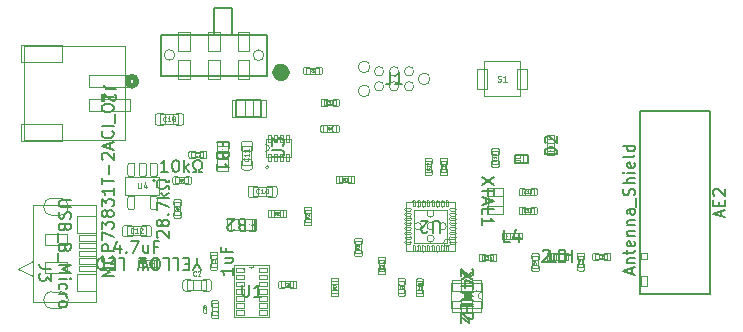
<source format=gbr>
%TF.GenerationSoftware,KiCad,Pcbnew,9.0.3*%
%TF.CreationDate,2025-09-07T14:34:42+02:00*%
%TF.ProjectId,LoTiBloxy,4c6f5469-426c-46f7-9879-2e6b69636164,rev?*%
%TF.SameCoordinates,Original*%
%TF.FileFunction,AssemblyDrawing,Top*%
%FSLAX46Y46*%
G04 Gerber Fmt 4.6, Leading zero omitted, Abs format (unit mm)*
G04 Created by KiCad (PCBNEW 9.0.3) date 2025-09-07 14:34:42*
%MOMM*%
%LPD*%
G01*
G04 APERTURE LIST*
%ADD10C,0.150000*%
%ADD11C,0.040000*%
%ADD12C,0.060000*%
%ADD13C,0.075000*%
%ADD14C,0.050000*%
%ADD15C,0.508000*%
%ADD16C,0.025400*%
%ADD17C,0.100000*%
%ADD18C,0.127000*%
%ADD19C,0.203078*%
%ADD20C,0.751247*%
%ADD21C,0.070000*%
%ADD22C,0.100000*%
%TD*%
G04 APERTURE END LIST*
D10*
X87900480Y-87666666D02*
X87186195Y-87666666D01*
X87186195Y-87666666D02*
X87043338Y-87619047D01*
X87043338Y-87619047D02*
X86948100Y-87523809D01*
X86948100Y-87523809D02*
X86900480Y-87380952D01*
X86900480Y-87380952D02*
X86900480Y-87285714D01*
X87805242Y-88095238D02*
X87852861Y-88142857D01*
X87852861Y-88142857D02*
X87900480Y-88238095D01*
X87900480Y-88238095D02*
X87900480Y-88476190D01*
X87900480Y-88476190D02*
X87852861Y-88571428D01*
X87852861Y-88571428D02*
X87805242Y-88619047D01*
X87805242Y-88619047D02*
X87710004Y-88666666D01*
X87710004Y-88666666D02*
X87614766Y-88666666D01*
X87614766Y-88666666D02*
X87471909Y-88619047D01*
X87471909Y-88619047D02*
X86900480Y-88047619D01*
X86900480Y-88047619D02*
X86900480Y-88666666D01*
X131559104Y-103320577D02*
X131559104Y-102844387D01*
X131844819Y-103415815D02*
X130844819Y-103082482D01*
X130844819Y-103082482D02*
X131844819Y-102749149D01*
X131178152Y-102415815D02*
X131844819Y-102415815D01*
X131273390Y-102415815D02*
X131225771Y-102368196D01*
X131225771Y-102368196D02*
X131178152Y-102272958D01*
X131178152Y-102272958D02*
X131178152Y-102130101D01*
X131178152Y-102130101D02*
X131225771Y-102034863D01*
X131225771Y-102034863D02*
X131321009Y-101987244D01*
X131321009Y-101987244D02*
X131844819Y-101987244D01*
X131178152Y-101653910D02*
X131178152Y-101272958D01*
X130844819Y-101511053D02*
X131701961Y-101511053D01*
X131701961Y-101511053D02*
X131797200Y-101463434D01*
X131797200Y-101463434D02*
X131844819Y-101368196D01*
X131844819Y-101368196D02*
X131844819Y-101272958D01*
X131797200Y-100558672D02*
X131844819Y-100653910D01*
X131844819Y-100653910D02*
X131844819Y-100844386D01*
X131844819Y-100844386D02*
X131797200Y-100939624D01*
X131797200Y-100939624D02*
X131701961Y-100987243D01*
X131701961Y-100987243D02*
X131321009Y-100987243D01*
X131321009Y-100987243D02*
X131225771Y-100939624D01*
X131225771Y-100939624D02*
X131178152Y-100844386D01*
X131178152Y-100844386D02*
X131178152Y-100653910D01*
X131178152Y-100653910D02*
X131225771Y-100558672D01*
X131225771Y-100558672D02*
X131321009Y-100511053D01*
X131321009Y-100511053D02*
X131416247Y-100511053D01*
X131416247Y-100511053D02*
X131511485Y-100987243D01*
X131178152Y-100082481D02*
X131844819Y-100082481D01*
X131273390Y-100082481D02*
X131225771Y-100034862D01*
X131225771Y-100034862D02*
X131178152Y-99939624D01*
X131178152Y-99939624D02*
X131178152Y-99796767D01*
X131178152Y-99796767D02*
X131225771Y-99701529D01*
X131225771Y-99701529D02*
X131321009Y-99653910D01*
X131321009Y-99653910D02*
X131844819Y-99653910D01*
X131178152Y-99177719D02*
X131844819Y-99177719D01*
X131273390Y-99177719D02*
X131225771Y-99130100D01*
X131225771Y-99130100D02*
X131178152Y-99034862D01*
X131178152Y-99034862D02*
X131178152Y-98892005D01*
X131178152Y-98892005D02*
X131225771Y-98796767D01*
X131225771Y-98796767D02*
X131321009Y-98749148D01*
X131321009Y-98749148D02*
X131844819Y-98749148D01*
X131844819Y-97844386D02*
X131321009Y-97844386D01*
X131321009Y-97844386D02*
X131225771Y-97892005D01*
X131225771Y-97892005D02*
X131178152Y-97987243D01*
X131178152Y-97987243D02*
X131178152Y-98177719D01*
X131178152Y-98177719D02*
X131225771Y-98272957D01*
X131797200Y-97844386D02*
X131844819Y-97939624D01*
X131844819Y-97939624D02*
X131844819Y-98177719D01*
X131844819Y-98177719D02*
X131797200Y-98272957D01*
X131797200Y-98272957D02*
X131701961Y-98320576D01*
X131701961Y-98320576D02*
X131606723Y-98320576D01*
X131606723Y-98320576D02*
X131511485Y-98272957D01*
X131511485Y-98272957D02*
X131463866Y-98177719D01*
X131463866Y-98177719D02*
X131463866Y-97939624D01*
X131463866Y-97939624D02*
X131416247Y-97844386D01*
X131940057Y-97606291D02*
X131940057Y-96844386D01*
X131797200Y-96653909D02*
X131844819Y-96511052D01*
X131844819Y-96511052D02*
X131844819Y-96272957D01*
X131844819Y-96272957D02*
X131797200Y-96177719D01*
X131797200Y-96177719D02*
X131749580Y-96130100D01*
X131749580Y-96130100D02*
X131654342Y-96082481D01*
X131654342Y-96082481D02*
X131559104Y-96082481D01*
X131559104Y-96082481D02*
X131463866Y-96130100D01*
X131463866Y-96130100D02*
X131416247Y-96177719D01*
X131416247Y-96177719D02*
X131368628Y-96272957D01*
X131368628Y-96272957D02*
X131321009Y-96463433D01*
X131321009Y-96463433D02*
X131273390Y-96558671D01*
X131273390Y-96558671D02*
X131225771Y-96606290D01*
X131225771Y-96606290D02*
X131130533Y-96653909D01*
X131130533Y-96653909D02*
X131035295Y-96653909D01*
X131035295Y-96653909D02*
X130940057Y-96606290D01*
X130940057Y-96606290D02*
X130892438Y-96558671D01*
X130892438Y-96558671D02*
X130844819Y-96463433D01*
X130844819Y-96463433D02*
X130844819Y-96225338D01*
X130844819Y-96225338D02*
X130892438Y-96082481D01*
X131844819Y-95653909D02*
X130844819Y-95653909D01*
X131844819Y-95225338D02*
X131321009Y-95225338D01*
X131321009Y-95225338D02*
X131225771Y-95272957D01*
X131225771Y-95272957D02*
X131178152Y-95368195D01*
X131178152Y-95368195D02*
X131178152Y-95511052D01*
X131178152Y-95511052D02*
X131225771Y-95606290D01*
X131225771Y-95606290D02*
X131273390Y-95653909D01*
X131844819Y-94749147D02*
X131178152Y-94749147D01*
X130844819Y-94749147D02*
X130892438Y-94796766D01*
X130892438Y-94796766D02*
X130940057Y-94749147D01*
X130940057Y-94749147D02*
X130892438Y-94701528D01*
X130892438Y-94701528D02*
X130844819Y-94749147D01*
X130844819Y-94749147D02*
X130940057Y-94749147D01*
X131797200Y-93892005D02*
X131844819Y-93987243D01*
X131844819Y-93987243D02*
X131844819Y-94177719D01*
X131844819Y-94177719D02*
X131797200Y-94272957D01*
X131797200Y-94272957D02*
X131701961Y-94320576D01*
X131701961Y-94320576D02*
X131321009Y-94320576D01*
X131321009Y-94320576D02*
X131225771Y-94272957D01*
X131225771Y-94272957D02*
X131178152Y-94177719D01*
X131178152Y-94177719D02*
X131178152Y-93987243D01*
X131178152Y-93987243D02*
X131225771Y-93892005D01*
X131225771Y-93892005D02*
X131321009Y-93844386D01*
X131321009Y-93844386D02*
X131416247Y-93844386D01*
X131416247Y-93844386D02*
X131511485Y-94320576D01*
X131844819Y-93272957D02*
X131797200Y-93368195D01*
X131797200Y-93368195D02*
X131701961Y-93415814D01*
X131701961Y-93415814D02*
X130844819Y-93415814D01*
X131844819Y-92463433D02*
X130844819Y-92463433D01*
X131797200Y-92463433D02*
X131844819Y-92558671D01*
X131844819Y-92558671D02*
X131844819Y-92749147D01*
X131844819Y-92749147D02*
X131797200Y-92844385D01*
X131797200Y-92844385D02*
X131749580Y-92892004D01*
X131749580Y-92892004D02*
X131654342Y-92939623D01*
X131654342Y-92939623D02*
X131368628Y-92939623D01*
X131368628Y-92939623D02*
X131273390Y-92892004D01*
X131273390Y-92892004D02*
X131225771Y-92844385D01*
X131225771Y-92844385D02*
X131178152Y-92749147D01*
X131178152Y-92749147D02*
X131178152Y-92558671D01*
X131178152Y-92558671D02*
X131225771Y-92463433D01*
X139169104Y-98434862D02*
X139169104Y-97958672D01*
X139454819Y-98530100D02*
X138454819Y-98196767D01*
X138454819Y-98196767D02*
X139454819Y-97863434D01*
X138931009Y-97530100D02*
X138931009Y-97196767D01*
X139454819Y-97053910D02*
X139454819Y-97530100D01*
X139454819Y-97530100D02*
X138454819Y-97530100D01*
X138454819Y-97530100D02*
X138454819Y-97053910D01*
X138550057Y-96672957D02*
X138502438Y-96625338D01*
X138502438Y-96625338D02*
X138454819Y-96530100D01*
X138454819Y-96530100D02*
X138454819Y-96292005D01*
X138454819Y-96292005D02*
X138502438Y-96196767D01*
X138502438Y-96196767D02*
X138550057Y-96149148D01*
X138550057Y-96149148D02*
X138645295Y-96101529D01*
X138645295Y-96101529D02*
X138740533Y-96101529D01*
X138740533Y-96101529D02*
X138883390Y-96149148D01*
X138883390Y-96149148D02*
X139454819Y-96720576D01*
X139454819Y-96720576D02*
X139454819Y-96101529D01*
D11*
X107271667Y-95418200D02*
X107185000Y-95294391D01*
X107123095Y-95418200D02*
X107123095Y-95158200D01*
X107123095Y-95158200D02*
X107222143Y-95158200D01*
X107222143Y-95158200D02*
X107246905Y-95170581D01*
X107246905Y-95170581D02*
X107259286Y-95182962D01*
X107259286Y-95182962D02*
X107271667Y-95207724D01*
X107271667Y-95207724D02*
X107271667Y-95244867D01*
X107271667Y-95244867D02*
X107259286Y-95269629D01*
X107259286Y-95269629D02*
X107246905Y-95282010D01*
X107246905Y-95282010D02*
X107222143Y-95294391D01*
X107222143Y-95294391D02*
X107123095Y-95294391D01*
X107519286Y-95418200D02*
X107370714Y-95418200D01*
X107445000Y-95418200D02*
X107445000Y-95158200D01*
X107445000Y-95158200D02*
X107420238Y-95195343D01*
X107420238Y-95195343D02*
X107395476Y-95220105D01*
X107395476Y-95220105D02*
X107370714Y-95232486D01*
D10*
X96978990Y-92491666D02*
X96978990Y-92158333D01*
X96455180Y-92158333D02*
X97455180Y-92158333D01*
X97455180Y-92158333D02*
X97455180Y-92634523D01*
X96978990Y-93348809D02*
X96931371Y-93491666D01*
X96931371Y-93491666D02*
X96883752Y-93539285D01*
X96883752Y-93539285D02*
X96788514Y-93586904D01*
X96788514Y-93586904D02*
X96645657Y-93586904D01*
X96645657Y-93586904D02*
X96550419Y-93539285D01*
X96550419Y-93539285D02*
X96502800Y-93491666D01*
X96502800Y-93491666D02*
X96455180Y-93396428D01*
X96455180Y-93396428D02*
X96455180Y-93015476D01*
X96455180Y-93015476D02*
X97455180Y-93015476D01*
X97455180Y-93015476D02*
X97455180Y-93348809D01*
X97455180Y-93348809D02*
X97407561Y-93444047D01*
X97407561Y-93444047D02*
X97359942Y-93491666D01*
X97359942Y-93491666D02*
X97264704Y-93539285D01*
X97264704Y-93539285D02*
X97169466Y-93539285D01*
X97169466Y-93539285D02*
X97074228Y-93491666D01*
X97074228Y-93491666D02*
X97026609Y-93444047D01*
X97026609Y-93444047D02*
X96978990Y-93348809D01*
X96978990Y-93348809D02*
X96978990Y-93015476D01*
X96455180Y-94539285D02*
X96455180Y-93967857D01*
X96455180Y-94253571D02*
X97455180Y-94253571D01*
X97455180Y-94253571D02*
X97312323Y-94158333D01*
X97312323Y-94158333D02*
X97217085Y-94063095D01*
X97217085Y-94063095D02*
X97169466Y-93967857D01*
D11*
X110477957Y-102760714D02*
X110489862Y-102772618D01*
X110489862Y-102772618D02*
X110501766Y-102808333D01*
X110501766Y-102808333D02*
X110501766Y-102832142D01*
X110501766Y-102832142D02*
X110489862Y-102867856D01*
X110489862Y-102867856D02*
X110466052Y-102891666D01*
X110466052Y-102891666D02*
X110442242Y-102903571D01*
X110442242Y-102903571D02*
X110394623Y-102915475D01*
X110394623Y-102915475D02*
X110358909Y-102915475D01*
X110358909Y-102915475D02*
X110311290Y-102903571D01*
X110311290Y-102903571D02*
X110287481Y-102891666D01*
X110287481Y-102891666D02*
X110263671Y-102867856D01*
X110263671Y-102867856D02*
X110251766Y-102832142D01*
X110251766Y-102832142D02*
X110251766Y-102808333D01*
X110251766Y-102808333D02*
X110263671Y-102772618D01*
X110263671Y-102772618D02*
X110275576Y-102760714D01*
X110275576Y-102665475D02*
X110263671Y-102653571D01*
X110263671Y-102653571D02*
X110251766Y-102629761D01*
X110251766Y-102629761D02*
X110251766Y-102570237D01*
X110251766Y-102570237D02*
X110263671Y-102546428D01*
X110263671Y-102546428D02*
X110275576Y-102534523D01*
X110275576Y-102534523D02*
X110299385Y-102522618D01*
X110299385Y-102522618D02*
X110323195Y-102522618D01*
X110323195Y-102522618D02*
X110358909Y-102534523D01*
X110358909Y-102534523D02*
X110501766Y-102677380D01*
X110501766Y-102677380D02*
X110501766Y-102522618D01*
X110501766Y-102284523D02*
X110501766Y-102427380D01*
X110501766Y-102355952D02*
X110251766Y-102355952D01*
X110251766Y-102355952D02*
X110287481Y-102379761D01*
X110287481Y-102379761D02*
X110311290Y-102403571D01*
X110311290Y-102403571D02*
X110323195Y-102427380D01*
X94758333Y-93289765D02*
X94746429Y-93301670D01*
X94746429Y-93301670D02*
X94710714Y-93313574D01*
X94710714Y-93313574D02*
X94686905Y-93313574D01*
X94686905Y-93313574D02*
X94651191Y-93301670D01*
X94651191Y-93301670D02*
X94627381Y-93277860D01*
X94627381Y-93277860D02*
X94615476Y-93254050D01*
X94615476Y-93254050D02*
X94603572Y-93206431D01*
X94603572Y-93206431D02*
X94603572Y-93170717D01*
X94603572Y-93170717D02*
X94615476Y-93123098D01*
X94615476Y-93123098D02*
X94627381Y-93099289D01*
X94627381Y-93099289D02*
X94651191Y-93075479D01*
X94651191Y-93075479D02*
X94686905Y-93063574D01*
X94686905Y-93063574D02*
X94710714Y-93063574D01*
X94710714Y-93063574D02*
X94746429Y-93075479D01*
X94746429Y-93075479D02*
X94758333Y-93087384D01*
X94841667Y-93063574D02*
X95008333Y-93063574D01*
X95008333Y-93063574D02*
X94901191Y-93313574D01*
X113739765Y-104535714D02*
X113751670Y-104547618D01*
X113751670Y-104547618D02*
X113763574Y-104583333D01*
X113763574Y-104583333D02*
X113763574Y-104607142D01*
X113763574Y-104607142D02*
X113751670Y-104642856D01*
X113751670Y-104642856D02*
X113727860Y-104666666D01*
X113727860Y-104666666D02*
X113704050Y-104678571D01*
X113704050Y-104678571D02*
X113656431Y-104690475D01*
X113656431Y-104690475D02*
X113620717Y-104690475D01*
X113620717Y-104690475D02*
X113573098Y-104678571D01*
X113573098Y-104678571D02*
X113549289Y-104666666D01*
X113549289Y-104666666D02*
X113525479Y-104642856D01*
X113525479Y-104642856D02*
X113513574Y-104607142D01*
X113513574Y-104607142D02*
X113513574Y-104583333D01*
X113513574Y-104583333D02*
X113525479Y-104547618D01*
X113525479Y-104547618D02*
X113537384Y-104535714D01*
X113763574Y-104297618D02*
X113763574Y-104440475D01*
X113763574Y-104369047D02*
X113513574Y-104369047D01*
X113513574Y-104369047D02*
X113549289Y-104392856D01*
X113549289Y-104392856D02*
X113573098Y-104416666D01*
X113573098Y-104416666D02*
X113585003Y-104440475D01*
X113513574Y-104214285D02*
X113513574Y-104059523D01*
X113513574Y-104059523D02*
X113608812Y-104142857D01*
X113608812Y-104142857D02*
X113608812Y-104107142D01*
X113608812Y-104107142D02*
X113620717Y-104083333D01*
X113620717Y-104083333D02*
X113632622Y-104071428D01*
X113632622Y-104071428D02*
X113656431Y-104059523D01*
X113656431Y-104059523D02*
X113715955Y-104059523D01*
X113715955Y-104059523D02*
X113739765Y-104071428D01*
X113739765Y-104071428D02*
X113751670Y-104083333D01*
X113751670Y-104083333D02*
X113763574Y-104107142D01*
X113763574Y-104107142D02*
X113763574Y-104178571D01*
X113763574Y-104178571D02*
X113751670Y-104202380D01*
X113751670Y-104202380D02*
X113739765Y-104214285D01*
D12*
X100022057Y-96460632D02*
X100003009Y-96479680D01*
X100003009Y-96479680D02*
X99945867Y-96498727D01*
X99945867Y-96498727D02*
X99907771Y-96498727D01*
X99907771Y-96498727D02*
X99850628Y-96479680D01*
X99850628Y-96479680D02*
X99812533Y-96441584D01*
X99812533Y-96441584D02*
X99793486Y-96403489D01*
X99793486Y-96403489D02*
X99774438Y-96327299D01*
X99774438Y-96327299D02*
X99774438Y-96270156D01*
X99774438Y-96270156D02*
X99793486Y-96193965D01*
X99793486Y-96193965D02*
X99812533Y-96155870D01*
X99812533Y-96155870D02*
X99850628Y-96117775D01*
X99850628Y-96117775D02*
X99907771Y-96098727D01*
X99907771Y-96098727D02*
X99945867Y-96098727D01*
X99945867Y-96098727D02*
X100003009Y-96117775D01*
X100003009Y-96117775D02*
X100022057Y-96136822D01*
X100403009Y-96498727D02*
X100174438Y-96498727D01*
X100288724Y-96498727D02*
X100288724Y-96098727D01*
X100288724Y-96098727D02*
X100250628Y-96155870D01*
X100250628Y-96155870D02*
X100212533Y-96193965D01*
X100212533Y-96193965D02*
X100174438Y-96213013D01*
X100650628Y-96098727D02*
X100688723Y-96098727D01*
X100688723Y-96098727D02*
X100726819Y-96117775D01*
X100726819Y-96117775D02*
X100745866Y-96136822D01*
X100745866Y-96136822D02*
X100764914Y-96174918D01*
X100764914Y-96174918D02*
X100783961Y-96251108D01*
X100783961Y-96251108D02*
X100783961Y-96346346D01*
X100783961Y-96346346D02*
X100764914Y-96422537D01*
X100764914Y-96422537D02*
X100745866Y-96460632D01*
X100745866Y-96460632D02*
X100726819Y-96479680D01*
X100726819Y-96479680D02*
X100688723Y-96498727D01*
X100688723Y-96498727D02*
X100650628Y-96498727D01*
X100650628Y-96498727D02*
X100612533Y-96479680D01*
X100612533Y-96479680D02*
X100593485Y-96460632D01*
X100593485Y-96460632D02*
X100574438Y-96422537D01*
X100574438Y-96422537D02*
X100555390Y-96346346D01*
X100555390Y-96346346D02*
X100555390Y-96251108D01*
X100555390Y-96251108D02*
X100574438Y-96174918D01*
X100574438Y-96174918D02*
X100593485Y-96136822D01*
X100593485Y-96136822D02*
X100612533Y-96117775D01*
X100612533Y-96117775D02*
X100650628Y-96098727D01*
D10*
X119923880Y-95131190D02*
X118923880Y-95797856D01*
X119923880Y-95797856D02*
X118923880Y-95131190D01*
X119923880Y-96035952D02*
X119923880Y-96607380D01*
X118923880Y-96321666D02*
X119923880Y-96321666D01*
X119209595Y-96893095D02*
X119209595Y-97369285D01*
X118923880Y-96797857D02*
X119923880Y-97131190D01*
X119923880Y-97131190D02*
X118923880Y-97464523D01*
X118923880Y-98274047D02*
X118923880Y-97797857D01*
X118923880Y-97797857D02*
X119923880Y-97797857D01*
X118923880Y-99131190D02*
X118923880Y-98559762D01*
X118923880Y-98845476D02*
X119923880Y-98845476D01*
X119923880Y-98845476D02*
X119781023Y-98750238D01*
X119781023Y-98750238D02*
X119685785Y-98655000D01*
X119685785Y-98655000D02*
X119638166Y-98559762D01*
X124028095Y-101368253D02*
X124075714Y-101320634D01*
X124075714Y-101320634D02*
X124170952Y-101273015D01*
X124170952Y-101273015D02*
X124409047Y-101273015D01*
X124409047Y-101273015D02*
X124504285Y-101320634D01*
X124504285Y-101320634D02*
X124551904Y-101368253D01*
X124551904Y-101368253D02*
X124599523Y-101463491D01*
X124599523Y-101463491D02*
X124599523Y-101558729D01*
X124599523Y-101558729D02*
X124551904Y-101701586D01*
X124551904Y-101701586D02*
X123980476Y-102273015D01*
X123980476Y-102273015D02*
X124599523Y-102273015D01*
X125028095Y-101606348D02*
X125028095Y-102273015D01*
X125028095Y-101701586D02*
X125075714Y-101653967D01*
X125075714Y-101653967D02*
X125170952Y-101606348D01*
X125170952Y-101606348D02*
X125313809Y-101606348D01*
X125313809Y-101606348D02*
X125409047Y-101653967D01*
X125409047Y-101653967D02*
X125456666Y-101749205D01*
X125456666Y-101749205D02*
X125456666Y-102273015D01*
X125932857Y-102273015D02*
X125932857Y-101273015D01*
X125932857Y-101749205D02*
X126504285Y-101749205D01*
X126504285Y-102273015D02*
X126504285Y-101273015D01*
X125123333Y-102273015D02*
X124647143Y-102273015D01*
X124647143Y-102273015D02*
X124647143Y-101273015D01*
X125932857Y-101273015D02*
X125456667Y-101273015D01*
X125456667Y-101273015D02*
X125409048Y-101749205D01*
X125409048Y-101749205D02*
X125456667Y-101701586D01*
X125456667Y-101701586D02*
X125551905Y-101653967D01*
X125551905Y-101653967D02*
X125790000Y-101653967D01*
X125790000Y-101653967D02*
X125885238Y-101701586D01*
X125885238Y-101701586D02*
X125932857Y-101749205D01*
X125932857Y-101749205D02*
X125980476Y-101844443D01*
X125980476Y-101844443D02*
X125980476Y-102082538D01*
X125980476Y-102082538D02*
X125932857Y-102177776D01*
X125932857Y-102177776D02*
X125885238Y-102225396D01*
X125885238Y-102225396D02*
X125790000Y-102273015D01*
X125790000Y-102273015D02*
X125551905Y-102273015D01*
X125551905Y-102273015D02*
X125456667Y-102225396D01*
X125456667Y-102225396D02*
X125409048Y-102177776D01*
X94754811Y-102425790D02*
X94754811Y-101949599D01*
X95088144Y-102949599D02*
X94754811Y-102425790D01*
X94754811Y-102425790D02*
X94421478Y-102949599D01*
X94088144Y-102473409D02*
X93754811Y-102473409D01*
X93611954Y-101949599D02*
X94088144Y-101949599D01*
X94088144Y-101949599D02*
X94088144Y-102949599D01*
X94088144Y-102949599D02*
X93611954Y-102949599D01*
X92707192Y-101949599D02*
X93183382Y-101949599D01*
X93183382Y-101949599D02*
X93183382Y-102949599D01*
X91897668Y-101949599D02*
X92373858Y-101949599D01*
X92373858Y-101949599D02*
X92373858Y-102949599D01*
X91373858Y-102949599D02*
X91183382Y-102949599D01*
X91183382Y-102949599D02*
X91088144Y-102901980D01*
X91088144Y-102901980D02*
X90992906Y-102806742D01*
X90992906Y-102806742D02*
X90945287Y-102616266D01*
X90945287Y-102616266D02*
X90945287Y-102282933D01*
X90945287Y-102282933D02*
X90992906Y-102092457D01*
X90992906Y-102092457D02*
X91088144Y-101997219D01*
X91088144Y-101997219D02*
X91183382Y-101949599D01*
X91183382Y-101949599D02*
X91373858Y-101949599D01*
X91373858Y-101949599D02*
X91469096Y-101997219D01*
X91469096Y-101997219D02*
X91564334Y-102092457D01*
X91564334Y-102092457D02*
X91611953Y-102282933D01*
X91611953Y-102282933D02*
X91611953Y-102616266D01*
X91611953Y-102616266D02*
X91564334Y-102806742D01*
X91564334Y-102806742D02*
X91469096Y-102901980D01*
X91469096Y-102901980D02*
X91373858Y-102949599D01*
X90611953Y-102949599D02*
X90373858Y-101949599D01*
X90373858Y-101949599D02*
X90183382Y-102663885D01*
X90183382Y-102663885D02*
X89992906Y-101949599D01*
X89992906Y-101949599D02*
X89754811Y-102949599D01*
X88135763Y-101949599D02*
X88611953Y-101949599D01*
X88611953Y-101949599D02*
X88611953Y-102949599D01*
X87802429Y-102473409D02*
X87469096Y-102473409D01*
X87326239Y-101949599D02*
X87802429Y-101949599D01*
X87802429Y-101949599D02*
X87802429Y-102949599D01*
X87802429Y-102949599D02*
X87326239Y-102949599D01*
X86897667Y-101949599D02*
X86897667Y-102949599D01*
X86897667Y-102949599D02*
X86659572Y-102949599D01*
X86659572Y-102949599D02*
X86516715Y-102901980D01*
X86516715Y-102901980D02*
X86421477Y-102806742D01*
X86421477Y-102806742D02*
X86373858Y-102711504D01*
X86373858Y-102711504D02*
X86326239Y-102521028D01*
X86326239Y-102521028D02*
X86326239Y-102378171D01*
X86326239Y-102378171D02*
X86373858Y-102187695D01*
X86373858Y-102187695D02*
X86421477Y-102092457D01*
X86421477Y-102092457D02*
X86516715Y-101997219D01*
X86516715Y-101997219D02*
X86659572Y-101949599D01*
X86659572Y-101949599D02*
X86897667Y-101949599D01*
X91397667Y-101949599D02*
X91397667Y-102949599D01*
X91397667Y-102949599D02*
X91159572Y-102949599D01*
X91159572Y-102949599D02*
X91016715Y-102901980D01*
X91016715Y-102901980D02*
X90921477Y-102806742D01*
X90921477Y-102806742D02*
X90873858Y-102711504D01*
X90873858Y-102711504D02*
X90826239Y-102521028D01*
X90826239Y-102521028D02*
X90826239Y-102378171D01*
X90826239Y-102378171D02*
X90873858Y-102187695D01*
X90873858Y-102187695D02*
X90921477Y-102092457D01*
X90921477Y-102092457D02*
X91016715Y-101997219D01*
X91016715Y-101997219D02*
X91159572Y-101949599D01*
X91159572Y-101949599D02*
X91397667Y-101949599D01*
X89873858Y-101949599D02*
X90445286Y-101949599D01*
X90159572Y-101949599D02*
X90159572Y-102949599D01*
X90159572Y-102949599D02*
X90254810Y-102806742D01*
X90254810Y-102806742D02*
X90350048Y-102711504D01*
X90350048Y-102711504D02*
X90445286Y-102663885D01*
D11*
X104503067Y-86224200D02*
X104416400Y-86100391D01*
X104354495Y-86224200D02*
X104354495Y-85964200D01*
X104354495Y-85964200D02*
X104453543Y-85964200D01*
X104453543Y-85964200D02*
X104478305Y-85976581D01*
X104478305Y-85976581D02*
X104490686Y-85988962D01*
X104490686Y-85988962D02*
X104503067Y-86013724D01*
X104503067Y-86013724D02*
X104503067Y-86050867D01*
X104503067Y-86050867D02*
X104490686Y-86075629D01*
X104490686Y-86075629D02*
X104478305Y-86088010D01*
X104478305Y-86088010D02*
X104453543Y-86100391D01*
X104453543Y-86100391D02*
X104354495Y-86100391D01*
X104626876Y-86224200D02*
X104676400Y-86224200D01*
X104676400Y-86224200D02*
X104701162Y-86211820D01*
X104701162Y-86211820D02*
X104713543Y-86199439D01*
X104713543Y-86199439D02*
X104738305Y-86162296D01*
X104738305Y-86162296D02*
X104750686Y-86112772D01*
X104750686Y-86112772D02*
X104750686Y-86013724D01*
X104750686Y-86013724D02*
X104738305Y-85988962D01*
X104738305Y-85988962D02*
X104725924Y-85976581D01*
X104725924Y-85976581D02*
X104701162Y-85964200D01*
X104701162Y-85964200D02*
X104651638Y-85964200D01*
X104651638Y-85964200D02*
X104626876Y-85976581D01*
X104626876Y-85976581D02*
X104614495Y-85988962D01*
X104614495Y-85988962D02*
X104602114Y-86013724D01*
X104602114Y-86013724D02*
X104602114Y-86075629D01*
X104602114Y-86075629D02*
X104614495Y-86100391D01*
X104614495Y-86100391D02*
X104626876Y-86112772D01*
X104626876Y-86112772D02*
X104651638Y-86125153D01*
X104651638Y-86125153D02*
X104701162Y-86125153D01*
X104701162Y-86125153D02*
X104725924Y-86112772D01*
X104725924Y-86112772D02*
X104738305Y-86100391D01*
X104738305Y-86100391D02*
X104750686Y-86075629D01*
X127329765Y-102309862D02*
X127341670Y-102321766D01*
X127341670Y-102321766D02*
X127353574Y-102357481D01*
X127353574Y-102357481D02*
X127353574Y-102381290D01*
X127353574Y-102381290D02*
X127341670Y-102417004D01*
X127341670Y-102417004D02*
X127317860Y-102440814D01*
X127317860Y-102440814D02*
X127294050Y-102452719D01*
X127294050Y-102452719D02*
X127246431Y-102464623D01*
X127246431Y-102464623D02*
X127210717Y-102464623D01*
X127210717Y-102464623D02*
X127163098Y-102452719D01*
X127163098Y-102452719D02*
X127139289Y-102440814D01*
X127139289Y-102440814D02*
X127115479Y-102417004D01*
X127115479Y-102417004D02*
X127103574Y-102381290D01*
X127103574Y-102381290D02*
X127103574Y-102357481D01*
X127103574Y-102357481D02*
X127115479Y-102321766D01*
X127115479Y-102321766D02*
X127127384Y-102309862D01*
X127103574Y-102083671D02*
X127103574Y-102202719D01*
X127103574Y-102202719D02*
X127222622Y-102214623D01*
X127222622Y-102214623D02*
X127210717Y-102202719D01*
X127210717Y-102202719D02*
X127198812Y-102178909D01*
X127198812Y-102178909D02*
X127198812Y-102119385D01*
X127198812Y-102119385D02*
X127210717Y-102095576D01*
X127210717Y-102095576D02*
X127222622Y-102083671D01*
X127222622Y-102083671D02*
X127246431Y-102071766D01*
X127246431Y-102071766D02*
X127305955Y-102071766D01*
X127305955Y-102071766D02*
X127329765Y-102083671D01*
X127329765Y-102083671D02*
X127341670Y-102095576D01*
X127341670Y-102095576D02*
X127353574Y-102119385D01*
X127353574Y-102119385D02*
X127353574Y-102178909D01*
X127353574Y-102178909D02*
X127341670Y-102202719D01*
X127341670Y-102202719D02*
X127329765Y-102214623D01*
D10*
X98615595Y-104229819D02*
X98615595Y-105039342D01*
X98615595Y-105039342D02*
X98663214Y-105134580D01*
X98663214Y-105134580D02*
X98710833Y-105182200D01*
X98710833Y-105182200D02*
X98806071Y-105229819D01*
X98806071Y-105229819D02*
X98996547Y-105229819D01*
X98996547Y-105229819D02*
X99091785Y-105182200D01*
X99091785Y-105182200D02*
X99139404Y-105134580D01*
X99139404Y-105134580D02*
X99187023Y-105039342D01*
X99187023Y-105039342D02*
X99187023Y-104229819D01*
X100187023Y-105229819D02*
X99615595Y-105229819D01*
X99901309Y-105229819D02*
X99901309Y-104229819D01*
X99901309Y-104229819D02*
X99806071Y-104372676D01*
X99806071Y-104372676D02*
X99710833Y-104467914D01*
X99710833Y-104467914D02*
X99615595Y-104515533D01*
X121273333Y-100573015D02*
X120797143Y-100573015D01*
X120797143Y-100573015D02*
X120797143Y-99573015D01*
X122035238Y-99906348D02*
X122035238Y-100573015D01*
X121797143Y-99525396D02*
X121559048Y-100239681D01*
X121559048Y-100239681D02*
X122178095Y-100239681D01*
D11*
X122604285Y-96444765D02*
X122592381Y-96456670D01*
X122592381Y-96456670D02*
X122556666Y-96468574D01*
X122556666Y-96468574D02*
X122532857Y-96468574D01*
X122532857Y-96468574D02*
X122497143Y-96456670D01*
X122497143Y-96456670D02*
X122473333Y-96432860D01*
X122473333Y-96432860D02*
X122461428Y-96409050D01*
X122461428Y-96409050D02*
X122449524Y-96361431D01*
X122449524Y-96361431D02*
X122449524Y-96325717D01*
X122449524Y-96325717D02*
X122461428Y-96278098D01*
X122461428Y-96278098D02*
X122473333Y-96254289D01*
X122473333Y-96254289D02*
X122497143Y-96230479D01*
X122497143Y-96230479D02*
X122532857Y-96218574D01*
X122532857Y-96218574D02*
X122556666Y-96218574D01*
X122556666Y-96218574D02*
X122592381Y-96230479D01*
X122592381Y-96230479D02*
X122604285Y-96242384D01*
X122842381Y-96468574D02*
X122699524Y-96468574D01*
X122770952Y-96468574D02*
X122770952Y-96218574D01*
X122770952Y-96218574D02*
X122747143Y-96254289D01*
X122747143Y-96254289D02*
X122723333Y-96278098D01*
X122723333Y-96278098D02*
X122699524Y-96290003D01*
X123068571Y-96218574D02*
X122949523Y-96218574D01*
X122949523Y-96218574D02*
X122937619Y-96337622D01*
X122937619Y-96337622D02*
X122949523Y-96325717D01*
X122949523Y-96325717D02*
X122973333Y-96313812D01*
X122973333Y-96313812D02*
X123032857Y-96313812D01*
X123032857Y-96313812D02*
X123056666Y-96325717D01*
X123056666Y-96325717D02*
X123068571Y-96337622D01*
X123068571Y-96337622D02*
X123080476Y-96361431D01*
X123080476Y-96361431D02*
X123080476Y-96420955D01*
X123080476Y-96420955D02*
X123068571Y-96444765D01*
X123068571Y-96444765D02*
X123056666Y-96456670D01*
X123056666Y-96456670D02*
X123032857Y-96468574D01*
X123032857Y-96468574D02*
X122973333Y-96468574D01*
X122973333Y-96468574D02*
X122949523Y-96456670D01*
X122949523Y-96456670D02*
X122937619Y-96444765D01*
X128948333Y-101927961D02*
X128936429Y-101939866D01*
X128936429Y-101939866D02*
X128900714Y-101951770D01*
X128900714Y-101951770D02*
X128876905Y-101951770D01*
X128876905Y-101951770D02*
X128841191Y-101939866D01*
X128841191Y-101939866D02*
X128817381Y-101916056D01*
X128817381Y-101916056D02*
X128805476Y-101892246D01*
X128805476Y-101892246D02*
X128793572Y-101844627D01*
X128793572Y-101844627D02*
X128793572Y-101808913D01*
X128793572Y-101808913D02*
X128805476Y-101761294D01*
X128805476Y-101761294D02*
X128817381Y-101737485D01*
X128817381Y-101737485D02*
X128841191Y-101713675D01*
X128841191Y-101713675D02*
X128876905Y-101701770D01*
X128876905Y-101701770D02*
X128900714Y-101701770D01*
X128900714Y-101701770D02*
X128936429Y-101713675D01*
X128936429Y-101713675D02*
X128948333Y-101725580D01*
X129162619Y-101701770D02*
X129115000Y-101701770D01*
X129115000Y-101701770D02*
X129091191Y-101713675D01*
X129091191Y-101713675D02*
X129079286Y-101725580D01*
X129079286Y-101725580D02*
X129055476Y-101761294D01*
X129055476Y-101761294D02*
X129043572Y-101808913D01*
X129043572Y-101808913D02*
X129043572Y-101904151D01*
X129043572Y-101904151D02*
X129055476Y-101927961D01*
X129055476Y-101927961D02*
X129067381Y-101939866D01*
X129067381Y-101939866D02*
X129091191Y-101951770D01*
X129091191Y-101951770D02*
X129138810Y-101951770D01*
X129138810Y-101951770D02*
X129162619Y-101939866D01*
X129162619Y-101939866D02*
X129174524Y-101927961D01*
X129174524Y-101927961D02*
X129186429Y-101904151D01*
X129186429Y-101904151D02*
X129186429Y-101844627D01*
X129186429Y-101844627D02*
X129174524Y-101820818D01*
X129174524Y-101820818D02*
X129162619Y-101808913D01*
X129162619Y-101808913D02*
X129138810Y-101797008D01*
X129138810Y-101797008D02*
X129091191Y-101797008D01*
X129091191Y-101797008D02*
X129067381Y-101808913D01*
X129067381Y-101808913D02*
X129055476Y-101820818D01*
X129055476Y-101820818D02*
X129043572Y-101844627D01*
D10*
X87704819Y-103492856D02*
X86704819Y-103492856D01*
X86704819Y-103492856D02*
X87419104Y-103159523D01*
X87419104Y-103159523D02*
X86704819Y-102826190D01*
X86704819Y-102826190D02*
X87704819Y-102826190D01*
X87609580Y-101778571D02*
X87657200Y-101826190D01*
X87657200Y-101826190D02*
X87704819Y-101969047D01*
X87704819Y-101969047D02*
X87704819Y-102064285D01*
X87704819Y-102064285D02*
X87657200Y-102207142D01*
X87657200Y-102207142D02*
X87561961Y-102302380D01*
X87561961Y-102302380D02*
X87466723Y-102349999D01*
X87466723Y-102349999D02*
X87276247Y-102397618D01*
X87276247Y-102397618D02*
X87133390Y-102397618D01*
X87133390Y-102397618D02*
X86942914Y-102349999D01*
X86942914Y-102349999D02*
X86847676Y-102302380D01*
X86847676Y-102302380D02*
X86752438Y-102207142D01*
X86752438Y-102207142D02*
X86704819Y-102064285D01*
X86704819Y-102064285D02*
X86704819Y-101969047D01*
X86704819Y-101969047D02*
X86752438Y-101826190D01*
X86752438Y-101826190D02*
X86800057Y-101778571D01*
X87704819Y-101349999D02*
X86704819Y-101349999D01*
X86704819Y-101349999D02*
X86704819Y-100969047D01*
X86704819Y-100969047D02*
X86752438Y-100873809D01*
X86752438Y-100873809D02*
X86800057Y-100826190D01*
X86800057Y-100826190D02*
X86895295Y-100778571D01*
X86895295Y-100778571D02*
X87038152Y-100778571D01*
X87038152Y-100778571D02*
X87133390Y-100826190D01*
X87133390Y-100826190D02*
X87181009Y-100873809D01*
X87181009Y-100873809D02*
X87228628Y-100969047D01*
X87228628Y-100969047D02*
X87228628Y-101349999D01*
X86704819Y-100445237D02*
X86704819Y-99778571D01*
X86704819Y-99778571D02*
X87704819Y-100207142D01*
X86704819Y-99492856D02*
X86704819Y-98873809D01*
X86704819Y-98873809D02*
X87085771Y-99207142D01*
X87085771Y-99207142D02*
X87085771Y-99064285D01*
X87085771Y-99064285D02*
X87133390Y-98969047D01*
X87133390Y-98969047D02*
X87181009Y-98921428D01*
X87181009Y-98921428D02*
X87276247Y-98873809D01*
X87276247Y-98873809D02*
X87514342Y-98873809D01*
X87514342Y-98873809D02*
X87609580Y-98921428D01*
X87609580Y-98921428D02*
X87657200Y-98969047D01*
X87657200Y-98969047D02*
X87704819Y-99064285D01*
X87704819Y-99064285D02*
X87704819Y-99349999D01*
X87704819Y-99349999D02*
X87657200Y-99445237D01*
X87657200Y-99445237D02*
X87609580Y-99492856D01*
X87133390Y-98302380D02*
X87085771Y-98397618D01*
X87085771Y-98397618D02*
X87038152Y-98445237D01*
X87038152Y-98445237D02*
X86942914Y-98492856D01*
X86942914Y-98492856D02*
X86895295Y-98492856D01*
X86895295Y-98492856D02*
X86800057Y-98445237D01*
X86800057Y-98445237D02*
X86752438Y-98397618D01*
X86752438Y-98397618D02*
X86704819Y-98302380D01*
X86704819Y-98302380D02*
X86704819Y-98111904D01*
X86704819Y-98111904D02*
X86752438Y-98016666D01*
X86752438Y-98016666D02*
X86800057Y-97969047D01*
X86800057Y-97969047D02*
X86895295Y-97921428D01*
X86895295Y-97921428D02*
X86942914Y-97921428D01*
X86942914Y-97921428D02*
X87038152Y-97969047D01*
X87038152Y-97969047D02*
X87085771Y-98016666D01*
X87085771Y-98016666D02*
X87133390Y-98111904D01*
X87133390Y-98111904D02*
X87133390Y-98302380D01*
X87133390Y-98302380D02*
X87181009Y-98397618D01*
X87181009Y-98397618D02*
X87228628Y-98445237D01*
X87228628Y-98445237D02*
X87323866Y-98492856D01*
X87323866Y-98492856D02*
X87514342Y-98492856D01*
X87514342Y-98492856D02*
X87609580Y-98445237D01*
X87609580Y-98445237D02*
X87657200Y-98397618D01*
X87657200Y-98397618D02*
X87704819Y-98302380D01*
X87704819Y-98302380D02*
X87704819Y-98111904D01*
X87704819Y-98111904D02*
X87657200Y-98016666D01*
X87657200Y-98016666D02*
X87609580Y-97969047D01*
X87609580Y-97969047D02*
X87514342Y-97921428D01*
X87514342Y-97921428D02*
X87323866Y-97921428D01*
X87323866Y-97921428D02*
X87228628Y-97969047D01*
X87228628Y-97969047D02*
X87181009Y-98016666D01*
X87181009Y-98016666D02*
X87133390Y-98111904D01*
X86704819Y-97588094D02*
X86704819Y-96969047D01*
X86704819Y-96969047D02*
X87085771Y-97302380D01*
X87085771Y-97302380D02*
X87085771Y-97159523D01*
X87085771Y-97159523D02*
X87133390Y-97064285D01*
X87133390Y-97064285D02*
X87181009Y-97016666D01*
X87181009Y-97016666D02*
X87276247Y-96969047D01*
X87276247Y-96969047D02*
X87514342Y-96969047D01*
X87514342Y-96969047D02*
X87609580Y-97016666D01*
X87609580Y-97016666D02*
X87657200Y-97064285D01*
X87657200Y-97064285D02*
X87704819Y-97159523D01*
X87704819Y-97159523D02*
X87704819Y-97445237D01*
X87704819Y-97445237D02*
X87657200Y-97540475D01*
X87657200Y-97540475D02*
X87609580Y-97588094D01*
X87704819Y-96016666D02*
X87704819Y-96588094D01*
X87704819Y-96302380D02*
X86704819Y-96302380D01*
X86704819Y-96302380D02*
X86847676Y-96397618D01*
X86847676Y-96397618D02*
X86942914Y-96492856D01*
X86942914Y-96492856D02*
X86990533Y-96588094D01*
X86704819Y-95730951D02*
X86704819Y-95159523D01*
X87704819Y-95445237D02*
X86704819Y-95445237D01*
X87323866Y-94826189D02*
X87323866Y-94064285D01*
X86800057Y-93635713D02*
X86752438Y-93588094D01*
X86752438Y-93588094D02*
X86704819Y-93492856D01*
X86704819Y-93492856D02*
X86704819Y-93254761D01*
X86704819Y-93254761D02*
X86752438Y-93159523D01*
X86752438Y-93159523D02*
X86800057Y-93111904D01*
X86800057Y-93111904D02*
X86895295Y-93064285D01*
X86895295Y-93064285D02*
X86990533Y-93064285D01*
X86990533Y-93064285D02*
X87133390Y-93111904D01*
X87133390Y-93111904D02*
X87704819Y-93683332D01*
X87704819Y-93683332D02*
X87704819Y-93064285D01*
X87419104Y-92683332D02*
X87419104Y-92207142D01*
X87704819Y-92778570D02*
X86704819Y-92445237D01*
X86704819Y-92445237D02*
X87704819Y-92111904D01*
X87609580Y-91207142D02*
X87657200Y-91254761D01*
X87657200Y-91254761D02*
X87704819Y-91397618D01*
X87704819Y-91397618D02*
X87704819Y-91492856D01*
X87704819Y-91492856D02*
X87657200Y-91635713D01*
X87657200Y-91635713D02*
X87561961Y-91730951D01*
X87561961Y-91730951D02*
X87466723Y-91778570D01*
X87466723Y-91778570D02*
X87276247Y-91826189D01*
X87276247Y-91826189D02*
X87133390Y-91826189D01*
X87133390Y-91826189D02*
X86942914Y-91778570D01*
X86942914Y-91778570D02*
X86847676Y-91730951D01*
X86847676Y-91730951D02*
X86752438Y-91635713D01*
X86752438Y-91635713D02*
X86704819Y-91492856D01*
X86704819Y-91492856D02*
X86704819Y-91397618D01*
X86704819Y-91397618D02*
X86752438Y-91254761D01*
X86752438Y-91254761D02*
X86800057Y-91207142D01*
X87704819Y-90778570D02*
X86704819Y-90778570D01*
X87800057Y-90540476D02*
X87800057Y-89778571D01*
X86704819Y-89349999D02*
X86704819Y-89159523D01*
X86704819Y-89159523D02*
X86752438Y-89064285D01*
X86752438Y-89064285D02*
X86847676Y-88969047D01*
X86847676Y-88969047D02*
X87038152Y-88921428D01*
X87038152Y-88921428D02*
X87371485Y-88921428D01*
X87371485Y-88921428D02*
X87561961Y-88969047D01*
X87561961Y-88969047D02*
X87657200Y-89064285D01*
X87657200Y-89064285D02*
X87704819Y-89159523D01*
X87704819Y-89159523D02*
X87704819Y-89349999D01*
X87704819Y-89349999D02*
X87657200Y-89445237D01*
X87657200Y-89445237D02*
X87561961Y-89540475D01*
X87561961Y-89540475D02*
X87371485Y-89588094D01*
X87371485Y-89588094D02*
X87038152Y-89588094D01*
X87038152Y-89588094D02*
X86847676Y-89540475D01*
X86847676Y-89540475D02*
X86752438Y-89445237D01*
X86752438Y-89445237D02*
X86704819Y-89349999D01*
X86704819Y-88635713D02*
X86704819Y-88064285D01*
X87704819Y-88349999D02*
X86704819Y-88349999D01*
D13*
X89744047Y-95577409D02*
X89744047Y-95982171D01*
X89744047Y-95982171D02*
X89767857Y-96029790D01*
X89767857Y-96029790D02*
X89791666Y-96053600D01*
X89791666Y-96053600D02*
X89839285Y-96077409D01*
X89839285Y-96077409D02*
X89934523Y-96077409D01*
X89934523Y-96077409D02*
X89982142Y-96053600D01*
X89982142Y-96053600D02*
X90005952Y-96029790D01*
X90005952Y-96029790D02*
X90029761Y-95982171D01*
X90029761Y-95982171D02*
X90029761Y-95577409D01*
X90482143Y-95744076D02*
X90482143Y-96077409D01*
X90363095Y-95553600D02*
X90244048Y-95910742D01*
X90244048Y-95910742D02*
X90553571Y-95910742D01*
D12*
X94683333Y-103443832D02*
X94664285Y-103462880D01*
X94664285Y-103462880D02*
X94607143Y-103481927D01*
X94607143Y-103481927D02*
X94569047Y-103481927D01*
X94569047Y-103481927D02*
X94511904Y-103462880D01*
X94511904Y-103462880D02*
X94473809Y-103424784D01*
X94473809Y-103424784D02*
X94454762Y-103386689D01*
X94454762Y-103386689D02*
X94435714Y-103310499D01*
X94435714Y-103310499D02*
X94435714Y-103253356D01*
X94435714Y-103253356D02*
X94454762Y-103177165D01*
X94454762Y-103177165D02*
X94473809Y-103139070D01*
X94473809Y-103139070D02*
X94511904Y-103100975D01*
X94511904Y-103100975D02*
X94569047Y-103081927D01*
X94569047Y-103081927D02*
X94607143Y-103081927D01*
X94607143Y-103081927D02*
X94664285Y-103100975D01*
X94664285Y-103100975D02*
X94683333Y-103120022D01*
X94835714Y-103120022D02*
X94854762Y-103100975D01*
X94854762Y-103100975D02*
X94892857Y-103081927D01*
X94892857Y-103081927D02*
X94988095Y-103081927D01*
X94988095Y-103081927D02*
X95026190Y-103100975D01*
X95026190Y-103100975D02*
X95045238Y-103120022D01*
X95045238Y-103120022D02*
X95064285Y-103158118D01*
X95064285Y-103158118D02*
X95064285Y-103196213D01*
X95064285Y-103196213D02*
X95045238Y-103253356D01*
X95045238Y-103253356D02*
X94816666Y-103481927D01*
X94816666Y-103481927D02*
X95064285Y-103481927D01*
D11*
X105839285Y-88889765D02*
X105827381Y-88901670D01*
X105827381Y-88901670D02*
X105791666Y-88913574D01*
X105791666Y-88913574D02*
X105767857Y-88913574D01*
X105767857Y-88913574D02*
X105732143Y-88901670D01*
X105732143Y-88901670D02*
X105708333Y-88877860D01*
X105708333Y-88877860D02*
X105696428Y-88854050D01*
X105696428Y-88854050D02*
X105684524Y-88806431D01*
X105684524Y-88806431D02*
X105684524Y-88770717D01*
X105684524Y-88770717D02*
X105696428Y-88723098D01*
X105696428Y-88723098D02*
X105708333Y-88699289D01*
X105708333Y-88699289D02*
X105732143Y-88675479D01*
X105732143Y-88675479D02*
X105767857Y-88663574D01*
X105767857Y-88663574D02*
X105791666Y-88663574D01*
X105791666Y-88663574D02*
X105827381Y-88675479D01*
X105827381Y-88675479D02*
X105839285Y-88687384D01*
X106077381Y-88913574D02*
X105934524Y-88913574D01*
X106005952Y-88913574D02*
X106005952Y-88663574D01*
X106005952Y-88663574D02*
X105982143Y-88699289D01*
X105982143Y-88699289D02*
X105958333Y-88723098D01*
X105958333Y-88723098D02*
X105934524Y-88735003D01*
X106196428Y-88913574D02*
X106244047Y-88913574D01*
X106244047Y-88913574D02*
X106267857Y-88901670D01*
X106267857Y-88901670D02*
X106279761Y-88889765D01*
X106279761Y-88889765D02*
X106303571Y-88854050D01*
X106303571Y-88854050D02*
X106315476Y-88806431D01*
X106315476Y-88806431D02*
X106315476Y-88711193D01*
X106315476Y-88711193D02*
X106303571Y-88687384D01*
X106303571Y-88687384D02*
X106291666Y-88675479D01*
X106291666Y-88675479D02*
X106267857Y-88663574D01*
X106267857Y-88663574D02*
X106220238Y-88663574D01*
X106220238Y-88663574D02*
X106196428Y-88675479D01*
X106196428Y-88675479D02*
X106184523Y-88687384D01*
X106184523Y-88687384D02*
X106172619Y-88711193D01*
X106172619Y-88711193D02*
X106172619Y-88770717D01*
X106172619Y-88770717D02*
X106184523Y-88794527D01*
X106184523Y-88794527D02*
X106196428Y-88806431D01*
X106196428Y-88806431D02*
X106220238Y-88818336D01*
X106220238Y-88818336D02*
X106267857Y-88818336D01*
X106267857Y-88818336D02*
X106291666Y-88806431D01*
X106291666Y-88806431D02*
X106303571Y-88794527D01*
X106303571Y-88794527D02*
X106315476Y-88770717D01*
X106518200Y-104443332D02*
X106394391Y-104529999D01*
X106518200Y-104591904D02*
X106258200Y-104591904D01*
X106258200Y-104591904D02*
X106258200Y-104492856D01*
X106258200Y-104492856D02*
X106270581Y-104468094D01*
X106270581Y-104468094D02*
X106282962Y-104455713D01*
X106282962Y-104455713D02*
X106307724Y-104443332D01*
X106307724Y-104443332D02*
X106344867Y-104443332D01*
X106344867Y-104443332D02*
X106369629Y-104455713D01*
X106369629Y-104455713D02*
X106382010Y-104468094D01*
X106382010Y-104468094D02*
X106394391Y-104492856D01*
X106394391Y-104492856D02*
X106394391Y-104591904D01*
X106258200Y-104356666D02*
X106258200Y-104183332D01*
X106258200Y-104183332D02*
X106518200Y-104294761D01*
X105956667Y-91118200D02*
X105870000Y-90994391D01*
X105808095Y-91118200D02*
X105808095Y-90858200D01*
X105808095Y-90858200D02*
X105907143Y-90858200D01*
X105907143Y-90858200D02*
X105931905Y-90870581D01*
X105931905Y-90870581D02*
X105944286Y-90882962D01*
X105944286Y-90882962D02*
X105956667Y-90907724D01*
X105956667Y-90907724D02*
X105956667Y-90944867D01*
X105956667Y-90944867D02*
X105944286Y-90969629D01*
X105944286Y-90969629D02*
X105931905Y-90982010D01*
X105931905Y-90982010D02*
X105907143Y-90994391D01*
X105907143Y-90994391D02*
X105808095Y-90994391D01*
X106179524Y-90944867D02*
X106179524Y-91118200D01*
X106117619Y-90845820D02*
X106055714Y-91031534D01*
X106055714Y-91031534D02*
X106216667Y-91031534D01*
D12*
X99103832Y-93507142D02*
X99122880Y-93526190D01*
X99122880Y-93526190D02*
X99141927Y-93583332D01*
X99141927Y-93583332D02*
X99141927Y-93621428D01*
X99141927Y-93621428D02*
X99122880Y-93678571D01*
X99122880Y-93678571D02*
X99084784Y-93716666D01*
X99084784Y-93716666D02*
X99046689Y-93735713D01*
X99046689Y-93735713D02*
X98970499Y-93754761D01*
X98970499Y-93754761D02*
X98913356Y-93754761D01*
X98913356Y-93754761D02*
X98837165Y-93735713D01*
X98837165Y-93735713D02*
X98799070Y-93716666D01*
X98799070Y-93716666D02*
X98760975Y-93678571D01*
X98760975Y-93678571D02*
X98741927Y-93621428D01*
X98741927Y-93621428D02*
X98741927Y-93583332D01*
X98741927Y-93583332D02*
X98760975Y-93526190D01*
X98760975Y-93526190D02*
X98780022Y-93507142D01*
X99141927Y-93126190D02*
X99141927Y-93354761D01*
X99141927Y-93240475D02*
X98741927Y-93240475D01*
X98741927Y-93240475D02*
X98799070Y-93278571D01*
X98799070Y-93278571D02*
X98837165Y-93316666D01*
X98837165Y-93316666D02*
X98856213Y-93354761D01*
X99141927Y-92745238D02*
X99141927Y-92973809D01*
X99141927Y-92859523D02*
X98741927Y-92859523D01*
X98741927Y-92859523D02*
X98799070Y-92897619D01*
X98799070Y-92897619D02*
X98837165Y-92935714D01*
X98837165Y-92935714D02*
X98856213Y-92973809D01*
D11*
X95514465Y-106452314D02*
X95526370Y-106464218D01*
X95526370Y-106464218D02*
X95538274Y-106499933D01*
X95538274Y-106499933D02*
X95538274Y-106523742D01*
X95538274Y-106523742D02*
X95526370Y-106559456D01*
X95526370Y-106559456D02*
X95502560Y-106583266D01*
X95502560Y-106583266D02*
X95478750Y-106595171D01*
X95478750Y-106595171D02*
X95431131Y-106607075D01*
X95431131Y-106607075D02*
X95395417Y-106607075D01*
X95395417Y-106607075D02*
X95347798Y-106595171D01*
X95347798Y-106595171D02*
X95323989Y-106583266D01*
X95323989Y-106583266D02*
X95300179Y-106559456D01*
X95300179Y-106559456D02*
X95288274Y-106523742D01*
X95288274Y-106523742D02*
X95288274Y-106499933D01*
X95288274Y-106499933D02*
X95300179Y-106464218D01*
X95300179Y-106464218D02*
X95312084Y-106452314D01*
X95312084Y-106357075D02*
X95300179Y-106345171D01*
X95300179Y-106345171D02*
X95288274Y-106321361D01*
X95288274Y-106321361D02*
X95288274Y-106261837D01*
X95288274Y-106261837D02*
X95300179Y-106238028D01*
X95300179Y-106238028D02*
X95312084Y-106226123D01*
X95312084Y-106226123D02*
X95335893Y-106214218D01*
X95335893Y-106214218D02*
X95359703Y-106214218D01*
X95359703Y-106214218D02*
X95395417Y-106226123D01*
X95395417Y-106226123D02*
X95538274Y-106368980D01*
X95538274Y-106368980D02*
X95538274Y-106214218D01*
X95288274Y-106059457D02*
X95288274Y-106035647D01*
X95288274Y-106035647D02*
X95300179Y-106011838D01*
X95300179Y-106011838D02*
X95312084Y-105999933D01*
X95312084Y-105999933D02*
X95335893Y-105988028D01*
X95335893Y-105988028D02*
X95383512Y-105976123D01*
X95383512Y-105976123D02*
X95443036Y-105976123D01*
X95443036Y-105976123D02*
X95490655Y-105988028D01*
X95490655Y-105988028D02*
X95514465Y-105999933D01*
X95514465Y-105999933D02*
X95526370Y-106011838D01*
X95526370Y-106011838D02*
X95538274Y-106035647D01*
X95538274Y-106035647D02*
X95538274Y-106059457D01*
X95538274Y-106059457D02*
X95526370Y-106083266D01*
X95526370Y-106083266D02*
X95514465Y-106095171D01*
X95514465Y-106095171D02*
X95490655Y-106107076D01*
X95490655Y-106107076D02*
X95443036Y-106118980D01*
X95443036Y-106118980D02*
X95383512Y-106118980D01*
X95383512Y-106118980D02*
X95335893Y-106107076D01*
X95335893Y-106107076D02*
X95312084Y-106095171D01*
X95312084Y-106095171D02*
X95300179Y-106083266D01*
X95300179Y-106083266D02*
X95288274Y-106059457D01*
D10*
X118049942Y-102911796D02*
X118097561Y-102959415D01*
X118097561Y-102959415D02*
X118145180Y-103054653D01*
X118145180Y-103054653D02*
X118145180Y-103292748D01*
X118145180Y-103292748D02*
X118097561Y-103387986D01*
X118097561Y-103387986D02*
X118049942Y-103435605D01*
X118049942Y-103435605D02*
X117954704Y-103483224D01*
X117954704Y-103483224D02*
X117859466Y-103483224D01*
X117859466Y-103483224D02*
X117716609Y-103435605D01*
X117716609Y-103435605D02*
X117145180Y-102864177D01*
X117145180Y-102864177D02*
X117145180Y-103483224D01*
X117811847Y-104340367D02*
X117145180Y-104340367D01*
X118192800Y-104102272D02*
X117478514Y-103864177D01*
X117478514Y-103864177D02*
X117478514Y-104483224D01*
X117145180Y-104864177D02*
X118145180Y-104864177D01*
X118145180Y-104864177D02*
X117430895Y-105197510D01*
X117430895Y-105197510D02*
X118145180Y-105530843D01*
X118145180Y-105530843D02*
X117145180Y-105530843D01*
X117145180Y-106007034D02*
X118145180Y-106007034D01*
X117668990Y-106007034D02*
X117668990Y-106578462D01*
X117145180Y-106578462D02*
X118145180Y-106578462D01*
X117811847Y-106959415D02*
X117811847Y-107483224D01*
X117811847Y-107483224D02*
X117145180Y-106959415D01*
X117145180Y-106959415D02*
X117145180Y-107483224D01*
X118145180Y-103149891D02*
X117145180Y-103816557D01*
X118145180Y-103816557D02*
X117145180Y-103149891D01*
X118145180Y-104054653D02*
X118145180Y-104626081D01*
X117145180Y-104340367D02*
X118145180Y-104340367D01*
X117430895Y-104911796D02*
X117430895Y-105387986D01*
X117145180Y-104816558D02*
X118145180Y-105149891D01*
X118145180Y-105149891D02*
X117145180Y-105483224D01*
X117145180Y-106292748D02*
X117145180Y-105816558D01*
X117145180Y-105816558D02*
X118145180Y-105816558D01*
X118049942Y-106578463D02*
X118097561Y-106626082D01*
X118097561Y-106626082D02*
X118145180Y-106721320D01*
X118145180Y-106721320D02*
X118145180Y-106959415D01*
X118145180Y-106959415D02*
X118097561Y-107054653D01*
X118097561Y-107054653D02*
X118049942Y-107102272D01*
X118049942Y-107102272D02*
X117954704Y-107149891D01*
X117954704Y-107149891D02*
X117859466Y-107149891D01*
X117859466Y-107149891D02*
X117716609Y-107102272D01*
X117716609Y-107102272D02*
X117145180Y-106530844D01*
X117145180Y-106530844D02*
X117145180Y-107149891D01*
X125224819Y-93160590D02*
X124224819Y-93160590D01*
X124224819Y-93160590D02*
X124224819Y-92922495D01*
X124224819Y-92922495D02*
X124272438Y-92779638D01*
X124272438Y-92779638D02*
X124367676Y-92684400D01*
X124367676Y-92684400D02*
X124462914Y-92636781D01*
X124462914Y-92636781D02*
X124653390Y-92589162D01*
X124653390Y-92589162D02*
X124796247Y-92589162D01*
X124796247Y-92589162D02*
X124986723Y-92636781D01*
X124986723Y-92636781D02*
X125081961Y-92684400D01*
X125081961Y-92684400D02*
X125177200Y-92779638D01*
X125177200Y-92779638D02*
X125224819Y-92922495D01*
X125224819Y-92922495D02*
X125224819Y-93160590D01*
X124320057Y-92208209D02*
X124272438Y-92160590D01*
X124272438Y-92160590D02*
X124224819Y-92065352D01*
X124224819Y-92065352D02*
X124224819Y-91827257D01*
X124224819Y-91827257D02*
X124272438Y-91732019D01*
X124272438Y-91732019D02*
X124320057Y-91684400D01*
X124320057Y-91684400D02*
X124415295Y-91636781D01*
X124415295Y-91636781D02*
X124510533Y-91636781D01*
X124510533Y-91636781D02*
X124653390Y-91684400D01*
X124653390Y-91684400D02*
X125224819Y-92255828D01*
X125224819Y-92255828D02*
X125224819Y-91636781D01*
D12*
X92142857Y-90343832D02*
X92123809Y-90362880D01*
X92123809Y-90362880D02*
X92066667Y-90381927D01*
X92066667Y-90381927D02*
X92028571Y-90381927D01*
X92028571Y-90381927D02*
X91971428Y-90362880D01*
X91971428Y-90362880D02*
X91933333Y-90324784D01*
X91933333Y-90324784D02*
X91914286Y-90286689D01*
X91914286Y-90286689D02*
X91895238Y-90210499D01*
X91895238Y-90210499D02*
X91895238Y-90153356D01*
X91895238Y-90153356D02*
X91914286Y-90077165D01*
X91914286Y-90077165D02*
X91933333Y-90039070D01*
X91933333Y-90039070D02*
X91971428Y-90000975D01*
X91971428Y-90000975D02*
X92028571Y-89981927D01*
X92028571Y-89981927D02*
X92066667Y-89981927D01*
X92066667Y-89981927D02*
X92123809Y-90000975D01*
X92123809Y-90000975D02*
X92142857Y-90020022D01*
X92523809Y-90381927D02*
X92295238Y-90381927D01*
X92409524Y-90381927D02*
X92409524Y-89981927D01*
X92409524Y-89981927D02*
X92371428Y-90039070D01*
X92371428Y-90039070D02*
X92333333Y-90077165D01*
X92333333Y-90077165D02*
X92295238Y-90096213D01*
X92752380Y-90153356D02*
X92714285Y-90134308D01*
X92714285Y-90134308D02*
X92695238Y-90115260D01*
X92695238Y-90115260D02*
X92676190Y-90077165D01*
X92676190Y-90077165D02*
X92676190Y-90058118D01*
X92676190Y-90058118D02*
X92695238Y-90020022D01*
X92695238Y-90020022D02*
X92714285Y-90000975D01*
X92714285Y-90000975D02*
X92752380Y-89981927D01*
X92752380Y-89981927D02*
X92828571Y-89981927D01*
X92828571Y-89981927D02*
X92866666Y-90000975D01*
X92866666Y-90000975D02*
X92885714Y-90020022D01*
X92885714Y-90020022D02*
X92904761Y-90058118D01*
X92904761Y-90058118D02*
X92904761Y-90077165D01*
X92904761Y-90077165D02*
X92885714Y-90115260D01*
X92885714Y-90115260D02*
X92866666Y-90134308D01*
X92866666Y-90134308D02*
X92828571Y-90153356D01*
X92828571Y-90153356D02*
X92752380Y-90153356D01*
X92752380Y-90153356D02*
X92714285Y-90172403D01*
X92714285Y-90172403D02*
X92695238Y-90191451D01*
X92695238Y-90191451D02*
X92676190Y-90229546D01*
X92676190Y-90229546D02*
X92676190Y-90305737D01*
X92676190Y-90305737D02*
X92695238Y-90343832D01*
X92695238Y-90343832D02*
X92714285Y-90362880D01*
X92714285Y-90362880D02*
X92752380Y-90381927D01*
X92752380Y-90381927D02*
X92828571Y-90381927D01*
X92828571Y-90381927D02*
X92866666Y-90362880D01*
X92866666Y-90362880D02*
X92885714Y-90343832D01*
X92885714Y-90343832D02*
X92904761Y-90305737D01*
X92904761Y-90305737D02*
X92904761Y-90229546D01*
X92904761Y-90229546D02*
X92885714Y-90191451D01*
X92885714Y-90191451D02*
X92866666Y-90172403D01*
X92866666Y-90172403D02*
X92828571Y-90153356D01*
D10*
X111126666Y-86254819D02*
X111126666Y-86969104D01*
X111126666Y-86969104D02*
X111079047Y-87111961D01*
X111079047Y-87111961D02*
X110983809Y-87207200D01*
X110983809Y-87207200D02*
X110840952Y-87254819D01*
X110840952Y-87254819D02*
X110745714Y-87254819D01*
X112126666Y-87254819D02*
X111555238Y-87254819D01*
X111840952Y-87254819D02*
X111840952Y-86254819D01*
X111840952Y-86254819D02*
X111745714Y-86397676D01*
X111745714Y-86397676D02*
X111650476Y-86492914D01*
X111650476Y-86492914D02*
X111555238Y-86540533D01*
X101104819Y-93411904D02*
X101914342Y-93411904D01*
X101914342Y-93411904D02*
X102009580Y-93364285D01*
X102009580Y-93364285D02*
X102057200Y-93316666D01*
X102057200Y-93316666D02*
X102104819Y-93221428D01*
X102104819Y-93221428D02*
X102104819Y-93030952D01*
X102104819Y-93030952D02*
X102057200Y-92935714D01*
X102057200Y-92935714D02*
X102009580Y-92888095D01*
X102009580Y-92888095D02*
X101914342Y-92840476D01*
X101914342Y-92840476D02*
X101104819Y-92840476D01*
X101104819Y-92459523D02*
X101104819Y-91840476D01*
X101104819Y-91840476D02*
X101485771Y-92173809D01*
X101485771Y-92173809D02*
X101485771Y-92030952D01*
X101485771Y-92030952D02*
X101533390Y-91935714D01*
X101533390Y-91935714D02*
X101581009Y-91888095D01*
X101581009Y-91888095D02*
X101676247Y-91840476D01*
X101676247Y-91840476D02*
X101914342Y-91840476D01*
X101914342Y-91840476D02*
X102009580Y-91888095D01*
X102009580Y-91888095D02*
X102057200Y-91935714D01*
X102057200Y-91935714D02*
X102104819Y-92030952D01*
X102104819Y-92030952D02*
X102104819Y-92316666D01*
X102104819Y-92316666D02*
X102057200Y-92411904D01*
X102057200Y-92411904D02*
X102009580Y-92459523D01*
X91468930Y-100231799D02*
X91421311Y-100184180D01*
X91421311Y-100184180D02*
X91373692Y-100088942D01*
X91373692Y-100088942D02*
X91373692Y-99850847D01*
X91373692Y-99850847D02*
X91421311Y-99755609D01*
X91421311Y-99755609D02*
X91468930Y-99707990D01*
X91468930Y-99707990D02*
X91564168Y-99660371D01*
X91564168Y-99660371D02*
X91659406Y-99660371D01*
X91659406Y-99660371D02*
X91802263Y-99707990D01*
X91802263Y-99707990D02*
X92373692Y-100279418D01*
X92373692Y-100279418D02*
X92373692Y-99660371D01*
X91802263Y-99088942D02*
X91754644Y-99184180D01*
X91754644Y-99184180D02*
X91707025Y-99231799D01*
X91707025Y-99231799D02*
X91611787Y-99279418D01*
X91611787Y-99279418D02*
X91564168Y-99279418D01*
X91564168Y-99279418D02*
X91468930Y-99231799D01*
X91468930Y-99231799D02*
X91421311Y-99184180D01*
X91421311Y-99184180D02*
X91373692Y-99088942D01*
X91373692Y-99088942D02*
X91373692Y-98898466D01*
X91373692Y-98898466D02*
X91421311Y-98803228D01*
X91421311Y-98803228D02*
X91468930Y-98755609D01*
X91468930Y-98755609D02*
X91564168Y-98707990D01*
X91564168Y-98707990D02*
X91611787Y-98707990D01*
X91611787Y-98707990D02*
X91707025Y-98755609D01*
X91707025Y-98755609D02*
X91754644Y-98803228D01*
X91754644Y-98803228D02*
X91802263Y-98898466D01*
X91802263Y-98898466D02*
X91802263Y-99088942D01*
X91802263Y-99088942D02*
X91849882Y-99184180D01*
X91849882Y-99184180D02*
X91897501Y-99231799D01*
X91897501Y-99231799D02*
X91992739Y-99279418D01*
X91992739Y-99279418D02*
X92183215Y-99279418D01*
X92183215Y-99279418D02*
X92278453Y-99231799D01*
X92278453Y-99231799D02*
X92326073Y-99184180D01*
X92326073Y-99184180D02*
X92373692Y-99088942D01*
X92373692Y-99088942D02*
X92373692Y-98898466D01*
X92373692Y-98898466D02*
X92326073Y-98803228D01*
X92326073Y-98803228D02*
X92278453Y-98755609D01*
X92278453Y-98755609D02*
X92183215Y-98707990D01*
X92183215Y-98707990D02*
X91992739Y-98707990D01*
X91992739Y-98707990D02*
X91897501Y-98755609D01*
X91897501Y-98755609D02*
X91849882Y-98803228D01*
X91849882Y-98803228D02*
X91802263Y-98898466D01*
X92278453Y-98279418D02*
X92326073Y-98231799D01*
X92326073Y-98231799D02*
X92373692Y-98279418D01*
X92373692Y-98279418D02*
X92326073Y-98327037D01*
X92326073Y-98327037D02*
X92278453Y-98279418D01*
X92278453Y-98279418D02*
X92373692Y-98279418D01*
X91373692Y-97898466D02*
X91373692Y-97231800D01*
X91373692Y-97231800D02*
X92373692Y-97660371D01*
X92373692Y-96850847D02*
X91373692Y-96850847D01*
X91992739Y-96755609D02*
X92373692Y-96469895D01*
X91707025Y-96469895D02*
X92087977Y-96850847D01*
X92373692Y-96088942D02*
X92373692Y-95850847D01*
X92373692Y-95850847D02*
X92183215Y-95850847D01*
X92183215Y-95850847D02*
X92135596Y-95946085D01*
X92135596Y-95946085D02*
X92040358Y-96041323D01*
X92040358Y-96041323D02*
X91897501Y-96088942D01*
X91897501Y-96088942D02*
X91659406Y-96088942D01*
X91659406Y-96088942D02*
X91516549Y-96041323D01*
X91516549Y-96041323D02*
X91421311Y-95946085D01*
X91421311Y-95946085D02*
X91373692Y-95803228D01*
X91373692Y-95803228D02*
X91373692Y-95612752D01*
X91373692Y-95612752D02*
X91421311Y-95469895D01*
X91421311Y-95469895D02*
X91516549Y-95374657D01*
X91516549Y-95374657D02*
X91659406Y-95327038D01*
X91659406Y-95327038D02*
X91897501Y-95327038D01*
X91897501Y-95327038D02*
X92040358Y-95374657D01*
X92040358Y-95374657D02*
X92135596Y-95469895D01*
X92135596Y-95469895D02*
X92183215Y-95565133D01*
X92183215Y-95565133D02*
X92373692Y-95565133D01*
X92373692Y-95565133D02*
X92373692Y-95327038D01*
D11*
X93207073Y-97822751D02*
X93083264Y-97909418D01*
X93207073Y-97971323D02*
X92947073Y-97971323D01*
X92947073Y-97971323D02*
X92947073Y-97872275D01*
X92947073Y-97872275D02*
X92959454Y-97847513D01*
X92959454Y-97847513D02*
X92971835Y-97835132D01*
X92971835Y-97835132D02*
X92996597Y-97822751D01*
X92996597Y-97822751D02*
X93033740Y-97822751D01*
X93033740Y-97822751D02*
X93058502Y-97835132D01*
X93058502Y-97835132D02*
X93070883Y-97847513D01*
X93070883Y-97847513D02*
X93083264Y-97872275D01*
X93083264Y-97872275D02*
X93083264Y-97971323D01*
X92947073Y-97599894D02*
X92947073Y-97649418D01*
X92947073Y-97649418D02*
X92959454Y-97674180D01*
X92959454Y-97674180D02*
X92971835Y-97686561D01*
X92971835Y-97686561D02*
X93008978Y-97711323D01*
X93008978Y-97711323D02*
X93058502Y-97723704D01*
X93058502Y-97723704D02*
X93157550Y-97723704D01*
X93157550Y-97723704D02*
X93182312Y-97711323D01*
X93182312Y-97711323D02*
X93194693Y-97698942D01*
X93194693Y-97698942D02*
X93207073Y-97674180D01*
X93207073Y-97674180D02*
X93207073Y-97624656D01*
X93207073Y-97624656D02*
X93194693Y-97599894D01*
X93194693Y-97599894D02*
X93182312Y-97587513D01*
X93182312Y-97587513D02*
X93157550Y-97575132D01*
X93157550Y-97575132D02*
X93095645Y-97575132D01*
X93095645Y-97575132D02*
X93070883Y-97587513D01*
X93070883Y-97587513D02*
X93058502Y-97599894D01*
X93058502Y-97599894D02*
X93046121Y-97624656D01*
X93046121Y-97624656D02*
X93046121Y-97674180D01*
X93046121Y-97674180D02*
X93058502Y-97698942D01*
X93058502Y-97698942D02*
X93070883Y-97711323D01*
X93070883Y-97711323D02*
X93095645Y-97723704D01*
X115729765Y-94259862D02*
X115741670Y-94271766D01*
X115741670Y-94271766D02*
X115753574Y-94307481D01*
X115753574Y-94307481D02*
X115753574Y-94331290D01*
X115753574Y-94331290D02*
X115741670Y-94367004D01*
X115741670Y-94367004D02*
X115717860Y-94390814D01*
X115717860Y-94390814D02*
X115694050Y-94402719D01*
X115694050Y-94402719D02*
X115646431Y-94414623D01*
X115646431Y-94414623D02*
X115610717Y-94414623D01*
X115610717Y-94414623D02*
X115563098Y-94402719D01*
X115563098Y-94402719D02*
X115539289Y-94390814D01*
X115539289Y-94390814D02*
X115515479Y-94367004D01*
X115515479Y-94367004D02*
X115503574Y-94331290D01*
X115503574Y-94331290D02*
X115503574Y-94307481D01*
X115503574Y-94307481D02*
X115515479Y-94271766D01*
X115515479Y-94271766D02*
X115527384Y-94259862D01*
X115610717Y-94117004D02*
X115598812Y-94140814D01*
X115598812Y-94140814D02*
X115586908Y-94152719D01*
X115586908Y-94152719D02*
X115563098Y-94164623D01*
X115563098Y-94164623D02*
X115551193Y-94164623D01*
X115551193Y-94164623D02*
X115527384Y-94152719D01*
X115527384Y-94152719D02*
X115515479Y-94140814D01*
X115515479Y-94140814D02*
X115503574Y-94117004D01*
X115503574Y-94117004D02*
X115503574Y-94069385D01*
X115503574Y-94069385D02*
X115515479Y-94045576D01*
X115515479Y-94045576D02*
X115527384Y-94033671D01*
X115527384Y-94033671D02*
X115551193Y-94021766D01*
X115551193Y-94021766D02*
X115563098Y-94021766D01*
X115563098Y-94021766D02*
X115586908Y-94033671D01*
X115586908Y-94033671D02*
X115598812Y-94045576D01*
X115598812Y-94045576D02*
X115610717Y-94069385D01*
X115610717Y-94069385D02*
X115610717Y-94117004D01*
X115610717Y-94117004D02*
X115622622Y-94140814D01*
X115622622Y-94140814D02*
X115634527Y-94152719D01*
X115634527Y-94152719D02*
X115658336Y-94164623D01*
X115658336Y-94164623D02*
X115705955Y-94164623D01*
X115705955Y-94164623D02*
X115729765Y-94152719D01*
X115729765Y-94152719D02*
X115741670Y-94140814D01*
X115741670Y-94140814D02*
X115753574Y-94117004D01*
X115753574Y-94117004D02*
X115753574Y-94069385D01*
X115753574Y-94069385D02*
X115741670Y-94045576D01*
X115741670Y-94045576D02*
X115729765Y-94033671D01*
X115729765Y-94033671D02*
X115705955Y-94021766D01*
X115705955Y-94021766D02*
X115658336Y-94021766D01*
X115658336Y-94021766D02*
X115634527Y-94033671D01*
X115634527Y-94033671D02*
X115622622Y-94045576D01*
X115622622Y-94045576D02*
X115610717Y-94069385D01*
X104258200Y-98468332D02*
X104134391Y-98554999D01*
X104258200Y-98616904D02*
X103998200Y-98616904D01*
X103998200Y-98616904D02*
X103998200Y-98517856D01*
X103998200Y-98517856D02*
X104010581Y-98493094D01*
X104010581Y-98493094D02*
X104022962Y-98480713D01*
X104022962Y-98480713D02*
X104047724Y-98468332D01*
X104047724Y-98468332D02*
X104084867Y-98468332D01*
X104084867Y-98468332D02*
X104109629Y-98480713D01*
X104109629Y-98480713D02*
X104122010Y-98493094D01*
X104122010Y-98493094D02*
X104134391Y-98517856D01*
X104134391Y-98517856D02*
X104134391Y-98616904D01*
X104022962Y-98369285D02*
X104010581Y-98356904D01*
X104010581Y-98356904D02*
X103998200Y-98332142D01*
X103998200Y-98332142D02*
X103998200Y-98270237D01*
X103998200Y-98270237D02*
X104010581Y-98245475D01*
X104010581Y-98245475D02*
X104022962Y-98233094D01*
X104022962Y-98233094D02*
X104047724Y-98220713D01*
X104047724Y-98220713D02*
X104072486Y-98220713D01*
X104072486Y-98220713D02*
X104109629Y-98233094D01*
X104109629Y-98233094D02*
X104258200Y-98381666D01*
X104258200Y-98381666D02*
X104258200Y-98220713D01*
D10*
X88245238Y-100868152D02*
X88245238Y-101534819D01*
X88007143Y-100487200D02*
X87769048Y-101201485D01*
X87769048Y-101201485D02*
X88388095Y-101201485D01*
X88769048Y-101439580D02*
X88816667Y-101487200D01*
X88816667Y-101487200D02*
X88769048Y-101534819D01*
X88769048Y-101534819D02*
X88721429Y-101487200D01*
X88721429Y-101487200D02*
X88769048Y-101439580D01*
X88769048Y-101439580D02*
X88769048Y-101534819D01*
X89150000Y-100534819D02*
X89816666Y-100534819D01*
X89816666Y-100534819D02*
X89388095Y-101534819D01*
X90626190Y-100868152D02*
X90626190Y-101534819D01*
X90197619Y-100868152D02*
X90197619Y-101391961D01*
X90197619Y-101391961D02*
X90245238Y-101487200D01*
X90245238Y-101487200D02*
X90340476Y-101534819D01*
X90340476Y-101534819D02*
X90483333Y-101534819D01*
X90483333Y-101534819D02*
X90578571Y-101487200D01*
X90578571Y-101487200D02*
X90626190Y-101439580D01*
X91435714Y-101011009D02*
X91102381Y-101011009D01*
X91102381Y-101534819D02*
X91102381Y-100534819D01*
X91102381Y-100534819D02*
X91578571Y-100534819D01*
D12*
X89392857Y-99793832D02*
X89373809Y-99812880D01*
X89373809Y-99812880D02*
X89316667Y-99831927D01*
X89316667Y-99831927D02*
X89278571Y-99831927D01*
X89278571Y-99831927D02*
X89221428Y-99812880D01*
X89221428Y-99812880D02*
X89183333Y-99774784D01*
X89183333Y-99774784D02*
X89164286Y-99736689D01*
X89164286Y-99736689D02*
X89145238Y-99660499D01*
X89145238Y-99660499D02*
X89145238Y-99603356D01*
X89145238Y-99603356D02*
X89164286Y-99527165D01*
X89164286Y-99527165D02*
X89183333Y-99489070D01*
X89183333Y-99489070D02*
X89221428Y-99450975D01*
X89221428Y-99450975D02*
X89278571Y-99431927D01*
X89278571Y-99431927D02*
X89316667Y-99431927D01*
X89316667Y-99431927D02*
X89373809Y-99450975D01*
X89373809Y-99450975D02*
X89392857Y-99470022D01*
X89773809Y-99831927D02*
X89545238Y-99831927D01*
X89659524Y-99831927D02*
X89659524Y-99431927D01*
X89659524Y-99431927D02*
X89621428Y-99489070D01*
X89621428Y-99489070D02*
X89583333Y-99527165D01*
X89583333Y-99527165D02*
X89545238Y-99546213D01*
X89926190Y-99470022D02*
X89945238Y-99450975D01*
X89945238Y-99450975D02*
X89983333Y-99431927D01*
X89983333Y-99431927D02*
X90078571Y-99431927D01*
X90078571Y-99431927D02*
X90116666Y-99450975D01*
X90116666Y-99450975D02*
X90135714Y-99470022D01*
X90135714Y-99470022D02*
X90154761Y-99508118D01*
X90154761Y-99508118D02*
X90154761Y-99546213D01*
X90154761Y-99546213D02*
X90135714Y-99603356D01*
X90135714Y-99603356D02*
X89907142Y-99831927D01*
X89907142Y-99831927D02*
X90154761Y-99831927D01*
D10*
X97789519Y-102806838D02*
X97789519Y-103378266D01*
X97789519Y-103092552D02*
X96789519Y-103092552D01*
X96789519Y-103092552D02*
X96932376Y-103187790D01*
X96932376Y-103187790D02*
X97027614Y-103283028D01*
X97027614Y-103283028D02*
X97075233Y-103378266D01*
X97122852Y-101949695D02*
X97789519Y-101949695D01*
X97122852Y-102378266D02*
X97646661Y-102378266D01*
X97646661Y-102378266D02*
X97741900Y-102330647D01*
X97741900Y-102330647D02*
X97789519Y-102235409D01*
X97789519Y-102235409D02*
X97789519Y-102092552D01*
X97789519Y-102092552D02*
X97741900Y-101997314D01*
X97741900Y-101997314D02*
X97694280Y-101949695D01*
X97265709Y-101140171D02*
X97265709Y-101473504D01*
X97789519Y-101473504D02*
X96789519Y-101473504D01*
X96789519Y-101473504D02*
X96789519Y-100997314D01*
D11*
X96264465Y-102253266D02*
X96276370Y-102265170D01*
X96276370Y-102265170D02*
X96288274Y-102300885D01*
X96288274Y-102300885D02*
X96288274Y-102324694D01*
X96288274Y-102324694D02*
X96276370Y-102360408D01*
X96276370Y-102360408D02*
X96252560Y-102384218D01*
X96252560Y-102384218D02*
X96228750Y-102396123D01*
X96228750Y-102396123D02*
X96181131Y-102408027D01*
X96181131Y-102408027D02*
X96145417Y-102408027D01*
X96145417Y-102408027D02*
X96097798Y-102396123D01*
X96097798Y-102396123D02*
X96073989Y-102384218D01*
X96073989Y-102384218D02*
X96050179Y-102360408D01*
X96050179Y-102360408D02*
X96038274Y-102324694D01*
X96038274Y-102324694D02*
X96038274Y-102300885D01*
X96038274Y-102300885D02*
X96050179Y-102265170D01*
X96050179Y-102265170D02*
X96062084Y-102253266D01*
X96288274Y-102015170D02*
X96288274Y-102158027D01*
X96288274Y-102086599D02*
X96038274Y-102086599D01*
X96038274Y-102086599D02*
X96073989Y-102110408D01*
X96073989Y-102110408D02*
X96097798Y-102134218D01*
X96097798Y-102134218D02*
X96109703Y-102158027D01*
D10*
X115301904Y-99813376D02*
X115301904Y-99003853D01*
X115301904Y-99003853D02*
X115254285Y-98908615D01*
X115254285Y-98908615D02*
X115206666Y-98860996D01*
X115206666Y-98860996D02*
X115111428Y-98813376D01*
X115111428Y-98813376D02*
X114920952Y-98813376D01*
X114920952Y-98813376D02*
X114825714Y-98860996D01*
X114825714Y-98860996D02*
X114778095Y-98908615D01*
X114778095Y-98908615D02*
X114730476Y-99003853D01*
X114730476Y-99003853D02*
X114730476Y-99813376D01*
X114301904Y-99718138D02*
X114254285Y-99765757D01*
X114254285Y-99765757D02*
X114159047Y-99813376D01*
X114159047Y-99813376D02*
X113920952Y-99813376D01*
X113920952Y-99813376D02*
X113825714Y-99765757D01*
X113825714Y-99765757D02*
X113778095Y-99718138D01*
X113778095Y-99718138D02*
X113730476Y-99622900D01*
X113730476Y-99622900D02*
X113730476Y-99527662D01*
X113730476Y-99527662D02*
X113778095Y-99384805D01*
X113778095Y-99384805D02*
X114349523Y-98813376D01*
X114349523Y-98813376D02*
X113730476Y-98813376D01*
D11*
X112154765Y-104459862D02*
X112166670Y-104471766D01*
X112166670Y-104471766D02*
X112178574Y-104507481D01*
X112178574Y-104507481D02*
X112178574Y-104531290D01*
X112178574Y-104531290D02*
X112166670Y-104567004D01*
X112166670Y-104567004D02*
X112142860Y-104590814D01*
X112142860Y-104590814D02*
X112119050Y-104602719D01*
X112119050Y-104602719D02*
X112071431Y-104614623D01*
X112071431Y-104614623D02*
X112035717Y-104614623D01*
X112035717Y-104614623D02*
X111988098Y-104602719D01*
X111988098Y-104602719D02*
X111964289Y-104590814D01*
X111964289Y-104590814D02*
X111940479Y-104567004D01*
X111940479Y-104567004D02*
X111928574Y-104531290D01*
X111928574Y-104531290D02*
X111928574Y-104507481D01*
X111928574Y-104507481D02*
X111940479Y-104471766D01*
X111940479Y-104471766D02*
X111952384Y-104459862D01*
X112178574Y-104340814D02*
X112178574Y-104293195D01*
X112178574Y-104293195D02*
X112166670Y-104269385D01*
X112166670Y-104269385D02*
X112154765Y-104257481D01*
X112154765Y-104257481D02*
X112119050Y-104233671D01*
X112119050Y-104233671D02*
X112071431Y-104221766D01*
X112071431Y-104221766D02*
X111976193Y-104221766D01*
X111976193Y-104221766D02*
X111952384Y-104233671D01*
X111952384Y-104233671D02*
X111940479Y-104245576D01*
X111940479Y-104245576D02*
X111928574Y-104269385D01*
X111928574Y-104269385D02*
X111928574Y-104317004D01*
X111928574Y-104317004D02*
X111940479Y-104340814D01*
X111940479Y-104340814D02*
X111952384Y-104352719D01*
X111952384Y-104352719D02*
X111976193Y-104364623D01*
X111976193Y-104364623D02*
X112035717Y-104364623D01*
X112035717Y-104364623D02*
X112059527Y-104352719D01*
X112059527Y-104352719D02*
X112071431Y-104340814D01*
X112071431Y-104340814D02*
X112083336Y-104317004D01*
X112083336Y-104317004D02*
X112083336Y-104269385D01*
X112083336Y-104269385D02*
X112071431Y-104245576D01*
X112071431Y-104245576D02*
X112059527Y-104233671D01*
X112059527Y-104233671D02*
X112035717Y-104221766D01*
D10*
X84070180Y-97051190D02*
X83260657Y-97051190D01*
X83260657Y-97051190D02*
X83165419Y-97098809D01*
X83165419Y-97098809D02*
X83117800Y-97146428D01*
X83117800Y-97146428D02*
X83070180Y-97241666D01*
X83070180Y-97241666D02*
X83070180Y-97432142D01*
X83070180Y-97432142D02*
X83117800Y-97527380D01*
X83117800Y-97527380D02*
X83165419Y-97574999D01*
X83165419Y-97574999D02*
X83260657Y-97622618D01*
X83260657Y-97622618D02*
X84070180Y-97622618D01*
X83117800Y-98051190D02*
X83070180Y-98194047D01*
X83070180Y-98194047D02*
X83070180Y-98432142D01*
X83070180Y-98432142D02*
X83117800Y-98527380D01*
X83117800Y-98527380D02*
X83165419Y-98574999D01*
X83165419Y-98574999D02*
X83260657Y-98622618D01*
X83260657Y-98622618D02*
X83355895Y-98622618D01*
X83355895Y-98622618D02*
X83451133Y-98574999D01*
X83451133Y-98574999D02*
X83498752Y-98527380D01*
X83498752Y-98527380D02*
X83546371Y-98432142D01*
X83546371Y-98432142D02*
X83593990Y-98241666D01*
X83593990Y-98241666D02*
X83641609Y-98146428D01*
X83641609Y-98146428D02*
X83689228Y-98098809D01*
X83689228Y-98098809D02*
X83784466Y-98051190D01*
X83784466Y-98051190D02*
X83879704Y-98051190D01*
X83879704Y-98051190D02*
X83974942Y-98098809D01*
X83974942Y-98098809D02*
X84022561Y-98146428D01*
X84022561Y-98146428D02*
X84070180Y-98241666D01*
X84070180Y-98241666D02*
X84070180Y-98479761D01*
X84070180Y-98479761D02*
X84022561Y-98622618D01*
X83593990Y-99384523D02*
X83546371Y-99527380D01*
X83546371Y-99527380D02*
X83498752Y-99574999D01*
X83498752Y-99574999D02*
X83403514Y-99622618D01*
X83403514Y-99622618D02*
X83260657Y-99622618D01*
X83260657Y-99622618D02*
X83165419Y-99574999D01*
X83165419Y-99574999D02*
X83117800Y-99527380D01*
X83117800Y-99527380D02*
X83070180Y-99432142D01*
X83070180Y-99432142D02*
X83070180Y-99051190D01*
X83070180Y-99051190D02*
X84070180Y-99051190D01*
X84070180Y-99051190D02*
X84070180Y-99384523D01*
X84070180Y-99384523D02*
X84022561Y-99479761D01*
X84022561Y-99479761D02*
X83974942Y-99527380D01*
X83974942Y-99527380D02*
X83879704Y-99574999D01*
X83879704Y-99574999D02*
X83784466Y-99574999D01*
X83784466Y-99574999D02*
X83689228Y-99527380D01*
X83689228Y-99527380D02*
X83641609Y-99479761D01*
X83641609Y-99479761D02*
X83593990Y-99384523D01*
X83593990Y-99384523D02*
X83593990Y-99051190D01*
X82974942Y-99813095D02*
X82974942Y-100574999D01*
X83593990Y-101146428D02*
X83546371Y-101289285D01*
X83546371Y-101289285D02*
X83498752Y-101336904D01*
X83498752Y-101336904D02*
X83403514Y-101384523D01*
X83403514Y-101384523D02*
X83260657Y-101384523D01*
X83260657Y-101384523D02*
X83165419Y-101336904D01*
X83165419Y-101336904D02*
X83117800Y-101289285D01*
X83117800Y-101289285D02*
X83070180Y-101194047D01*
X83070180Y-101194047D02*
X83070180Y-100813095D01*
X83070180Y-100813095D02*
X84070180Y-100813095D01*
X84070180Y-100813095D02*
X84070180Y-101146428D01*
X84070180Y-101146428D02*
X84022561Y-101241666D01*
X84022561Y-101241666D02*
X83974942Y-101289285D01*
X83974942Y-101289285D02*
X83879704Y-101336904D01*
X83879704Y-101336904D02*
X83784466Y-101336904D01*
X83784466Y-101336904D02*
X83689228Y-101289285D01*
X83689228Y-101289285D02*
X83641609Y-101241666D01*
X83641609Y-101241666D02*
X83593990Y-101146428D01*
X83593990Y-101146428D02*
X83593990Y-100813095D01*
X82974942Y-101575000D02*
X82974942Y-102336904D01*
X83070180Y-102575000D02*
X84070180Y-102575000D01*
X84070180Y-102575000D02*
X83355895Y-102908333D01*
X83355895Y-102908333D02*
X84070180Y-103241666D01*
X84070180Y-103241666D02*
X83070180Y-103241666D01*
X83070180Y-103717857D02*
X83736847Y-103717857D01*
X84070180Y-103717857D02*
X84022561Y-103670238D01*
X84022561Y-103670238D02*
X83974942Y-103717857D01*
X83974942Y-103717857D02*
X84022561Y-103765476D01*
X84022561Y-103765476D02*
X84070180Y-103717857D01*
X84070180Y-103717857D02*
X83974942Y-103717857D01*
X83117800Y-104622618D02*
X83070180Y-104527380D01*
X83070180Y-104527380D02*
X83070180Y-104336904D01*
X83070180Y-104336904D02*
X83117800Y-104241666D01*
X83117800Y-104241666D02*
X83165419Y-104194047D01*
X83165419Y-104194047D02*
X83260657Y-104146428D01*
X83260657Y-104146428D02*
X83546371Y-104146428D01*
X83546371Y-104146428D02*
X83641609Y-104194047D01*
X83641609Y-104194047D02*
X83689228Y-104241666D01*
X83689228Y-104241666D02*
X83736847Y-104336904D01*
X83736847Y-104336904D02*
X83736847Y-104527380D01*
X83736847Y-104527380D02*
X83689228Y-104622618D01*
X83070180Y-105051190D02*
X83736847Y-105051190D01*
X83546371Y-105051190D02*
X83641609Y-105098809D01*
X83641609Y-105098809D02*
X83689228Y-105146428D01*
X83689228Y-105146428D02*
X83736847Y-105241666D01*
X83736847Y-105241666D02*
X83736847Y-105336904D01*
X83070180Y-105813095D02*
X83117800Y-105717857D01*
X83117800Y-105717857D02*
X83165419Y-105670238D01*
X83165419Y-105670238D02*
X83260657Y-105622619D01*
X83260657Y-105622619D02*
X83546371Y-105622619D01*
X83546371Y-105622619D02*
X83641609Y-105670238D01*
X83641609Y-105670238D02*
X83689228Y-105717857D01*
X83689228Y-105717857D02*
X83736847Y-105813095D01*
X83736847Y-105813095D02*
X83736847Y-105955952D01*
X83736847Y-105955952D02*
X83689228Y-106051190D01*
X83689228Y-106051190D02*
X83641609Y-106098809D01*
X83641609Y-106098809D02*
X83546371Y-106146428D01*
X83546371Y-106146428D02*
X83260657Y-106146428D01*
X83260657Y-106146428D02*
X83165419Y-106098809D01*
X83165419Y-106098809D02*
X83117800Y-106051190D01*
X83117800Y-106051190D02*
X83070180Y-105955952D01*
X83070180Y-105955952D02*
X83070180Y-105813095D01*
X82421979Y-102873666D02*
X81707694Y-102873666D01*
X81707694Y-102873666D02*
X81564837Y-102826047D01*
X81564837Y-102826047D02*
X81469599Y-102730809D01*
X81469599Y-102730809D02*
X81421979Y-102587952D01*
X81421979Y-102587952D02*
X81421979Y-102492714D01*
X82421979Y-103254619D02*
X82421979Y-103873666D01*
X82421979Y-103873666D02*
X82041027Y-103540333D01*
X82041027Y-103540333D02*
X82041027Y-103683190D01*
X82041027Y-103683190D02*
X81993408Y-103778428D01*
X81993408Y-103778428D02*
X81945789Y-103826047D01*
X81945789Y-103826047D02*
X81850551Y-103873666D01*
X81850551Y-103873666D02*
X81612456Y-103873666D01*
X81612456Y-103873666D02*
X81517218Y-103826047D01*
X81517218Y-103826047D02*
X81469599Y-103778428D01*
X81469599Y-103778428D02*
X81421979Y-103683190D01*
X81421979Y-103683190D02*
X81421979Y-103397476D01*
X81421979Y-103397476D02*
X81469599Y-103302238D01*
X81469599Y-103302238D02*
X81517218Y-103254619D01*
D11*
X119204285Y-102007961D02*
X119192381Y-102019866D01*
X119192381Y-102019866D02*
X119156666Y-102031770D01*
X119156666Y-102031770D02*
X119132857Y-102031770D01*
X119132857Y-102031770D02*
X119097143Y-102019866D01*
X119097143Y-102019866D02*
X119073333Y-101996056D01*
X119073333Y-101996056D02*
X119061428Y-101972246D01*
X119061428Y-101972246D02*
X119049524Y-101924627D01*
X119049524Y-101924627D02*
X119049524Y-101888913D01*
X119049524Y-101888913D02*
X119061428Y-101841294D01*
X119061428Y-101841294D02*
X119073333Y-101817485D01*
X119073333Y-101817485D02*
X119097143Y-101793675D01*
X119097143Y-101793675D02*
X119132857Y-101781770D01*
X119132857Y-101781770D02*
X119156666Y-101781770D01*
X119156666Y-101781770D02*
X119192381Y-101793675D01*
X119192381Y-101793675D02*
X119204285Y-101805580D01*
X119442381Y-102031770D02*
X119299524Y-102031770D01*
X119370952Y-102031770D02*
X119370952Y-101781770D01*
X119370952Y-101781770D02*
X119347143Y-101817485D01*
X119347143Y-101817485D02*
X119323333Y-101841294D01*
X119323333Y-101841294D02*
X119299524Y-101853199D01*
X119656666Y-101865104D02*
X119656666Y-102031770D01*
X119597142Y-101769866D02*
X119537619Y-101948437D01*
X119537619Y-101948437D02*
X119692380Y-101948437D01*
X102358333Y-104289765D02*
X102346429Y-104301670D01*
X102346429Y-104301670D02*
X102310714Y-104313574D01*
X102310714Y-104313574D02*
X102286905Y-104313574D01*
X102286905Y-104313574D02*
X102251191Y-104301670D01*
X102251191Y-104301670D02*
X102227381Y-104277860D01*
X102227381Y-104277860D02*
X102215476Y-104254050D01*
X102215476Y-104254050D02*
X102203572Y-104206431D01*
X102203572Y-104206431D02*
X102203572Y-104170717D01*
X102203572Y-104170717D02*
X102215476Y-104123098D01*
X102215476Y-104123098D02*
X102227381Y-104099289D01*
X102227381Y-104099289D02*
X102251191Y-104075479D01*
X102251191Y-104075479D02*
X102286905Y-104063574D01*
X102286905Y-104063574D02*
X102310714Y-104063574D01*
X102310714Y-104063574D02*
X102346429Y-104075479D01*
X102346429Y-104075479D02*
X102358333Y-104087384D01*
X102441667Y-104063574D02*
X102596429Y-104063574D01*
X102596429Y-104063574D02*
X102513095Y-104158812D01*
X102513095Y-104158812D02*
X102548810Y-104158812D01*
X102548810Y-104158812D02*
X102572619Y-104170717D01*
X102572619Y-104170717D02*
X102584524Y-104182622D01*
X102584524Y-104182622D02*
X102596429Y-104206431D01*
X102596429Y-104206431D02*
X102596429Y-104265955D01*
X102596429Y-104265955D02*
X102584524Y-104289765D01*
X102584524Y-104289765D02*
X102572619Y-104301670D01*
X102572619Y-104301670D02*
X102548810Y-104313574D01*
X102548810Y-104313574D02*
X102477381Y-104313574D01*
X102477381Y-104313574D02*
X102453572Y-104301670D01*
X102453572Y-104301670D02*
X102441667Y-104289765D01*
X122604285Y-98044765D02*
X122592381Y-98056670D01*
X122592381Y-98056670D02*
X122556666Y-98068574D01*
X122556666Y-98068574D02*
X122532857Y-98068574D01*
X122532857Y-98068574D02*
X122497143Y-98056670D01*
X122497143Y-98056670D02*
X122473333Y-98032860D01*
X122473333Y-98032860D02*
X122461428Y-98009050D01*
X122461428Y-98009050D02*
X122449524Y-97961431D01*
X122449524Y-97961431D02*
X122449524Y-97925717D01*
X122449524Y-97925717D02*
X122461428Y-97878098D01*
X122461428Y-97878098D02*
X122473333Y-97854289D01*
X122473333Y-97854289D02*
X122497143Y-97830479D01*
X122497143Y-97830479D02*
X122532857Y-97818574D01*
X122532857Y-97818574D02*
X122556666Y-97818574D01*
X122556666Y-97818574D02*
X122592381Y-97830479D01*
X122592381Y-97830479D02*
X122604285Y-97842384D01*
X122842381Y-98068574D02*
X122699524Y-98068574D01*
X122770952Y-98068574D02*
X122770952Y-97818574D01*
X122770952Y-97818574D02*
X122747143Y-97854289D01*
X122747143Y-97854289D02*
X122723333Y-97878098D01*
X122723333Y-97878098D02*
X122699524Y-97890003D01*
X123056666Y-97818574D02*
X123009047Y-97818574D01*
X123009047Y-97818574D02*
X122985238Y-97830479D01*
X122985238Y-97830479D02*
X122973333Y-97842384D01*
X122973333Y-97842384D02*
X122949523Y-97878098D01*
X122949523Y-97878098D02*
X122937619Y-97925717D01*
X122937619Y-97925717D02*
X122937619Y-98020955D01*
X122937619Y-98020955D02*
X122949523Y-98044765D01*
X122949523Y-98044765D02*
X122961428Y-98056670D01*
X122961428Y-98056670D02*
X122985238Y-98068574D01*
X122985238Y-98068574D02*
X123032857Y-98068574D01*
X123032857Y-98068574D02*
X123056666Y-98056670D01*
X123056666Y-98056670D02*
X123068571Y-98044765D01*
X123068571Y-98044765D02*
X123080476Y-98020955D01*
X123080476Y-98020955D02*
X123080476Y-97961431D01*
X123080476Y-97961431D02*
X123068571Y-97937622D01*
X123068571Y-97937622D02*
X123056666Y-97925717D01*
X123056666Y-97925717D02*
X123032857Y-97913812D01*
X123032857Y-97913812D02*
X122985238Y-97913812D01*
X122985238Y-97913812D02*
X122961428Y-97925717D01*
X122961428Y-97925717D02*
X122949523Y-97937622D01*
X122949523Y-97937622D02*
X122937619Y-97961431D01*
X120118200Y-93625339D02*
X119994391Y-93712006D01*
X120118200Y-93773911D02*
X119858200Y-93773911D01*
X119858200Y-93773911D02*
X119858200Y-93674863D01*
X119858200Y-93674863D02*
X119870581Y-93650101D01*
X119870581Y-93650101D02*
X119882962Y-93637720D01*
X119882962Y-93637720D02*
X119907724Y-93625339D01*
X119907724Y-93625339D02*
X119944867Y-93625339D01*
X119944867Y-93625339D02*
X119969629Y-93637720D01*
X119969629Y-93637720D02*
X119982010Y-93650101D01*
X119982010Y-93650101D02*
X119994391Y-93674863D01*
X119994391Y-93674863D02*
X119994391Y-93773911D01*
X120118200Y-93377720D02*
X120118200Y-93526292D01*
X120118200Y-93452006D02*
X119858200Y-93452006D01*
X119858200Y-93452006D02*
X119895343Y-93476768D01*
X119895343Y-93476768D02*
X119920105Y-93501530D01*
X119920105Y-93501530D02*
X119932486Y-93526292D01*
X119858200Y-93216768D02*
X119858200Y-93192006D01*
X119858200Y-93192006D02*
X119870581Y-93167244D01*
X119870581Y-93167244D02*
X119882962Y-93154863D01*
X119882962Y-93154863D02*
X119907724Y-93142482D01*
X119907724Y-93142482D02*
X119957248Y-93130101D01*
X119957248Y-93130101D02*
X120019153Y-93130101D01*
X120019153Y-93130101D02*
X120068677Y-93142482D01*
X120068677Y-93142482D02*
X120093439Y-93154863D01*
X120093439Y-93154863D02*
X120105820Y-93167244D01*
X120105820Y-93167244D02*
X120118200Y-93192006D01*
X120118200Y-93192006D02*
X120118200Y-93216768D01*
X120118200Y-93216768D02*
X120105820Y-93241530D01*
X120105820Y-93241530D02*
X120093439Y-93253911D01*
X120093439Y-93253911D02*
X120068677Y-93266292D01*
X120068677Y-93266292D02*
X120019153Y-93278673D01*
X120019153Y-93278673D02*
X119957248Y-93278673D01*
X119957248Y-93278673D02*
X119907724Y-93266292D01*
X119907724Y-93266292D02*
X119882962Y-93253911D01*
X119882962Y-93253911D02*
X119870581Y-93241530D01*
X119870581Y-93241530D02*
X119858200Y-93216768D01*
X108525400Y-101084532D02*
X108401591Y-101171199D01*
X108525400Y-101233104D02*
X108265400Y-101233104D01*
X108265400Y-101233104D02*
X108265400Y-101134056D01*
X108265400Y-101134056D02*
X108277781Y-101109294D01*
X108277781Y-101109294D02*
X108290162Y-101096913D01*
X108290162Y-101096913D02*
X108314924Y-101084532D01*
X108314924Y-101084532D02*
X108352067Y-101084532D01*
X108352067Y-101084532D02*
X108376829Y-101096913D01*
X108376829Y-101096913D02*
X108389210Y-101109294D01*
X108389210Y-101109294D02*
X108401591Y-101134056D01*
X108401591Y-101134056D02*
X108401591Y-101233104D01*
X108265400Y-100997866D02*
X108265400Y-100836913D01*
X108265400Y-100836913D02*
X108364448Y-100923580D01*
X108364448Y-100923580D02*
X108364448Y-100886437D01*
X108364448Y-100886437D02*
X108376829Y-100861675D01*
X108376829Y-100861675D02*
X108389210Y-100849294D01*
X108389210Y-100849294D02*
X108413972Y-100836913D01*
X108413972Y-100836913D02*
X108475877Y-100836913D01*
X108475877Y-100836913D02*
X108500639Y-100849294D01*
X108500639Y-100849294D02*
X108513020Y-100861675D01*
X108513020Y-100861675D02*
X108525400Y-100886437D01*
X108525400Y-100886437D02*
X108525400Y-100960723D01*
X108525400Y-100960723D02*
X108513020Y-100985485D01*
X108513020Y-100985485D02*
X108500639Y-100997866D01*
X101505867Y-98314600D02*
X101419200Y-98190791D01*
X101357295Y-98314600D02*
X101357295Y-98054600D01*
X101357295Y-98054600D02*
X101456343Y-98054600D01*
X101456343Y-98054600D02*
X101481105Y-98066981D01*
X101481105Y-98066981D02*
X101493486Y-98079362D01*
X101493486Y-98079362D02*
X101505867Y-98104124D01*
X101505867Y-98104124D02*
X101505867Y-98141267D01*
X101505867Y-98141267D02*
X101493486Y-98166029D01*
X101493486Y-98166029D02*
X101481105Y-98178410D01*
X101481105Y-98178410D02*
X101456343Y-98190791D01*
X101456343Y-98190791D02*
X101357295Y-98190791D01*
X101654438Y-98166029D02*
X101629676Y-98153648D01*
X101629676Y-98153648D02*
X101617295Y-98141267D01*
X101617295Y-98141267D02*
X101604914Y-98116505D01*
X101604914Y-98116505D02*
X101604914Y-98104124D01*
X101604914Y-98104124D02*
X101617295Y-98079362D01*
X101617295Y-98079362D02*
X101629676Y-98066981D01*
X101629676Y-98066981D02*
X101654438Y-98054600D01*
X101654438Y-98054600D02*
X101703962Y-98054600D01*
X101703962Y-98054600D02*
X101728724Y-98066981D01*
X101728724Y-98066981D02*
X101741105Y-98079362D01*
X101741105Y-98079362D02*
X101753486Y-98104124D01*
X101753486Y-98104124D02*
X101753486Y-98116505D01*
X101753486Y-98116505D02*
X101741105Y-98141267D01*
X101741105Y-98141267D02*
X101728724Y-98153648D01*
X101728724Y-98153648D02*
X101703962Y-98166029D01*
X101703962Y-98166029D02*
X101654438Y-98166029D01*
X101654438Y-98166029D02*
X101629676Y-98178410D01*
X101629676Y-98178410D02*
X101617295Y-98190791D01*
X101617295Y-98190791D02*
X101604914Y-98215553D01*
X101604914Y-98215553D02*
X101604914Y-98265077D01*
X101604914Y-98265077D02*
X101617295Y-98289839D01*
X101617295Y-98289839D02*
X101629676Y-98302220D01*
X101629676Y-98302220D02*
X101654438Y-98314600D01*
X101654438Y-98314600D02*
X101703962Y-98314600D01*
X101703962Y-98314600D02*
X101728724Y-98302220D01*
X101728724Y-98302220D02*
X101741105Y-98289839D01*
X101741105Y-98289839D02*
X101753486Y-98265077D01*
X101753486Y-98265077D02*
X101753486Y-98215553D01*
X101753486Y-98215553D02*
X101741105Y-98190791D01*
X101741105Y-98190791D02*
X101728724Y-98178410D01*
X101728724Y-98178410D02*
X101703962Y-98166029D01*
X123479765Y-102359862D02*
X123491670Y-102371766D01*
X123491670Y-102371766D02*
X123503574Y-102407481D01*
X123503574Y-102407481D02*
X123503574Y-102431290D01*
X123503574Y-102431290D02*
X123491670Y-102467004D01*
X123491670Y-102467004D02*
X123467860Y-102490814D01*
X123467860Y-102490814D02*
X123444050Y-102502719D01*
X123444050Y-102502719D02*
X123396431Y-102514623D01*
X123396431Y-102514623D02*
X123360717Y-102514623D01*
X123360717Y-102514623D02*
X123313098Y-102502719D01*
X123313098Y-102502719D02*
X123289289Y-102490814D01*
X123289289Y-102490814D02*
X123265479Y-102467004D01*
X123265479Y-102467004D02*
X123253574Y-102431290D01*
X123253574Y-102431290D02*
X123253574Y-102407481D01*
X123253574Y-102407481D02*
X123265479Y-102371766D01*
X123265479Y-102371766D02*
X123277384Y-102359862D01*
X123336908Y-102145576D02*
X123503574Y-102145576D01*
X123241670Y-102205100D02*
X123420241Y-102264623D01*
X123420241Y-102264623D02*
X123420241Y-102109862D01*
D10*
X92297206Y-94664238D02*
X91725778Y-94664238D01*
X92011492Y-94664238D02*
X92011492Y-93664238D01*
X92011492Y-93664238D02*
X91916254Y-93807095D01*
X91916254Y-93807095D02*
X91821016Y-93902333D01*
X91821016Y-93902333D02*
X91725778Y-93949952D01*
X92916254Y-93664238D02*
X93011492Y-93664238D01*
X93011492Y-93664238D02*
X93106730Y-93711857D01*
X93106730Y-93711857D02*
X93154349Y-93759476D01*
X93154349Y-93759476D02*
X93201968Y-93854714D01*
X93201968Y-93854714D02*
X93249587Y-94045190D01*
X93249587Y-94045190D02*
X93249587Y-94283285D01*
X93249587Y-94283285D02*
X93201968Y-94473761D01*
X93201968Y-94473761D02*
X93154349Y-94568999D01*
X93154349Y-94568999D02*
X93106730Y-94616619D01*
X93106730Y-94616619D02*
X93011492Y-94664238D01*
X93011492Y-94664238D02*
X92916254Y-94664238D01*
X92916254Y-94664238D02*
X92821016Y-94616619D01*
X92821016Y-94616619D02*
X92773397Y-94568999D01*
X92773397Y-94568999D02*
X92725778Y-94473761D01*
X92725778Y-94473761D02*
X92678159Y-94283285D01*
X92678159Y-94283285D02*
X92678159Y-94045190D01*
X92678159Y-94045190D02*
X92725778Y-93854714D01*
X92725778Y-93854714D02*
X92773397Y-93759476D01*
X92773397Y-93759476D02*
X92821016Y-93711857D01*
X92821016Y-93711857D02*
X92916254Y-93664238D01*
X93678159Y-94664238D02*
X93678159Y-93664238D01*
X93773397Y-94283285D02*
X94059111Y-94664238D01*
X94059111Y-93997571D02*
X93678159Y-94378523D01*
X94440064Y-94664238D02*
X94678159Y-94664238D01*
X94678159Y-94664238D02*
X94678159Y-94473761D01*
X94678159Y-94473761D02*
X94582921Y-94426142D01*
X94582921Y-94426142D02*
X94487683Y-94330904D01*
X94487683Y-94330904D02*
X94440064Y-94188047D01*
X94440064Y-94188047D02*
X94440064Y-93949952D01*
X94440064Y-93949952D02*
X94487683Y-93807095D01*
X94487683Y-93807095D02*
X94582921Y-93711857D01*
X94582921Y-93711857D02*
X94725778Y-93664238D01*
X94725778Y-93664238D02*
X94916254Y-93664238D01*
X94916254Y-93664238D02*
X95059111Y-93711857D01*
X95059111Y-93711857D02*
X95154349Y-93807095D01*
X95154349Y-93807095D02*
X95201968Y-93949952D01*
X95201968Y-93949952D02*
X95201968Y-94188047D01*
X95201968Y-94188047D02*
X95154349Y-94330904D01*
X95154349Y-94330904D02*
X95059111Y-94426142D01*
X95059111Y-94426142D02*
X94963873Y-94473761D01*
X94963873Y-94473761D02*
X94963873Y-94664238D01*
X94963873Y-94664238D02*
X95201968Y-94664238D01*
D11*
X93420540Y-95497619D02*
X93333873Y-95373810D01*
X93271968Y-95497619D02*
X93271968Y-95237619D01*
X93271968Y-95237619D02*
X93371016Y-95237619D01*
X93371016Y-95237619D02*
X93395778Y-95250000D01*
X93395778Y-95250000D02*
X93408159Y-95262381D01*
X93408159Y-95262381D02*
X93420540Y-95287143D01*
X93420540Y-95287143D02*
X93420540Y-95324286D01*
X93420540Y-95324286D02*
X93408159Y-95349048D01*
X93408159Y-95349048D02*
X93395778Y-95361429D01*
X93395778Y-95361429D02*
X93371016Y-95373810D01*
X93371016Y-95373810D02*
X93271968Y-95373810D01*
X93655778Y-95237619D02*
X93531968Y-95237619D01*
X93531968Y-95237619D02*
X93519587Y-95361429D01*
X93519587Y-95361429D02*
X93531968Y-95349048D01*
X93531968Y-95349048D02*
X93556730Y-95336667D01*
X93556730Y-95336667D02*
X93618635Y-95336667D01*
X93618635Y-95336667D02*
X93643397Y-95349048D01*
X93643397Y-95349048D02*
X93655778Y-95361429D01*
X93655778Y-95361429D02*
X93668159Y-95386191D01*
X93668159Y-95386191D02*
X93668159Y-95448096D01*
X93668159Y-95448096D02*
X93655778Y-95472858D01*
X93655778Y-95472858D02*
X93643397Y-95485239D01*
X93643397Y-95485239D02*
X93618635Y-95497619D01*
X93618635Y-95497619D02*
X93556730Y-95497619D01*
X93556730Y-95497619D02*
X93531968Y-95485239D01*
X93531968Y-95485239D02*
X93519587Y-95472858D01*
D14*
X120219048Y-87004900D02*
X120290476Y-87028709D01*
X120290476Y-87028709D02*
X120409524Y-87028709D01*
X120409524Y-87028709D02*
X120457143Y-87004900D01*
X120457143Y-87004900D02*
X120480952Y-86981090D01*
X120480952Y-86981090D02*
X120504762Y-86933471D01*
X120504762Y-86933471D02*
X120504762Y-86885852D01*
X120504762Y-86885852D02*
X120480952Y-86838233D01*
X120480952Y-86838233D02*
X120457143Y-86814423D01*
X120457143Y-86814423D02*
X120409524Y-86790614D01*
X120409524Y-86790614D02*
X120314286Y-86766804D01*
X120314286Y-86766804D02*
X120266667Y-86742995D01*
X120266667Y-86742995D02*
X120242857Y-86719185D01*
X120242857Y-86719185D02*
X120219048Y-86671566D01*
X120219048Y-86671566D02*
X120219048Y-86623947D01*
X120219048Y-86623947D02*
X120242857Y-86576328D01*
X120242857Y-86576328D02*
X120266667Y-86552519D01*
X120266667Y-86552519D02*
X120314286Y-86528709D01*
X120314286Y-86528709D02*
X120433333Y-86528709D01*
X120433333Y-86528709D02*
X120504762Y-86552519D01*
X120980952Y-87028709D02*
X120695238Y-87028709D01*
X120838095Y-87028709D02*
X120838095Y-86528709D01*
X120838095Y-86528709D02*
X120790476Y-86600138D01*
X120790476Y-86600138D02*
X120742857Y-86647757D01*
X120742857Y-86647757D02*
X120695238Y-86671566D01*
D10*
X99383333Y-99168990D02*
X99716666Y-99168990D01*
X99716666Y-98645180D02*
X99716666Y-99645180D01*
X99716666Y-99645180D02*
X99240476Y-99645180D01*
X98526190Y-99168990D02*
X98383333Y-99121371D01*
X98383333Y-99121371D02*
X98335714Y-99073752D01*
X98335714Y-99073752D02*
X98288095Y-98978514D01*
X98288095Y-98978514D02*
X98288095Y-98835657D01*
X98288095Y-98835657D02*
X98335714Y-98740419D01*
X98335714Y-98740419D02*
X98383333Y-98692800D01*
X98383333Y-98692800D02*
X98478571Y-98645180D01*
X98478571Y-98645180D02*
X98859523Y-98645180D01*
X98859523Y-98645180D02*
X98859523Y-99645180D01*
X98859523Y-99645180D02*
X98526190Y-99645180D01*
X98526190Y-99645180D02*
X98430952Y-99597561D01*
X98430952Y-99597561D02*
X98383333Y-99549942D01*
X98383333Y-99549942D02*
X98335714Y-99454704D01*
X98335714Y-99454704D02*
X98335714Y-99359466D01*
X98335714Y-99359466D02*
X98383333Y-99264228D01*
X98383333Y-99264228D02*
X98430952Y-99216609D01*
X98430952Y-99216609D02*
X98526190Y-99168990D01*
X98526190Y-99168990D02*
X98859523Y-99168990D01*
X97907142Y-99549942D02*
X97859523Y-99597561D01*
X97859523Y-99597561D02*
X97764285Y-99645180D01*
X97764285Y-99645180D02*
X97526190Y-99645180D01*
X97526190Y-99645180D02*
X97430952Y-99597561D01*
X97430952Y-99597561D02*
X97383333Y-99549942D01*
X97383333Y-99549942D02*
X97335714Y-99454704D01*
X97335714Y-99454704D02*
X97335714Y-99359466D01*
X97335714Y-99359466D02*
X97383333Y-99216609D01*
X97383333Y-99216609D02*
X97954761Y-98645180D01*
X97954761Y-98645180D02*
X97335714Y-98645180D01*
D11*
X114429765Y-94378910D02*
X114441670Y-94390814D01*
X114441670Y-94390814D02*
X114453574Y-94426529D01*
X114453574Y-94426529D02*
X114453574Y-94450338D01*
X114453574Y-94450338D02*
X114441670Y-94486052D01*
X114441670Y-94486052D02*
X114417860Y-94509862D01*
X114417860Y-94509862D02*
X114394050Y-94521767D01*
X114394050Y-94521767D02*
X114346431Y-94533671D01*
X114346431Y-94533671D02*
X114310717Y-94533671D01*
X114310717Y-94533671D02*
X114263098Y-94521767D01*
X114263098Y-94521767D02*
X114239289Y-94509862D01*
X114239289Y-94509862D02*
X114215479Y-94486052D01*
X114215479Y-94486052D02*
X114203574Y-94450338D01*
X114203574Y-94450338D02*
X114203574Y-94426529D01*
X114203574Y-94426529D02*
X114215479Y-94390814D01*
X114215479Y-94390814D02*
X114227384Y-94378910D01*
X114453574Y-94140814D02*
X114453574Y-94283671D01*
X114453574Y-94212243D02*
X114203574Y-94212243D01*
X114203574Y-94212243D02*
X114239289Y-94236052D01*
X114239289Y-94236052D02*
X114263098Y-94259862D01*
X114263098Y-94259862D02*
X114275003Y-94283671D01*
X114203574Y-94057481D02*
X114203574Y-93890815D01*
X114203574Y-93890815D02*
X114453574Y-93997957D01*
D15*
%TO.C,J2*%
X89641300Y-87000000D02*
G75*
G02*
X88879300Y-87000000I-381000J0D01*
G01*
X88879300Y-87000000D02*
G75*
G02*
X89641300Y-87000000I381000J0D01*
G01*
D16*
X88705300Y-91949700D02*
X88705300Y-84050300D01*
X88705300Y-84050300D02*
X80094700Y-84050300D01*
X80094700Y-91949700D02*
X88705300Y-91949700D01*
X80094700Y-84050300D02*
X80094700Y-91949700D01*
D10*
%TO.C,AE2*%
X138200000Y-89518196D02*
X132250000Y-89518196D01*
X132250000Y-89518196D02*
X132250000Y-105018196D01*
X138200000Y-105018196D02*
X138200000Y-89518196D01*
X132250000Y-105018196D02*
X138200000Y-105018196D01*
D17*
%TO.C,R1*%
X106790000Y-95030000D02*
X107840000Y-95030000D01*
X106790000Y-95570000D02*
X106790000Y-95030000D01*
X107840000Y-95030000D02*
X107840000Y-95570000D01*
X107840000Y-95570000D02*
X106790000Y-95570000D01*
D16*
%TO.C,FB1*%
X96440100Y-92448700D02*
X96440100Y-93058300D01*
X96440100Y-92448700D02*
X96440100Y-94201300D01*
X96440100Y-93058300D02*
X97379900Y-93058300D01*
X96440100Y-93591700D02*
X96440100Y-94201300D01*
X96440100Y-94201300D02*
X97379900Y-94201300D01*
X96440100Y-94201300D02*
X97379900Y-94201300D01*
X97379900Y-92448700D02*
X96440100Y-92448700D01*
X97379900Y-92448700D02*
X96440100Y-92448700D01*
X97379900Y-93058300D02*
X97379900Y-92448700D01*
X97379900Y-93591700D02*
X96440100Y-93591700D01*
X97379900Y-94201300D02*
X97379900Y-92448700D01*
X97379900Y-94201300D02*
X97379900Y-93591700D01*
X96910001Y-92702700D02*
X96910001Y-92702700D01*
X96910001Y-92702700D01*
X96910001Y-92702700D01*
X96910001Y-92702700D01*
X96910001Y-92702700D01*
X96910001Y-92702701D01*
X96910001Y-92702701D01*
X96910001Y-92702701D01*
X96910001Y-92702701D01*
X96910001Y-92702701D01*
X96910001Y-92702701D01*
X96910001Y-92702701D01*
X96910000Y-92702701D01*
X96910000Y-92702701D01*
X96910000Y-92702701D01*
X96910000Y-92702701D01*
X96910000Y-92702701D01*
X96910000Y-92702701D01*
X96910000Y-92702701D01*
X96910000Y-92702701D01*
X96910000Y-92702701D01*
X96910000Y-92702701D01*
X96910000Y-92702701D01*
X96910000Y-92702701D01*
X96909999Y-92702701D01*
X96909999Y-92702701D01*
X96909999Y-92702701D01*
X96909999Y-92702701D01*
X96909999Y-92702701D01*
X96909999Y-92702701D01*
X96909999Y-92702700D01*
X96909999Y-92702700D01*
X96909999Y-92702700D01*
X96909999Y-92702700D01*
X96909999Y-92702700D01*
X96909999Y-92702700D01*
X96909999Y-92702700D02*
X96909999Y-92702700D01*
X96909999Y-92702700D01*
X96909999Y-92702700D01*
X96909999Y-92702700D01*
X96909999Y-92702700D01*
X96909999Y-92702700D01*
X96909999Y-92702699D01*
X96909999Y-92702699D01*
X96909999Y-92702699D01*
X96909999Y-92702699D01*
X96909999Y-92702699D01*
X96910000Y-92702699D01*
X96910000Y-92702699D01*
X96910000Y-92702699D01*
X96910000Y-92702699D01*
X96910000Y-92702699D01*
X96910000Y-92702699D01*
X96910000Y-92702699D01*
X96910000Y-92702699D01*
X96910000Y-92702699D01*
X96910000Y-92702699D01*
X96910000Y-92702699D01*
X96910000Y-92702699D01*
X96910001Y-92702699D01*
X96910001Y-92702699D01*
X96910001Y-92702699D01*
X96910001Y-92702699D01*
X96910001Y-92702699D01*
X96910001Y-92702699D01*
X96910001Y-92702700D01*
X96910001Y-92702700D01*
X96910001Y-92702700D01*
X96910001Y-92702700D01*
X96910001Y-92702700D01*
X96910001Y-92702700D01*
X96910001Y-92702700D01*
D17*
%TO.C,C21*%
X110138192Y-102100000D02*
X110638192Y-102100000D01*
X110138192Y-103100000D02*
X110138192Y-102100000D01*
X110638192Y-102100000D02*
X110638192Y-103100000D01*
X110638192Y-103100000D02*
X110138192Y-103100000D01*
%TO.C,C7*%
X94300000Y-92950000D02*
X95300000Y-92950000D01*
X94300000Y-93450000D02*
X94300000Y-92950000D01*
X95300000Y-92950000D02*
X95300000Y-93450000D01*
X95300000Y-93450000D02*
X94300000Y-93450000D01*
%TO.C,C13*%
X113350000Y-103950000D02*
X113850000Y-103950000D01*
X113350000Y-104950000D02*
X113350000Y-103950000D01*
X113850000Y-103950000D02*
X113850000Y-104950000D01*
X113850000Y-104950000D02*
X113350000Y-104950000D01*
%TO.C,C10*%
X99479200Y-95916800D02*
X101079200Y-95916800D01*
X99479200Y-96716800D02*
X99479200Y-95916800D01*
X101079200Y-95916800D02*
X101079200Y-96716800D01*
X101079200Y-96716800D02*
X99479200Y-96716800D01*
D16*
%TO.C,XTAL1*%
X119367300Y-96075500D02*
X119367300Y-98234500D01*
X119367300Y-98234500D02*
X120662700Y-98234500D01*
X120662700Y-96075500D02*
X119367300Y-96075500D01*
X120662700Y-98234500D02*
X120662700Y-96075500D01*
D18*
%TO.C,L1*%
X98080000Y-88600000D02*
X98080000Y-90000000D01*
X98080000Y-88600000D02*
X100220000Y-88600000D01*
X98080000Y-90000000D02*
X100220000Y-90000000D01*
X100220000Y-88600000D02*
X100220000Y-90000000D01*
D16*
%TO.C,L5*%
X124769300Y-101538796D02*
X124769300Y-102097596D01*
X124769300Y-101538796D02*
X124769300Y-102097596D01*
X124769300Y-102097596D02*
X125124900Y-102097596D01*
X124769300Y-102097596D02*
X125810700Y-102097596D01*
X125124900Y-101538796D02*
X124769300Y-101538796D01*
X125124900Y-102097596D02*
X125124900Y-101538796D01*
X125455100Y-101538796D02*
X125455100Y-102097596D01*
X125455100Y-102097596D02*
X125810700Y-102097596D01*
X125810700Y-101538796D02*
X124769300Y-101538796D01*
X125810700Y-101538796D02*
X125455100Y-101538796D01*
X125810700Y-102097596D02*
X125810700Y-101538796D01*
X125810700Y-102097596D02*
X125810700Y-101538796D01*
X124896301Y-101818196D02*
X124896301Y-101818196D01*
X124896301Y-101818196D01*
X124896301Y-101818196D01*
X124896301Y-101818196D01*
X124896301Y-101818196D01*
X124896301Y-101818197D01*
X124896301Y-101818197D01*
X124896301Y-101818197D01*
X124896301Y-101818197D01*
X124896301Y-101818197D01*
X124896301Y-101818197D01*
X124896301Y-101818197D01*
X124896300Y-101818197D01*
X124896300Y-101818197D01*
X124896300Y-101818197D01*
X124896300Y-101818197D01*
X124896300Y-101818197D01*
X124896300Y-101818197D01*
X124896300Y-101818197D01*
X124896300Y-101818197D01*
X124896300Y-101818197D01*
X124896300Y-101818197D01*
X124896300Y-101818197D01*
X124896300Y-101818197D01*
X124896299Y-101818197D01*
X124896299Y-101818197D01*
X124896299Y-101818197D01*
X124896299Y-101818197D01*
X124896299Y-101818197D01*
X124896299Y-101818197D01*
X124896299Y-101818196D01*
X124896299Y-101818196D01*
X124896299Y-101818196D01*
X124896299Y-101818196D01*
X124896299Y-101818196D01*
X124896299Y-101818196D01*
X124896299Y-101818196D02*
X124896299Y-101818196D01*
X124896299Y-101818196D01*
X124896299Y-101818196D01*
X124896299Y-101818196D01*
X124896299Y-101818196D01*
X124896299Y-101818196D01*
X124896299Y-101818195D01*
X124896299Y-101818195D01*
X124896299Y-101818195D01*
X124896299Y-101818195D01*
X124896299Y-101818195D01*
X124896300Y-101818195D01*
X124896300Y-101818195D01*
X124896300Y-101818195D01*
X124896300Y-101818195D01*
X124896300Y-101818195D01*
X124896300Y-101818195D01*
X124896300Y-101818195D01*
X124896300Y-101818195D01*
X124896300Y-101818195D01*
X124896300Y-101818195D01*
X124896300Y-101818195D01*
X124896300Y-101818195D01*
X124896301Y-101818195D01*
X124896301Y-101818195D01*
X124896301Y-101818195D01*
X124896301Y-101818195D01*
X124896301Y-101818195D01*
X124896301Y-101818195D01*
X124896301Y-101818196D01*
X124896301Y-101818196D01*
X124896301Y-101818196D01*
X124896301Y-101818196D01*
X124896301Y-101818196D01*
X124896301Y-101818196D01*
X124896301Y-101818196D01*
%TO.C,D1*%
X90164273Y-102099619D02*
X90164273Y-102709219D01*
X90164273Y-102099619D02*
X90164273Y-102709219D01*
X90164273Y-102709219D02*
X90469073Y-102709219D01*
X90164273Y-102709219D02*
X91154873Y-102709219D01*
X90469073Y-102099619D02*
X90164273Y-102099619D01*
X90469073Y-102709219D02*
X90469073Y-102099619D01*
X90850073Y-102099619D02*
X90850073Y-102709219D01*
X90850073Y-102709219D02*
X91154873Y-102709219D01*
X91154873Y-102099619D02*
X90164273Y-102099619D01*
X91154873Y-102099619D02*
X90850073Y-102099619D01*
X91154873Y-102709219D02*
X91154873Y-102099619D01*
X91154873Y-102709219D02*
X91154873Y-102099619D01*
X91053274Y-102404419D02*
X91053274Y-102404419D01*
X91053274Y-102404419D01*
X91053274Y-102404419D01*
X91053274Y-102404419D01*
X91053274Y-102404419D01*
X91053274Y-102404420D01*
X91053274Y-102404420D01*
X91053274Y-102404420D01*
X91053274Y-102404420D01*
X91053274Y-102404420D01*
X91053274Y-102404420D01*
X91053274Y-102404420D01*
X91053273Y-102404420D01*
X91053273Y-102404420D01*
X91053273Y-102404420D01*
X91053273Y-102404420D01*
X91053273Y-102404420D01*
X91053273Y-102404420D01*
X91053273Y-102404420D01*
X91053273Y-102404420D01*
X91053273Y-102404420D01*
X91053273Y-102404420D01*
X91053273Y-102404420D01*
X91053273Y-102404420D01*
X91053272Y-102404420D01*
X91053272Y-102404420D01*
X91053272Y-102404420D01*
X91053272Y-102404420D01*
X91053272Y-102404420D01*
X91053272Y-102404420D01*
X91053272Y-102404419D01*
X91053272Y-102404419D01*
X91053272Y-102404419D01*
X91053272Y-102404419D01*
X91053272Y-102404419D01*
X91053272Y-102404419D01*
X91053272Y-102404419D02*
X91053272Y-102404419D01*
X91053272Y-102404419D01*
X91053272Y-102404419D01*
X91053272Y-102404419D01*
X91053272Y-102404419D01*
X91053272Y-102404419D01*
X91053272Y-102404418D01*
X91053272Y-102404418D01*
X91053272Y-102404418D01*
X91053272Y-102404418D01*
X91053272Y-102404418D01*
X91053273Y-102404418D01*
X91053273Y-102404418D01*
X91053273Y-102404418D01*
X91053273Y-102404418D01*
X91053273Y-102404418D01*
X91053273Y-102404418D01*
X91053273Y-102404418D01*
X91053273Y-102404418D01*
X91053273Y-102404418D01*
X91053273Y-102404418D01*
X91053273Y-102404418D01*
X91053273Y-102404418D01*
X91053274Y-102404418D01*
X91053274Y-102404418D01*
X91053274Y-102404418D01*
X91053274Y-102404418D01*
X91053274Y-102404418D01*
X91053274Y-102404418D01*
X91053274Y-102404419D01*
X91053274Y-102404419D01*
X91053274Y-102404419D01*
X91053274Y-102404419D01*
X91053274Y-102404419D01*
X91053274Y-102404419D01*
X91053274Y-102404419D01*
D17*
%TO.C,R9*%
X104021400Y-85836000D02*
X105071400Y-85836000D01*
X104021400Y-86376000D02*
X104021400Y-85836000D01*
X105071400Y-85836000D02*
X105071400Y-86376000D01*
X105071400Y-86376000D02*
X104021400Y-86376000D01*
%TO.C,C5*%
X126990000Y-101768196D02*
X127490000Y-101768196D01*
X126990000Y-102768196D02*
X126990000Y-101768196D01*
X127490000Y-101768196D02*
X127490000Y-102768196D01*
X127490000Y-102768196D02*
X126990000Y-102768196D01*
D16*
%TO.C,U1*%
X97878900Y-102577900D02*
X97878900Y-106972100D01*
X97878900Y-106972100D02*
X100876100Y-106972100D01*
X100876100Y-102577900D02*
X97878900Y-102577900D01*
X100876100Y-106972100D02*
X100876100Y-102577900D01*
X99627267Y-102577900D02*
G75*
G02*
X99127733Y-102577900I-249767J0D01*
G01*
X98856800Y-102975000D02*
G75*
G02*
X98704400Y-102975000I-76200J0D01*
G01*
X98704400Y-102975000D02*
G75*
G02*
X98856800Y-102975000I76200J0D01*
G01*
%TO.C,L4*%
X120919300Y-99838796D02*
X120919300Y-100397596D01*
X120919300Y-99838796D02*
X120919300Y-100397596D01*
X120919300Y-100397596D02*
X121274900Y-100397596D01*
X120919300Y-100397596D02*
X121960700Y-100397596D01*
X121274900Y-99838796D02*
X120919300Y-99838796D01*
X121274900Y-100397596D02*
X121274900Y-99838796D01*
X121605100Y-99838796D02*
X121605100Y-100397596D01*
X121605100Y-100397596D02*
X121960700Y-100397596D01*
X121960700Y-99838796D02*
X120919300Y-99838796D01*
X121960700Y-99838796D02*
X121605100Y-99838796D01*
X121960700Y-100397596D02*
X121960700Y-99838796D01*
X121960700Y-100397596D02*
X121960700Y-99838796D01*
X121046301Y-100118196D02*
X121046301Y-100118196D01*
X121046301Y-100118196D01*
X121046301Y-100118196D01*
X121046301Y-100118196D01*
X121046301Y-100118196D01*
X121046301Y-100118197D01*
X121046301Y-100118197D01*
X121046301Y-100118197D01*
X121046301Y-100118197D01*
X121046301Y-100118197D01*
X121046301Y-100118197D01*
X121046301Y-100118197D01*
X121046300Y-100118197D01*
X121046300Y-100118197D01*
X121046300Y-100118197D01*
X121046300Y-100118197D01*
X121046300Y-100118197D01*
X121046300Y-100118197D01*
X121046300Y-100118197D01*
X121046300Y-100118197D01*
X121046300Y-100118197D01*
X121046300Y-100118197D01*
X121046300Y-100118197D01*
X121046300Y-100118197D01*
X121046299Y-100118197D01*
X121046299Y-100118197D01*
X121046299Y-100118197D01*
X121046299Y-100118197D01*
X121046299Y-100118197D01*
X121046299Y-100118197D01*
X121046299Y-100118196D01*
X121046299Y-100118196D01*
X121046299Y-100118196D01*
X121046299Y-100118196D01*
X121046299Y-100118196D01*
X121046299Y-100118196D01*
X121046299Y-100118196D02*
X121046299Y-100118196D01*
X121046299Y-100118196D01*
X121046299Y-100118196D01*
X121046299Y-100118196D01*
X121046299Y-100118196D01*
X121046299Y-100118196D01*
X121046299Y-100118195D01*
X121046299Y-100118195D01*
X121046299Y-100118195D01*
X121046299Y-100118195D01*
X121046299Y-100118195D01*
X121046300Y-100118195D01*
X121046300Y-100118195D01*
X121046300Y-100118195D01*
X121046300Y-100118195D01*
X121046300Y-100118195D01*
X121046300Y-100118195D01*
X121046300Y-100118195D01*
X121046300Y-100118195D01*
X121046300Y-100118195D01*
X121046300Y-100118195D01*
X121046300Y-100118195D01*
X121046300Y-100118195D01*
X121046301Y-100118195D01*
X121046301Y-100118195D01*
X121046301Y-100118195D01*
X121046301Y-100118195D01*
X121046301Y-100118195D01*
X121046301Y-100118195D01*
X121046301Y-100118196D01*
X121046301Y-100118196D01*
X121046301Y-100118196D01*
X121046301Y-100118196D01*
X121046301Y-100118196D01*
X121046301Y-100118196D01*
X121046301Y-100118196D01*
D10*
%TO.C,Q1*%
X121725000Y-93275000D02*
X122775000Y-93275000D01*
X121725000Y-93925000D02*
X121725000Y-93275000D01*
X122775000Y-93275000D02*
X122775000Y-93925000D01*
X122775000Y-93925000D02*
X121725000Y-93925000D01*
D17*
%TO.C,C15*%
X122265000Y-96105000D02*
X123265000Y-96105000D01*
X122265000Y-96605000D02*
X122265000Y-96105000D01*
X123265000Y-96105000D02*
X123265000Y-96605000D01*
X123265000Y-96605000D02*
X122265000Y-96605000D01*
%TO.C,C6*%
X128490000Y-101588196D02*
X129490000Y-101588196D01*
X128490000Y-102088196D02*
X128490000Y-101588196D01*
X129490000Y-101588196D02*
X129490000Y-102088196D01*
X129490000Y-102088196D02*
X128490000Y-102088196D01*
%TO.C,U4*%
X91575000Y-95075000D02*
X88675000Y-95075000D01*
X88675000Y-96625000D01*
X91575000Y-96625000D01*
X91575000Y-95075000D01*
D19*
X91231539Y-95400000D02*
G75*
G02*
X91028461Y-95400000I-101539J0D01*
G01*
X91028461Y-95400000D02*
G75*
G02*
X91231539Y-95400000I101539J0D01*
G01*
D18*
%TO.C,S3*%
X91700000Y-83050000D02*
X96200000Y-83050000D01*
X91700000Y-86550000D02*
X91700000Y-83050000D01*
X96200000Y-80800000D02*
X96200000Y-83050000D01*
X96200000Y-83050000D02*
X97700000Y-83050000D01*
X97700000Y-80800000D02*
X96200000Y-80800000D01*
X97700000Y-83050000D02*
X97700000Y-80800000D01*
X97700000Y-83050000D02*
X100700000Y-83050000D01*
X100700000Y-83050000D02*
X100700000Y-86550000D01*
X100700000Y-86550000D02*
X91700000Y-86550000D01*
D20*
X102250623Y-86250000D02*
G75*
G02*
X101499377Y-86250000I-375623J0D01*
G01*
X101499377Y-86250000D02*
G75*
G02*
X102250623Y-86250000I375623J0D01*
G01*
D17*
%TO.C,C2*%
X93950000Y-103850000D02*
X95550000Y-103850000D01*
X93950000Y-104650000D02*
X93950000Y-103850000D01*
X95550000Y-103850000D02*
X95550000Y-104650000D01*
X95550000Y-104650000D02*
X93950000Y-104650000D01*
%TO.C,C19*%
X105500000Y-88550000D02*
X106500000Y-88550000D01*
X105500000Y-89050000D02*
X105500000Y-88550000D01*
X106500000Y-88550000D02*
X106500000Y-89050000D01*
X106500000Y-89050000D02*
X105500000Y-89050000D01*
%TO.C,R7*%
X106130000Y-103875000D02*
X106670000Y-103875000D01*
X106130000Y-104925000D02*
X106130000Y-103875000D01*
X106670000Y-103875000D02*
X106670000Y-104925000D01*
X106670000Y-104925000D02*
X106130000Y-104925000D01*
%TO.C,R4*%
X105475000Y-90730000D02*
X106525000Y-90730000D01*
X105475000Y-91270000D02*
X105475000Y-90730000D01*
X106525000Y-90730000D02*
X106525000Y-91270000D01*
X106525000Y-91270000D02*
X105475000Y-91270000D01*
%TO.C,C11*%
X98560000Y-92450000D02*
X99360000Y-92450000D01*
X98560000Y-94050000D02*
X98560000Y-92450000D01*
X99360000Y-92450000D02*
X99360000Y-94050000D01*
X99360000Y-94050000D02*
X98560000Y-94050000D01*
%TO.C,C20*%
X96024700Y-105791600D02*
X96524700Y-105791600D01*
X96024700Y-106791600D02*
X96024700Y-105791600D01*
X96524700Y-105791600D02*
X96524700Y-106791600D01*
X96524700Y-106791600D02*
X96024700Y-106791600D01*
D16*
%TO.C,XTAL2*%
X116304600Y-104119601D02*
X116304600Y-106227801D01*
X116304600Y-106227801D02*
X118895400Y-106227801D01*
X118895400Y-104119601D02*
X116304600Y-104119601D01*
X118895400Y-106227801D02*
X118895400Y-104119601D01*
X118895400Y-105478501D02*
G75*
G02*
X118895400Y-104868901I0J304800D01*
G01*
X118526200Y-104780001D02*
G75*
G02*
X118373800Y-104780001I-76200J0D01*
G01*
X118373800Y-104780001D02*
G75*
G02*
X118526200Y-104780001I76200J0D01*
G01*
%TO.C,D2*%
X124385200Y-91927196D02*
X124385200Y-92231996D01*
X124385200Y-91927196D02*
X124385200Y-92917796D01*
X124385200Y-92231996D02*
X124994800Y-92231996D01*
X124385200Y-92612996D02*
X124385200Y-92917796D01*
X124385200Y-92917796D02*
X124994800Y-92917796D01*
X124385200Y-92917796D02*
X124994800Y-92917796D01*
X124994800Y-91927196D02*
X124385200Y-91927196D01*
X124994800Y-91927196D02*
X124385200Y-91927196D01*
X124994800Y-92231996D02*
X124994800Y-91927196D01*
X124994800Y-92612996D02*
X124385200Y-92612996D01*
X124994800Y-92917796D02*
X124994800Y-91927196D01*
X124994800Y-92917796D02*
X124994800Y-92612996D01*
X124690001Y-92816196D02*
X124690001Y-92816196D01*
X124690001Y-92816196D01*
X124690001Y-92816196D01*
X124690001Y-92816196D01*
X124690001Y-92816196D01*
X124690001Y-92816197D01*
X124690001Y-92816197D01*
X124690001Y-92816197D01*
X124690001Y-92816197D01*
X124690001Y-92816197D01*
X124690001Y-92816197D01*
X124690001Y-92816197D01*
X124690000Y-92816197D01*
X124690000Y-92816197D01*
X124690000Y-92816197D01*
X124690000Y-92816197D01*
X124690000Y-92816197D01*
X124690000Y-92816197D01*
X124690000Y-92816197D01*
X124690000Y-92816197D01*
X124690000Y-92816197D01*
X124690000Y-92816197D01*
X124690000Y-92816197D01*
X124690000Y-92816197D01*
X124689999Y-92816197D01*
X124689999Y-92816197D01*
X124689999Y-92816197D01*
X124689999Y-92816197D01*
X124689999Y-92816197D01*
X124689999Y-92816197D01*
X124689999Y-92816196D01*
X124689999Y-92816196D01*
X124689999Y-92816196D01*
X124689999Y-92816196D01*
X124689999Y-92816196D01*
X124689999Y-92816196D01*
X124689999Y-92816196D02*
X124689999Y-92816196D01*
X124689999Y-92816196D01*
X124689999Y-92816196D01*
X124689999Y-92816196D01*
X124689999Y-92816196D01*
X124689999Y-92816196D01*
X124689999Y-92816195D01*
X124689999Y-92816195D01*
X124689999Y-92816195D01*
X124689999Y-92816195D01*
X124689999Y-92816195D01*
X124690000Y-92816195D01*
X124690000Y-92816195D01*
X124690000Y-92816195D01*
X124690000Y-92816195D01*
X124690000Y-92816195D01*
X124690000Y-92816195D01*
X124690000Y-92816195D01*
X124690000Y-92816195D01*
X124690000Y-92816195D01*
X124690000Y-92816195D01*
X124690000Y-92816195D01*
X124690000Y-92816195D01*
X124690001Y-92816195D01*
X124690001Y-92816195D01*
X124690001Y-92816195D01*
X124690001Y-92816195D01*
X124690001Y-92816195D01*
X124690001Y-92816195D01*
X124690001Y-92816196D01*
X124690001Y-92816196D01*
X124690001Y-92816196D01*
X124690001Y-92816196D01*
X124690001Y-92816196D01*
X124690001Y-92816196D01*
X124690001Y-92816196D01*
D17*
%TO.C,C18*%
X91600000Y-89800000D02*
X93200000Y-89800000D01*
X91600000Y-90600000D02*
X91600000Y-89800000D01*
X93200000Y-89800000D02*
X93200000Y-90600000D01*
X93200000Y-90600000D02*
X91600000Y-90600000D01*
D16*
%TO.C,U3*%
X100595900Y-91849900D02*
X100595900Y-93450100D01*
X100595900Y-93450100D02*
X102704100Y-93450100D01*
X102704100Y-91849900D02*
X100595900Y-91849900D01*
X102704100Y-93450100D02*
X102704100Y-91849900D01*
X100595900Y-92345200D02*
G75*
G02*
X100595900Y-92954800I0J-304800D01*
G01*
D21*
X100863838Y-94300000D02*
G75*
G02*
X100536162Y-94300000I-163838J0D01*
G01*
X100536162Y-94300000D02*
G75*
G02*
X100863838Y-94300000I163838J0D01*
G01*
D17*
%TO.C,R6*%
X92818873Y-97254419D02*
X93358873Y-97254419D01*
X92818873Y-98304419D02*
X92818873Y-97254419D01*
X93358873Y-97254419D02*
X93358873Y-98304419D01*
X93358873Y-98304419D02*
X92818873Y-98304419D01*
%TO.C,C8*%
X115390000Y-93718196D02*
X115890000Y-93718196D01*
X115390000Y-94718196D02*
X115390000Y-93718196D01*
X115890000Y-93718196D02*
X115890000Y-94718196D01*
X115890000Y-94718196D02*
X115390000Y-94718196D01*
%TO.C,R2*%
X103870000Y-97900000D02*
X104410000Y-97900000D01*
X103870000Y-98950000D02*
X103870000Y-97900000D01*
X104410000Y-97900000D02*
X104410000Y-98950000D01*
X104410000Y-98950000D02*
X103870000Y-98950000D01*
%TO.C,C12*%
X88850000Y-99250000D02*
X90450000Y-99250000D01*
X88850000Y-100050000D02*
X88850000Y-99250000D01*
X90450000Y-99250000D02*
X90450000Y-100050000D01*
X90450000Y-100050000D02*
X88850000Y-100050000D01*
%TO.C,C1*%
X95924700Y-101711600D02*
X96424700Y-101711600D01*
X95924700Y-102711600D02*
X95924700Y-101711600D01*
X96424700Y-101711600D02*
X96424700Y-102711600D01*
X96424700Y-102711600D02*
X95924700Y-102711600D01*
%TO.C,U2*%
X112464998Y-97193196D02*
X112464998Y-101343198D01*
X116615000Y-97193196D02*
X112464998Y-97193196D01*
X116615000Y-97193196D02*
X116615000Y-101343198D01*
X116615000Y-101343198D02*
X112464998Y-101343198D01*
X116264997Y-100668196D02*
G75*
G02*
X115664999Y-100668196I-299999J0D01*
G01*
X115664999Y-100668196D02*
G75*
G02*
X116264997Y-100668196I299999J0D01*
G01*
%TO.C,C9*%
X111815000Y-103918196D02*
X112315000Y-103918196D01*
X111815000Y-104918196D02*
X111815000Y-103918196D01*
X112315000Y-103918196D02*
X112315000Y-104918196D01*
X112315000Y-104918196D02*
X111815000Y-104918196D01*
D16*
%TO.C,J3*%
X80870700Y-97434800D02*
X80870700Y-105715200D01*
X80870700Y-102240000D02*
X79600700Y-102875000D01*
X80870700Y-103510000D02*
X79600700Y-102875000D01*
X80870700Y-105715200D02*
X86179300Y-105715200D01*
X86179300Y-97434800D02*
X80870700Y-97434800D01*
X86179300Y-105715200D02*
X86179300Y-97434800D01*
D17*
%TO.C,C14*%
X118865000Y-101668196D02*
X119865000Y-101668196D01*
X118865000Y-102168196D02*
X118865000Y-101668196D01*
X119865000Y-101668196D02*
X119865000Y-102168196D01*
X119865000Y-102168196D02*
X118865000Y-102168196D01*
%TO.C,C3*%
X101900000Y-103950000D02*
X102900000Y-103950000D01*
X101900000Y-104450000D02*
X101900000Y-103950000D01*
X102900000Y-103950000D02*
X102900000Y-104450000D01*
X102900000Y-104450000D02*
X101900000Y-104450000D01*
%TO.C,C16*%
X122265000Y-97705000D02*
X123265000Y-97705000D01*
X122265000Y-98205000D02*
X122265000Y-97705000D01*
X123265000Y-97705000D02*
X123265000Y-98205000D01*
X123265000Y-98205000D02*
X122265000Y-98205000D01*
%TO.C,R10*%
X119730000Y-92933197D02*
X120270000Y-92933197D01*
X119730000Y-93983197D02*
X119730000Y-92933197D01*
X120270000Y-92933197D02*
X120270000Y-93983197D01*
X120270000Y-93983197D02*
X119730000Y-93983197D01*
%TO.C,R3*%
X108137200Y-100516200D02*
X108677200Y-100516200D01*
X108137200Y-101566200D02*
X108137200Y-100516200D01*
X108677200Y-100516200D02*
X108677200Y-101566200D01*
X108677200Y-101566200D02*
X108137200Y-101566200D01*
%TO.C,R8*%
X101024200Y-97926400D02*
X102074200Y-97926400D01*
X101024200Y-98466400D02*
X101024200Y-97926400D01*
X102074200Y-97926400D02*
X102074200Y-98466400D01*
X102074200Y-98466400D02*
X101024200Y-98466400D01*
%TO.C,C4*%
X123140000Y-101818196D02*
X123640000Y-101818196D01*
X123140000Y-102818196D02*
X123140000Y-101818196D01*
X123640000Y-101818196D02*
X123640000Y-102818196D01*
X123640000Y-102818196D02*
X123140000Y-102818196D01*
%TO.C,R5*%
X92938873Y-95109419D02*
X93988873Y-95109419D01*
X92938873Y-95649419D02*
X92938873Y-95109419D01*
X93988873Y-95109419D02*
X93988873Y-95649419D01*
X93988873Y-95649419D02*
X92938873Y-95649419D01*
%TO.C,S1*%
X119100000Y-85310000D02*
X119100000Y-88290000D01*
X119100000Y-85310000D02*
X122100000Y-85310000D01*
X119100000Y-88290000D02*
X122100000Y-88290000D01*
X122100000Y-85310000D02*
X122100000Y-88290000D01*
D16*
%TO.C,FB2*%
X97673700Y-98630100D02*
X97673700Y-99569900D01*
X97673700Y-98630100D02*
X97673700Y-99569900D01*
X97673700Y-99569900D02*
X98283300Y-99569900D01*
X97673700Y-99569900D02*
X99426300Y-99569900D01*
X98283300Y-98630100D02*
X97673700Y-98630100D01*
X98283300Y-99569900D02*
X98283300Y-98630100D01*
X98816700Y-98630100D02*
X98816700Y-99569900D01*
X98816700Y-99569900D02*
X99426300Y-99569900D01*
X99426300Y-98630100D02*
X97673700Y-98630100D01*
X99426300Y-98630100D02*
X98816700Y-98630100D01*
X99426300Y-99569900D02*
X99426300Y-98630100D01*
X99426300Y-99569900D02*
X99426300Y-98630100D01*
X99172301Y-99100000D02*
X99172301Y-99100000D01*
X99172301Y-99100000D01*
X99172301Y-99100000D01*
X99172301Y-99100000D01*
X99172301Y-99100000D01*
X99172301Y-99100001D01*
X99172301Y-99100001D01*
X99172301Y-99100001D01*
X99172301Y-99100001D01*
X99172301Y-99100001D01*
X99172301Y-99100001D01*
X99172301Y-99100001D01*
X99172300Y-99100001D01*
X99172300Y-99100001D01*
X99172300Y-99100001D01*
X99172300Y-99100001D01*
X99172300Y-99100001D01*
X99172300Y-99100001D01*
X99172300Y-99100001D01*
X99172300Y-99100001D01*
X99172300Y-99100001D01*
X99172300Y-99100001D01*
X99172300Y-99100001D01*
X99172300Y-99100001D01*
X99172299Y-99100001D01*
X99172299Y-99100001D01*
X99172299Y-99100001D01*
X99172299Y-99100001D01*
X99172299Y-99100001D01*
X99172299Y-99100001D01*
X99172299Y-99100000D01*
X99172299Y-99100000D01*
X99172299Y-99100000D01*
X99172299Y-99100000D01*
X99172299Y-99100000D01*
X99172299Y-99100000D01*
X99172299Y-99100000D02*
X99172299Y-99100000D01*
X99172299Y-99100000D01*
X99172299Y-99100000D01*
X99172299Y-99100000D01*
X99172299Y-99100000D01*
X99172299Y-99100000D01*
X99172299Y-99099999D01*
X99172299Y-99099999D01*
X99172299Y-99099999D01*
X99172299Y-99099999D01*
X99172299Y-99099999D01*
X99172300Y-99099999D01*
X99172300Y-99099999D01*
X99172300Y-99099999D01*
X99172300Y-99099999D01*
X99172300Y-99099999D01*
X99172300Y-99099999D01*
X99172300Y-99099999D01*
X99172300Y-99099999D01*
X99172300Y-99099999D01*
X99172300Y-99099999D01*
X99172300Y-99099999D01*
X99172300Y-99099999D01*
X99172301Y-99099999D01*
X99172301Y-99099999D01*
X99172301Y-99099999D01*
X99172301Y-99099999D01*
X99172301Y-99099999D01*
X99172301Y-99099999D01*
X99172301Y-99100000D01*
X99172301Y-99100000D01*
X99172301Y-99100000D01*
X99172301Y-99100000D01*
X99172301Y-99100000D01*
X99172301Y-99100000D01*
X99172301Y-99100000D01*
D17*
%TO.C,C17*%
X114090000Y-93718196D02*
X114590000Y-93718196D01*
X114090000Y-94718196D02*
X114090000Y-93718196D01*
X114590000Y-93718196D02*
X114590000Y-94718196D01*
X114590000Y-94718196D02*
X114090000Y-94718196D01*
%TD*%
%TO.C,J2*%
X79903499Y-90600701D02*
X79903499Y-92099301D01*
X83307099Y-92099301D01*
X83307099Y-90600701D01*
X79903499Y-90600701D01*
X79903499Y-83900699D02*
X79903499Y-85399299D01*
X83307099Y-85399299D01*
X83307099Y-83900699D01*
X79903499Y-83900699D01*
X85602700Y-88504701D02*
X85602700Y-89495301D01*
X89107900Y-89495301D01*
X89107900Y-88504701D01*
X85602700Y-88504701D01*
X85602700Y-86504699D02*
X85602700Y-87495299D01*
X89107900Y-87495299D01*
X89107900Y-86504699D01*
X85602700Y-86504699D01*
%TD*%
%TO.C,AE2*%
X132350000Y-101568196D02*
X132350000Y-102068196D01*
X132850000Y-102068196D01*
X132850000Y-101568196D01*
X132350000Y-101568196D01*
X132350000Y-103468196D02*
X132350000Y-104368196D01*
X132850000Y-104368196D01*
X132850000Y-103468196D01*
X132350000Y-103468196D01*
%TD*%
D22*
%TO.C,R1*%
D17*
X106535000Y-95115000D02*
X106545276Y-95063338D01*
X106574541Y-95019541D01*
X106618338Y-94990276D01*
X106670000Y-94980000D01*
X106940000Y-94980000D01*
X106991662Y-94990276D01*
X107035459Y-95019541D01*
X107064724Y-95063338D01*
X107075000Y-95115000D01*
X107075000Y-95485000D01*
X107064724Y-95536662D01*
X107035459Y-95580459D01*
X106991662Y-95609724D01*
X106940000Y-95620000D01*
X106670000Y-95620000D01*
X106618338Y-95609724D01*
X106574541Y-95580459D01*
X106545276Y-95536662D01*
X106535000Y-95485000D01*
X106535000Y-95115000D01*
D22*
D17*
X107555000Y-95115000D02*
X107565276Y-95063338D01*
X107594541Y-95019541D01*
X107638338Y-94990276D01*
X107690000Y-94980000D01*
X107960000Y-94980000D01*
X108011662Y-94990276D01*
X108055459Y-95019541D01*
X108084724Y-95063338D01*
X108095000Y-95115000D01*
X108095000Y-95485000D01*
X108084724Y-95536662D01*
X108055459Y-95580459D01*
X108011662Y-95609724D01*
X107960000Y-95620000D01*
X107690000Y-95620000D01*
X107638338Y-95609724D01*
X107594541Y-95580459D01*
X107565276Y-95536662D01*
X107555000Y-95485000D01*
X107555000Y-95115000D01*
%TD*%
%TO.C,FB1*%
X96440100Y-92093100D02*
X96440100Y-93058300D01*
X97379900Y-93058300D01*
X97379900Y-92093100D01*
X96440100Y-92093100D01*
X96440100Y-93591700D02*
X96440100Y-94556900D01*
X97379900Y-94556900D01*
X97379900Y-93591700D01*
X96440100Y-93591700D01*
%TD*%
D22*
%TO.C,C21*%
D17*
X110558192Y-101840000D02*
X110611768Y-101850657D01*
X110657187Y-101881005D01*
X110687535Y-101926424D01*
X110698192Y-101980000D01*
X110698192Y-102260000D01*
X110687535Y-102313576D01*
X110657187Y-102358995D01*
X110611768Y-102389343D01*
X110558192Y-102400000D01*
X110218192Y-102400000D01*
X110164616Y-102389343D01*
X110119197Y-102358995D01*
X110088849Y-102313576D01*
X110078192Y-102260000D01*
X110078192Y-101980000D01*
X110088849Y-101926424D01*
X110119197Y-101881005D01*
X110164616Y-101850657D01*
X110218192Y-101840000D01*
X110558192Y-101840000D01*
D22*
D17*
X110558192Y-102800000D02*
X110611768Y-102810657D01*
X110657187Y-102841005D01*
X110687535Y-102886424D01*
X110698192Y-102940000D01*
X110698192Y-103220000D01*
X110687535Y-103273576D01*
X110657187Y-103318995D01*
X110611768Y-103349343D01*
X110558192Y-103360000D01*
X110218192Y-103360000D01*
X110164616Y-103349343D01*
X110119197Y-103318995D01*
X110088849Y-103273576D01*
X110078192Y-103220000D01*
X110078192Y-102940000D01*
X110088849Y-102886424D01*
X110119197Y-102841005D01*
X110164616Y-102810657D01*
X110218192Y-102800000D01*
X110558192Y-102800000D01*
%TD*%
D22*
%TO.C,C7*%
D17*
X95560000Y-93370000D02*
X95549343Y-93423576D01*
X95518995Y-93468995D01*
X95473576Y-93499343D01*
X95420000Y-93510000D01*
X95140000Y-93510000D01*
X95086424Y-93499343D01*
X95041005Y-93468995D01*
X95010657Y-93423576D01*
X95000000Y-93370000D01*
X95000000Y-93030000D01*
X95010657Y-92976424D01*
X95041005Y-92931005D01*
X95086424Y-92900657D01*
X95140000Y-92890000D01*
X95420000Y-92890000D01*
X95473576Y-92900657D01*
X95518995Y-92931005D01*
X95549343Y-92976424D01*
X95560000Y-93030000D01*
X95560000Y-93370000D01*
D22*
D17*
X94600000Y-93370000D02*
X94589343Y-93423576D01*
X94558995Y-93468995D01*
X94513576Y-93499343D01*
X94460000Y-93510000D01*
X94180000Y-93510000D01*
X94126424Y-93499343D01*
X94081005Y-93468995D01*
X94050657Y-93423576D01*
X94040000Y-93370000D01*
X94040000Y-93030000D01*
X94050657Y-92976424D01*
X94081005Y-92931005D01*
X94126424Y-92900657D01*
X94180000Y-92890000D01*
X94460000Y-92890000D01*
X94513576Y-92900657D01*
X94558995Y-92931005D01*
X94589343Y-92976424D01*
X94600000Y-93030000D01*
X94600000Y-93370000D01*
%TD*%
D22*
%TO.C,C13*%
D17*
X113770000Y-103690000D02*
X113823576Y-103700657D01*
X113868995Y-103731005D01*
X113899343Y-103776424D01*
X113910000Y-103830000D01*
X113910000Y-104110000D01*
X113899343Y-104163576D01*
X113868995Y-104208995D01*
X113823576Y-104239343D01*
X113770000Y-104250000D01*
X113430000Y-104250000D01*
X113376424Y-104239343D01*
X113331005Y-104208995D01*
X113300657Y-104163576D01*
X113290000Y-104110000D01*
X113290000Y-103830000D01*
X113300657Y-103776424D01*
X113331005Y-103731005D01*
X113376424Y-103700657D01*
X113430000Y-103690000D01*
X113770000Y-103690000D01*
D22*
D17*
X113770000Y-104650000D02*
X113823576Y-104660657D01*
X113868995Y-104691005D01*
X113899343Y-104736424D01*
X113910000Y-104790000D01*
X113910000Y-105070000D01*
X113899343Y-105123576D01*
X113868995Y-105168995D01*
X113823576Y-105199343D01*
X113770000Y-105210000D01*
X113430000Y-105210000D01*
X113376424Y-105199343D01*
X113331005Y-105168995D01*
X113300657Y-105123576D01*
X113290000Y-105070000D01*
X113290000Y-104790000D01*
X113300657Y-104736424D01*
X113331005Y-104691005D01*
X113376424Y-104660657D01*
X113430000Y-104650000D01*
X113770000Y-104650000D01*
%TD*%
D22*
%TO.C,C10*%
D17*
X101504200Y-96566800D02*
X101487073Y-96652904D01*
X101438299Y-96725899D01*
X101365304Y-96774673D01*
X101279200Y-96791800D01*
X100829200Y-96791800D01*
X100743096Y-96774673D01*
X100670101Y-96725899D01*
X100621327Y-96652904D01*
X100604200Y-96566800D01*
X100604200Y-96066800D01*
X100621327Y-95980696D01*
X100670101Y-95907701D01*
X100743096Y-95858927D01*
X100829200Y-95841800D01*
X101279200Y-95841800D01*
X101365304Y-95858927D01*
X101438299Y-95907701D01*
X101487073Y-95980696D01*
X101504200Y-96066800D01*
X101504200Y-96566800D01*
D22*
D17*
X99954200Y-96566800D02*
X99937073Y-96652904D01*
X99888299Y-96725899D01*
X99815304Y-96774673D01*
X99729200Y-96791800D01*
X99279200Y-96791800D01*
X99193096Y-96774673D01*
X99120101Y-96725899D01*
X99071327Y-96652904D01*
X99054200Y-96566800D01*
X99054200Y-96066800D01*
X99071327Y-95980696D01*
X99120101Y-95907701D01*
X99193096Y-95858927D01*
X99279200Y-95841800D01*
X99729200Y-95841800D01*
X99815304Y-95858927D01*
X99888299Y-95907701D01*
X99937073Y-95980696D01*
X99954200Y-96066800D01*
X99954200Y-96566800D01*
%TD*%
%TO.C,XTAL1*%
X119316500Y-96050100D02*
X119316500Y-96748600D01*
X120713500Y-96748600D01*
X120713500Y-96050100D01*
X119316500Y-96050100D01*
X119316500Y-97561400D02*
X119316500Y-98259900D01*
X120713500Y-98259900D01*
X120713500Y-97561400D01*
X119316500Y-97561400D01*
%TD*%
%TO.C,L1*%
X99485000Y-88590000D02*
X99485000Y-90010000D01*
X100585000Y-90010000D01*
X100585000Y-88590000D01*
X99485000Y-88590000D01*
X97715000Y-88590000D02*
X97715000Y-90010000D01*
X98815000Y-90010000D01*
X98815000Y-88590000D01*
X97715000Y-88590000D01*
%TD*%
%TO.C,L5*%
X124413700Y-101538796D02*
X124413700Y-102097596D01*
X125124900Y-102097596D01*
X125124900Y-101538796D01*
X124413700Y-101538796D01*
X125455100Y-101538796D02*
X125455100Y-102097596D01*
X126166300Y-102097596D01*
X126166300Y-101538796D01*
X125455100Y-101538796D01*
%TD*%
%TO.C,D1*%
X90850073Y-102099619D02*
X90850073Y-102709219D01*
X91510473Y-102709219D01*
X91510473Y-102099619D01*
X90850073Y-102099619D01*
X89808673Y-102099619D02*
X89808673Y-102709219D01*
X90469073Y-102709219D01*
X90469073Y-102099619D01*
X89808673Y-102099619D01*
%TD*%
D22*
%TO.C,R9*%
D17*
X103766400Y-85921000D02*
X103776676Y-85869338D01*
X103805941Y-85825541D01*
X103849738Y-85796276D01*
X103901400Y-85786000D01*
X104171400Y-85786000D01*
X104223062Y-85796276D01*
X104266859Y-85825541D01*
X104296124Y-85869338D01*
X104306400Y-85921000D01*
X104306400Y-86291000D01*
X104296124Y-86342662D01*
X104266859Y-86386459D01*
X104223062Y-86415724D01*
X104171400Y-86426000D01*
X103901400Y-86426000D01*
X103849738Y-86415724D01*
X103805941Y-86386459D01*
X103776676Y-86342662D01*
X103766400Y-86291000D01*
X103766400Y-85921000D01*
D22*
D17*
X104786400Y-85921000D02*
X104796676Y-85869338D01*
X104825941Y-85825541D01*
X104869738Y-85796276D01*
X104921400Y-85786000D01*
X105191400Y-85786000D01*
X105243062Y-85796276D01*
X105286859Y-85825541D01*
X105316124Y-85869338D01*
X105326400Y-85921000D01*
X105326400Y-86291000D01*
X105316124Y-86342662D01*
X105286859Y-86386459D01*
X105243062Y-86415724D01*
X105191400Y-86426000D01*
X104921400Y-86426000D01*
X104869738Y-86415724D01*
X104825941Y-86386459D01*
X104796676Y-86342662D01*
X104786400Y-86291000D01*
X104786400Y-85921000D01*
%TD*%
D22*
%TO.C,C5*%
D17*
X127410000Y-101508196D02*
X127463576Y-101518853D01*
X127508995Y-101549201D01*
X127539343Y-101594620D01*
X127550000Y-101648196D01*
X127550000Y-101928196D01*
X127539343Y-101981772D01*
X127508995Y-102027191D01*
X127463576Y-102057539D01*
X127410000Y-102068196D01*
X127070000Y-102068196D01*
X127016424Y-102057539D01*
X126971005Y-102027191D01*
X126940657Y-101981772D01*
X126930000Y-101928196D01*
X126930000Y-101648196D01*
X126940657Y-101594620D01*
X126971005Y-101549201D01*
X127016424Y-101518853D01*
X127070000Y-101508196D01*
X127410000Y-101508196D01*
D22*
D17*
X127410000Y-102468196D02*
X127463576Y-102478853D01*
X127508995Y-102509201D01*
X127539343Y-102554620D01*
X127550000Y-102608196D01*
X127550000Y-102888196D01*
X127539343Y-102941772D01*
X127508995Y-102987191D01*
X127463576Y-103017539D01*
X127410000Y-103028196D01*
X127070000Y-103028196D01*
X127016424Y-103017539D01*
X126971005Y-102987191D01*
X126940657Y-102941772D01*
X126930000Y-102888196D01*
X126930000Y-102608196D01*
X126940657Y-102554620D01*
X126971005Y-102509201D01*
X127016424Y-102478853D01*
X127070000Y-102468196D01*
X127410000Y-102468196D01*
%TD*%
%TO.C,U1*%
X98094800Y-102775002D02*
X98094800Y-103175000D01*
X98755200Y-103175000D01*
X98755200Y-102775002D01*
X98094800Y-102775002D01*
X98094800Y-103375000D02*
X98094800Y-103775000D01*
X98755200Y-103775000D01*
X98755200Y-103375000D01*
X98094800Y-103375000D01*
X98094800Y-103975002D02*
X98094800Y-104375000D01*
X98755200Y-104375000D01*
X98755200Y-103975002D01*
X98094800Y-103975002D01*
X98094800Y-104575000D02*
X98094800Y-104975000D01*
X98755200Y-104975000D01*
X98755200Y-104575000D01*
X98094800Y-104575000D01*
X98094800Y-105175000D02*
X98094800Y-105575000D01*
X98755200Y-105575000D01*
X98755200Y-105175000D01*
X98094800Y-105175000D01*
X98094800Y-105775000D02*
X98094800Y-106175000D01*
X98755200Y-106175000D01*
X98755200Y-105775000D01*
X98094800Y-105775000D01*
X98094800Y-106375000D02*
X98094800Y-106775000D01*
X98755200Y-106775000D01*
X98755200Y-106375000D01*
X98094800Y-106375000D01*
X99999800Y-106375000D02*
X99999800Y-106775000D01*
X100660200Y-106775000D01*
X100660200Y-106375000D01*
X99999800Y-106375000D01*
X99999800Y-105775000D02*
X99999800Y-106175000D01*
X100660200Y-106175000D01*
X100660200Y-105775000D01*
X99999800Y-105775000D01*
X99999800Y-105175000D02*
X99999800Y-105575000D01*
X100660200Y-105575000D01*
X100660200Y-105175000D01*
X99999800Y-105175000D01*
X100002500Y-104575000D02*
X100002500Y-104975000D01*
X100660200Y-104975000D01*
X100660200Y-104575000D01*
X100002500Y-104575000D01*
X99999800Y-103975002D02*
X99999800Y-104375000D01*
X100660200Y-104375000D01*
X100660200Y-103975002D01*
X99999800Y-103975002D01*
X99999800Y-103375000D02*
X99999800Y-103775000D01*
X100660200Y-103775000D01*
X100660200Y-103375000D01*
X99999800Y-103375000D01*
X99999800Y-102775002D02*
X99999800Y-103175000D01*
X100660200Y-103175000D01*
X100660200Y-102775002D01*
X99999800Y-102775002D01*
%TD*%
%TO.C,L4*%
X120563700Y-99838796D02*
X120563700Y-100397596D01*
X121274900Y-100397596D01*
X121274900Y-99838796D01*
X120563700Y-99838796D01*
X121605100Y-99838796D02*
X121605100Y-100397596D01*
X122316300Y-100397596D01*
X122316300Y-99838796D01*
X121605100Y-99838796D01*
%TD*%
%TO.C,Q1*%
X121700000Y-93250001D02*
X121700000Y-93500001D01*
X122100000Y-93500001D01*
X122100000Y-93250001D01*
X121700000Y-93250001D01*
X122400000Y-93250000D02*
X122400000Y-93950000D01*
X122800000Y-93950000D01*
X122800000Y-93250000D01*
X122400000Y-93250000D01*
X121700000Y-93699999D02*
X121700000Y-93949999D01*
X122100000Y-93949999D01*
X122100000Y-93699999D01*
X121700000Y-93699999D01*
%TD*%
D22*
%TO.C,C15*%
D17*
X122005000Y-96185000D02*
X122015657Y-96131424D01*
X122046005Y-96086005D01*
X122091424Y-96055657D01*
X122145000Y-96045000D01*
X122425000Y-96045000D01*
X122478576Y-96055657D01*
X122523995Y-96086005D01*
X122554343Y-96131424D01*
X122565000Y-96185000D01*
X122565000Y-96525000D01*
X122554343Y-96578576D01*
X122523995Y-96623995D01*
X122478576Y-96654343D01*
X122425000Y-96665000D01*
X122145000Y-96665000D01*
X122091424Y-96654343D01*
X122046005Y-96623995D01*
X122015657Y-96578576D01*
X122005000Y-96525000D01*
X122005000Y-96185000D01*
D22*
D17*
X122965000Y-96185000D02*
X122975657Y-96131424D01*
X123006005Y-96086005D01*
X123051424Y-96055657D01*
X123105000Y-96045000D01*
X123385000Y-96045000D01*
X123438576Y-96055657D01*
X123483995Y-96086005D01*
X123514343Y-96131424D01*
X123525000Y-96185000D01*
X123525000Y-96525000D01*
X123514343Y-96578576D01*
X123483995Y-96623995D01*
X123438576Y-96654343D01*
X123385000Y-96665000D01*
X123105000Y-96665000D01*
X123051424Y-96654343D01*
X123006005Y-96623995D01*
X122975657Y-96578576D01*
X122965000Y-96525000D01*
X122965000Y-96185000D01*
%TD*%
D22*
%TO.C,C6*%
D17*
X128230000Y-101668196D02*
X128240657Y-101614620D01*
X128271005Y-101569201D01*
X128316424Y-101538853D01*
X128370000Y-101528196D01*
X128650000Y-101528196D01*
X128703576Y-101538853D01*
X128748995Y-101569201D01*
X128779343Y-101614620D01*
X128790000Y-101668196D01*
X128790000Y-102008196D01*
X128779343Y-102061772D01*
X128748995Y-102107191D01*
X128703576Y-102137539D01*
X128650000Y-102148196D01*
X128370000Y-102148196D01*
X128316424Y-102137539D01*
X128271005Y-102107191D01*
X128240657Y-102061772D01*
X128230000Y-102008196D01*
X128230000Y-101668196D01*
D22*
D17*
X129190000Y-101668196D02*
X129200657Y-101614620D01*
X129231005Y-101569201D01*
X129276424Y-101538853D01*
X129330000Y-101528196D01*
X129610000Y-101528196D01*
X129663576Y-101538853D01*
X129708995Y-101569201D01*
X129739343Y-101614620D01*
X129750000Y-101668196D01*
X129750000Y-102008196D01*
X129739343Y-102061772D01*
X129708995Y-102107191D01*
X129663576Y-102137539D01*
X129610000Y-102148196D01*
X129330000Y-102148196D01*
X129276424Y-102137539D01*
X129231005Y-102107191D01*
X129200657Y-102061772D01*
X129190000Y-102008196D01*
X129190000Y-101668196D01*
%TD*%
D22*
%TO.C,U4*%
D17*
X91225000Y-93900000D02*
X91282403Y-93911418D01*
X91331066Y-93943934D01*
X91363582Y-93992597D01*
X91375000Y-94050000D01*
X91375000Y-94850000D01*
X91363582Y-94907403D01*
X91331066Y-94956066D01*
X91282403Y-94988582D01*
X91225000Y-95000000D01*
X90925000Y-95000000D01*
X90867597Y-94988582D01*
X90818934Y-94956066D01*
X90786418Y-94907403D01*
X90775000Y-94850000D01*
X90775000Y-94050000D01*
X90786418Y-93992597D01*
X90818934Y-93943934D01*
X90867597Y-93911418D01*
X90925000Y-93900000D01*
X91225000Y-93900000D01*
D22*
D17*
X90275000Y-93900000D02*
X90332403Y-93911418D01*
X90381066Y-93943934D01*
X90413582Y-93992597D01*
X90425000Y-94050000D01*
X90425000Y-94850000D01*
X90413582Y-94907403D01*
X90381066Y-94956066D01*
X90332403Y-94988582D01*
X90275000Y-95000000D01*
X89975000Y-95000000D01*
X89917597Y-94988582D01*
X89868934Y-94956066D01*
X89836418Y-94907403D01*
X89825000Y-94850000D01*
X89825000Y-94050000D01*
X89836418Y-93992597D01*
X89868934Y-93943934D01*
X89917597Y-93911418D01*
X89975000Y-93900000D01*
X90275000Y-93900000D01*
D22*
D17*
X89325000Y-93900000D02*
X89382403Y-93911418D01*
X89431066Y-93943934D01*
X89463582Y-93992597D01*
X89475000Y-94050000D01*
X89475000Y-94850000D01*
X89463582Y-94907403D01*
X89431066Y-94956066D01*
X89382403Y-94988582D01*
X89325000Y-95000000D01*
X89025000Y-95000000D01*
X88967597Y-94988582D01*
X88918934Y-94956066D01*
X88886418Y-94907403D01*
X88875000Y-94850000D01*
X88875000Y-94050000D01*
X88886418Y-93992597D01*
X88918934Y-93943934D01*
X88967597Y-93911418D01*
X89025000Y-93900000D01*
X89325000Y-93900000D01*
D22*
D17*
X89325000Y-96700000D02*
X89382403Y-96711418D01*
X89431066Y-96743934D01*
X89463582Y-96792597D01*
X89475000Y-96850000D01*
X89475000Y-97650000D01*
X89463582Y-97707403D01*
X89431066Y-97756066D01*
X89382403Y-97788582D01*
X89325000Y-97800000D01*
X89025000Y-97800000D01*
X88967597Y-97788582D01*
X88918934Y-97756066D01*
X88886418Y-97707403D01*
X88875000Y-97650000D01*
X88875000Y-96850000D01*
X88886418Y-96792597D01*
X88918934Y-96743934D01*
X88967597Y-96711418D01*
X89025000Y-96700000D01*
X89325000Y-96700000D01*
D22*
D17*
X91225000Y-96700000D02*
X91282403Y-96711418D01*
X91331066Y-96743934D01*
X91363582Y-96792597D01*
X91375000Y-96850000D01*
X91375000Y-97650000D01*
X91363582Y-97707403D01*
X91331066Y-97756066D01*
X91282403Y-97788582D01*
X91225000Y-97800000D01*
X90925000Y-97800000D01*
X90867597Y-97788582D01*
X90818934Y-97756066D01*
X90786418Y-97707403D01*
X90775000Y-97650000D01*
X90775000Y-96850000D01*
X90786418Y-96792597D01*
X90818934Y-96743934D01*
X90867597Y-96711418D01*
X90925000Y-96700000D01*
X91225000Y-96700000D01*
%TD*%
%TO.C,S3*%
X100425000Y-84800000D02*
G75*
G02*
X99525000Y-84800000I-450000J0D01*
G01*
X99525000Y-84800000D02*
G75*
G02*
X100425000Y-84800000I450000J0D01*
G01*
X92875000Y-84775000D02*
G75*
G02*
X91975000Y-84775000I-450000J0D01*
G01*
X91975000Y-84775000D02*
G75*
G02*
X92875000Y-84775000I450000J0D01*
G01*
X98200000Y-85200000D02*
X98200000Y-86800000D01*
X99200000Y-86800000D01*
X99200000Y-85200000D01*
X98200000Y-85200000D01*
X98200000Y-82800000D02*
X98200000Y-84400000D01*
X99200000Y-84400000D01*
X99200000Y-82800000D01*
X98200000Y-82800000D01*
X95700000Y-85200000D02*
X95700000Y-86800000D01*
X96700000Y-86800000D01*
X96700000Y-85200000D01*
X95700000Y-85200000D01*
X95700000Y-82800000D02*
X95700000Y-84400000D01*
X96700000Y-84400000D01*
X96700000Y-82800000D01*
X95700000Y-82800000D01*
X93200000Y-85200000D02*
X93200000Y-86800000D01*
X94200000Y-86800000D01*
X94200000Y-85200000D01*
X93200000Y-85200000D01*
X93200000Y-82800000D02*
X93200000Y-84400000D01*
X94200000Y-84400000D01*
X94200000Y-82800000D01*
X93200000Y-82800000D01*
%TD*%
D22*
%TO.C,C2*%
D17*
X95975000Y-104500000D02*
X95957873Y-104586104D01*
X95909099Y-104659099D01*
X95836104Y-104707873D01*
X95750000Y-104725000D01*
X95300000Y-104725000D01*
X95213896Y-104707873D01*
X95140901Y-104659099D01*
X95092127Y-104586104D01*
X95075000Y-104500000D01*
X95075000Y-104000000D01*
X95092127Y-103913896D01*
X95140901Y-103840901D01*
X95213896Y-103792127D01*
X95300000Y-103775000D01*
X95750000Y-103775000D01*
X95836104Y-103792127D01*
X95909099Y-103840901D01*
X95957873Y-103913896D01*
X95975000Y-104000000D01*
X95975000Y-104500000D01*
D22*
D17*
X94425000Y-104500000D02*
X94407873Y-104586104D01*
X94359099Y-104659099D01*
X94286104Y-104707873D01*
X94200000Y-104725000D01*
X93750000Y-104725000D01*
X93663896Y-104707873D01*
X93590901Y-104659099D01*
X93542127Y-104586104D01*
X93525000Y-104500000D01*
X93525000Y-104000000D01*
X93542127Y-103913896D01*
X93590901Y-103840901D01*
X93663896Y-103792127D01*
X93750000Y-103775000D01*
X94200000Y-103775000D01*
X94286104Y-103792127D01*
X94359099Y-103840901D01*
X94407873Y-103913896D01*
X94425000Y-104000000D01*
X94425000Y-104500000D01*
%TD*%
D22*
%TO.C,C19*%
D17*
X106760000Y-88970000D02*
X106749343Y-89023576D01*
X106718995Y-89068995D01*
X106673576Y-89099343D01*
X106620000Y-89110000D01*
X106340000Y-89110000D01*
X106286424Y-89099343D01*
X106241005Y-89068995D01*
X106210657Y-89023576D01*
X106200000Y-88970000D01*
X106200000Y-88630000D01*
X106210657Y-88576424D01*
X106241005Y-88531005D01*
X106286424Y-88500657D01*
X106340000Y-88490000D01*
X106620000Y-88490000D01*
X106673576Y-88500657D01*
X106718995Y-88531005D01*
X106749343Y-88576424D01*
X106760000Y-88630000D01*
X106760000Y-88970000D01*
D22*
D17*
X105800000Y-88970000D02*
X105789343Y-89023576D01*
X105758995Y-89068995D01*
X105713576Y-89099343D01*
X105660000Y-89110000D01*
X105380000Y-89110000D01*
X105326424Y-89099343D01*
X105281005Y-89068995D01*
X105250657Y-89023576D01*
X105240000Y-88970000D01*
X105240000Y-88630000D01*
X105250657Y-88576424D01*
X105281005Y-88531005D01*
X105326424Y-88500657D01*
X105380000Y-88490000D01*
X105660000Y-88490000D01*
X105713576Y-88500657D01*
X105758995Y-88531005D01*
X105789343Y-88576424D01*
X105800000Y-88630000D01*
X105800000Y-88970000D01*
%TD*%
D22*
%TO.C,R7*%
D17*
X106585000Y-103620000D02*
X106636662Y-103630276D01*
X106680459Y-103659541D01*
X106709724Y-103703338D01*
X106720000Y-103755000D01*
X106720000Y-104025000D01*
X106709724Y-104076662D01*
X106680459Y-104120459D01*
X106636662Y-104149724D01*
X106585000Y-104160000D01*
X106215000Y-104160000D01*
X106163338Y-104149724D01*
X106119541Y-104120459D01*
X106090276Y-104076662D01*
X106080000Y-104025000D01*
X106080000Y-103755000D01*
X106090276Y-103703338D01*
X106119541Y-103659541D01*
X106163338Y-103630276D01*
X106215000Y-103620000D01*
X106585000Y-103620000D01*
D22*
D17*
X106585000Y-104640000D02*
X106636662Y-104650276D01*
X106680459Y-104679541D01*
X106709724Y-104723338D01*
X106720000Y-104775000D01*
X106720000Y-105045000D01*
X106709724Y-105096662D01*
X106680459Y-105140459D01*
X106636662Y-105169724D01*
X106585000Y-105180000D01*
X106215000Y-105180000D01*
X106163338Y-105169724D01*
X106119541Y-105140459D01*
X106090276Y-105096662D01*
X106080000Y-105045000D01*
X106080000Y-104775000D01*
X106090276Y-104723338D01*
X106119541Y-104679541D01*
X106163338Y-104650276D01*
X106215000Y-104640000D01*
X106585000Y-104640000D01*
%TD*%
D22*
%TO.C,R4*%
D17*
X105220000Y-90815000D02*
X105230276Y-90763338D01*
X105259541Y-90719541D01*
X105303338Y-90690276D01*
X105355000Y-90680000D01*
X105625000Y-90680000D01*
X105676662Y-90690276D01*
X105720459Y-90719541D01*
X105749724Y-90763338D01*
X105760000Y-90815000D01*
X105760000Y-91185000D01*
X105749724Y-91236662D01*
X105720459Y-91280459D01*
X105676662Y-91309724D01*
X105625000Y-91320000D01*
X105355000Y-91320000D01*
X105303338Y-91309724D01*
X105259541Y-91280459D01*
X105230276Y-91236662D01*
X105220000Y-91185000D01*
X105220000Y-90815000D01*
D22*
D17*
X106240000Y-90815000D02*
X106250276Y-90763338D01*
X106279541Y-90719541D01*
X106323338Y-90690276D01*
X106375000Y-90680000D01*
X106645000Y-90680000D01*
X106696662Y-90690276D01*
X106740459Y-90719541D01*
X106769724Y-90763338D01*
X106780000Y-90815000D01*
X106780000Y-91185000D01*
X106769724Y-91236662D01*
X106740459Y-91280459D01*
X106696662Y-91309724D01*
X106645000Y-91320000D01*
X106375000Y-91320000D01*
X106323338Y-91309724D01*
X106279541Y-91280459D01*
X106250276Y-91236662D01*
X106240000Y-91185000D01*
X106240000Y-90815000D01*
%TD*%
D22*
%TO.C,C11*%
D17*
X99210000Y-92025000D02*
X99296104Y-92042127D01*
X99369099Y-92090901D01*
X99417873Y-92163896D01*
X99435000Y-92250000D01*
X99435000Y-92700000D01*
X99417873Y-92786104D01*
X99369099Y-92859099D01*
X99296104Y-92907873D01*
X99210000Y-92925000D01*
X98710000Y-92925000D01*
X98623896Y-92907873D01*
X98550901Y-92859099D01*
X98502127Y-92786104D01*
X98485000Y-92700000D01*
X98485000Y-92250000D01*
X98502127Y-92163896D01*
X98550901Y-92090901D01*
X98623896Y-92042127D01*
X98710000Y-92025000D01*
X99210000Y-92025000D01*
D22*
D17*
X99210000Y-93575000D02*
X99296104Y-93592127D01*
X99369099Y-93640901D01*
X99417873Y-93713896D01*
X99435000Y-93800000D01*
X99435000Y-94250000D01*
X99417873Y-94336104D01*
X99369099Y-94409099D01*
X99296104Y-94457873D01*
X99210000Y-94475000D01*
X98710000Y-94475000D01*
X98623896Y-94457873D01*
X98550901Y-94409099D01*
X98502127Y-94336104D01*
X98485000Y-94250000D01*
X98485000Y-93800000D01*
X98502127Y-93713896D01*
X98550901Y-93640901D01*
X98623896Y-93592127D01*
X98710000Y-93575000D01*
X99210000Y-93575000D01*
%TD*%
D22*
%TO.C,C20*%
D17*
X96444700Y-105531600D02*
X96498276Y-105542257D01*
X96543695Y-105572605D01*
X96574043Y-105618024D01*
X96584700Y-105671600D01*
X96584700Y-105951600D01*
X96574043Y-106005176D01*
X96543695Y-106050595D01*
X96498276Y-106080943D01*
X96444700Y-106091600D01*
X96104700Y-106091600D01*
X96051124Y-106080943D01*
X96005705Y-106050595D01*
X95975357Y-106005176D01*
X95964700Y-105951600D01*
X95964700Y-105671600D01*
X95975357Y-105618024D01*
X96005705Y-105572605D01*
X96051124Y-105542257D01*
X96104700Y-105531600D01*
X96444700Y-105531600D01*
D22*
D17*
X96444700Y-106491600D02*
X96498276Y-106502257D01*
X96543695Y-106532605D01*
X96574043Y-106578024D01*
X96584700Y-106631600D01*
X96584700Y-106911600D01*
X96574043Y-106965176D01*
X96543695Y-107010595D01*
X96498276Y-107040943D01*
X96444700Y-107051600D01*
X96104700Y-107051600D01*
X96051124Y-107040943D01*
X96005705Y-107010595D01*
X95975357Y-106965176D01*
X95964700Y-106911600D01*
X95964700Y-106631600D01*
X95975357Y-106578024D01*
X96005705Y-106532605D01*
X96051124Y-106502257D01*
X96104700Y-106491600D01*
X96444700Y-106491600D01*
%TD*%
%TO.C,XTAL2*%
X118069001Y-103814801D02*
X118069001Y-104780001D01*
X118831001Y-104780001D01*
X118831001Y-103814801D01*
X118069001Y-103814801D01*
X116368999Y-103814801D02*
X116368999Y-104780001D01*
X117130999Y-104780001D01*
X117130999Y-103814801D01*
X116368999Y-103814801D01*
X116368999Y-105567401D02*
X116368999Y-106532601D01*
X117130999Y-106532601D01*
X117130999Y-105567401D01*
X116368999Y-105567401D01*
X118069001Y-105567401D02*
X118069001Y-106532601D01*
X118831001Y-106532601D01*
X118831001Y-105567401D01*
X118069001Y-105567401D01*
%TD*%
%TO.C,D2*%
X124385200Y-92612996D02*
X124385200Y-93273396D01*
X124994800Y-93273396D01*
X124994800Y-92612996D01*
X124385200Y-92612996D01*
X124385200Y-91571596D02*
X124385200Y-92231996D01*
X124994800Y-92231996D01*
X124994800Y-91571596D01*
X124385200Y-91571596D01*
%TD*%
D22*
%TO.C,C18*%
D17*
X91175000Y-89950000D02*
X91192127Y-89863896D01*
X91240901Y-89790901D01*
X91313896Y-89742127D01*
X91400000Y-89725000D01*
X91850000Y-89725000D01*
X91936104Y-89742127D01*
X92009099Y-89790901D01*
X92057873Y-89863896D01*
X92075000Y-89950000D01*
X92075000Y-90450000D01*
X92057873Y-90536104D01*
X92009099Y-90609099D01*
X91936104Y-90657873D01*
X91850000Y-90675000D01*
X91400000Y-90675000D01*
X91313896Y-90657873D01*
X91240901Y-90609099D01*
X91192127Y-90536104D01*
X91175000Y-90450000D01*
X91175000Y-89950000D01*
D22*
D17*
X92725000Y-89950000D02*
X92742127Y-89863896D01*
X92790901Y-89790901D01*
X92863896Y-89742127D01*
X92950000Y-89725000D01*
X93400000Y-89725000D01*
X93486104Y-89742127D01*
X93559099Y-89790901D01*
X93607873Y-89863896D01*
X93625000Y-89950000D01*
X93625000Y-90450000D01*
X93607873Y-90536104D01*
X93559099Y-90609099D01*
X93486104Y-90657873D01*
X93400000Y-90675000D01*
X92950000Y-90675000D01*
X92863896Y-90657873D01*
X92790901Y-90609099D01*
X92742127Y-90536104D01*
X92725000Y-90450000D01*
X92725000Y-89950000D01*
%TD*%
%TO.C,J1*%
X114495300Y-86800000D02*
G75*
G02*
X113504700Y-86800000I-495300J0D01*
G01*
X113504700Y-86800000D02*
G75*
G02*
X114495300Y-86800000I495300J0D01*
G01*
X109415300Y-87816000D02*
G75*
G02*
X108424700Y-87816000I-495300J0D01*
G01*
X108424700Y-87816000D02*
G75*
G02*
X109415300Y-87816000I495300J0D01*
G01*
X109415300Y-85784000D02*
G75*
G02*
X108424700Y-85784000I-495300J0D01*
G01*
X108424700Y-85784000D02*
G75*
G02*
X109415300Y-85784000I495300J0D01*
G01*
X113123700Y-86165000D02*
G75*
G02*
X112336300Y-86165000I-393700J0D01*
G01*
X112336300Y-86165000D02*
G75*
G02*
X113123700Y-86165000I393700J0D01*
G01*
X113123700Y-87435000D02*
G75*
G02*
X112336300Y-87435000I-393700J0D01*
G01*
X112336300Y-87435000D02*
G75*
G02*
X113123700Y-87435000I393700J0D01*
G01*
X111853700Y-86165000D02*
G75*
G02*
X111066300Y-86165000I-393700J0D01*
G01*
X111066300Y-86165000D02*
G75*
G02*
X111853700Y-86165000I393700J0D01*
G01*
X111853700Y-87435000D02*
G75*
G02*
X111066300Y-87435000I-393700J0D01*
G01*
X111066300Y-87435000D02*
G75*
G02*
X111853700Y-87435000I393700J0D01*
G01*
X110583700Y-86165000D02*
G75*
G02*
X109796300Y-86165000I-393700J0D01*
G01*
X109796300Y-86165000D02*
G75*
G02*
X110583700Y-86165000I393700J0D01*
G01*
X110583700Y-87435000D02*
G75*
G02*
X109796300Y-87435000I-393700J0D01*
G01*
X109796300Y-87435000D02*
G75*
G02*
X110583700Y-87435000I393700J0D01*
G01*
%TD*%
%TO.C,U3*%
X100773003Y-93150000D02*
X100773003Y-93754900D01*
X101026999Y-93754900D01*
X101026999Y-93150000D01*
X100773003Y-93150000D01*
X101273000Y-93150000D02*
X101273000Y-93754900D01*
X101527000Y-93754900D01*
X101527000Y-93150000D01*
X101273000Y-93150000D01*
X101773000Y-93150000D02*
X101773000Y-93754900D01*
X102027000Y-93754900D01*
X102027000Y-93150000D01*
X101773000Y-93150000D01*
X102273001Y-93150000D02*
X102273001Y-93754900D01*
X102526997Y-93754900D01*
X102526997Y-93150000D01*
X102273001Y-93150000D01*
X102273001Y-91545100D02*
X102273001Y-92150000D01*
X102527001Y-92150000D01*
X102527001Y-91545100D01*
X102273001Y-91545100D01*
X101773000Y-91545100D02*
X101773000Y-92150000D01*
X102027000Y-92150000D01*
X102027000Y-91545100D01*
X101773000Y-91545100D01*
X101273000Y-91545100D02*
X101273000Y-92150000D01*
X101527000Y-92150000D01*
X101527000Y-91545100D01*
X101273000Y-91545100D01*
X100773003Y-91545100D02*
X100773003Y-92150000D01*
X101026999Y-92150000D01*
X101026999Y-91545100D01*
X100773003Y-91545100D01*
%TD*%
D22*
%TO.C,R6*%
D17*
X93273873Y-96999419D02*
X93325535Y-97009695D01*
X93369332Y-97038960D01*
X93398597Y-97082757D01*
X93408873Y-97134419D01*
X93408873Y-97404419D01*
X93398597Y-97456081D01*
X93369332Y-97499878D01*
X93325535Y-97529143D01*
X93273873Y-97539419D01*
X92903873Y-97539419D01*
X92852211Y-97529143D01*
X92808414Y-97499878D01*
X92779149Y-97456081D01*
X92768873Y-97404419D01*
X92768873Y-97134419D01*
X92779149Y-97082757D01*
X92808414Y-97038960D01*
X92852211Y-97009695D01*
X92903873Y-96999419D01*
X93273873Y-96999419D01*
D22*
D17*
X93273873Y-98019419D02*
X93325535Y-98029695D01*
X93369332Y-98058960D01*
X93398597Y-98102757D01*
X93408873Y-98154419D01*
X93408873Y-98424419D01*
X93398597Y-98476081D01*
X93369332Y-98519878D01*
X93325535Y-98549143D01*
X93273873Y-98559419D01*
X92903873Y-98559419D01*
X92852211Y-98549143D01*
X92808414Y-98519878D01*
X92779149Y-98476081D01*
X92768873Y-98424419D01*
X92768873Y-98154419D01*
X92779149Y-98102757D01*
X92808414Y-98058960D01*
X92852211Y-98029695D01*
X92903873Y-98019419D01*
X93273873Y-98019419D01*
%TD*%
D22*
%TO.C,C8*%
D17*
X115470000Y-94978196D02*
X115416424Y-94967539D01*
X115371005Y-94937191D01*
X115340657Y-94891772D01*
X115330000Y-94838196D01*
X115330000Y-94558196D01*
X115340657Y-94504620D01*
X115371005Y-94459201D01*
X115416424Y-94428853D01*
X115470000Y-94418196D01*
X115810000Y-94418196D01*
X115863576Y-94428853D01*
X115908995Y-94459201D01*
X115939343Y-94504620D01*
X115950000Y-94558196D01*
X115950000Y-94838196D01*
X115939343Y-94891772D01*
X115908995Y-94937191D01*
X115863576Y-94967539D01*
X115810000Y-94978196D01*
X115470000Y-94978196D01*
D22*
D17*
X115470000Y-94018196D02*
X115416424Y-94007539D01*
X115371005Y-93977191D01*
X115340657Y-93931772D01*
X115330000Y-93878196D01*
X115330000Y-93598196D01*
X115340657Y-93544620D01*
X115371005Y-93499201D01*
X115416424Y-93468853D01*
X115470000Y-93458196D01*
X115810000Y-93458196D01*
X115863576Y-93468853D01*
X115908995Y-93499201D01*
X115939343Y-93544620D01*
X115950000Y-93598196D01*
X115950000Y-93878196D01*
X115939343Y-93931772D01*
X115908995Y-93977191D01*
X115863576Y-94007539D01*
X115810000Y-94018196D01*
X115470000Y-94018196D01*
%TD*%
D22*
%TO.C,R2*%
D17*
X104325000Y-97645000D02*
X104376662Y-97655276D01*
X104420459Y-97684541D01*
X104449724Y-97728338D01*
X104460000Y-97780000D01*
X104460000Y-98050000D01*
X104449724Y-98101662D01*
X104420459Y-98145459D01*
X104376662Y-98174724D01*
X104325000Y-98185000D01*
X103955000Y-98185000D01*
X103903338Y-98174724D01*
X103859541Y-98145459D01*
X103830276Y-98101662D01*
X103820000Y-98050000D01*
X103820000Y-97780000D01*
X103830276Y-97728338D01*
X103859541Y-97684541D01*
X103903338Y-97655276D01*
X103955000Y-97645000D01*
X104325000Y-97645000D01*
D22*
D17*
X104325000Y-98665000D02*
X104376662Y-98675276D01*
X104420459Y-98704541D01*
X104449724Y-98748338D01*
X104460000Y-98800000D01*
X104460000Y-99070000D01*
X104449724Y-99121662D01*
X104420459Y-99165459D01*
X104376662Y-99194724D01*
X104325000Y-99205000D01*
X103955000Y-99205000D01*
X103903338Y-99194724D01*
X103859541Y-99165459D01*
X103830276Y-99121662D01*
X103820000Y-99070000D01*
X103820000Y-98800000D01*
X103830276Y-98748338D01*
X103859541Y-98704541D01*
X103903338Y-98675276D01*
X103955000Y-98665000D01*
X104325000Y-98665000D01*
%TD*%
D22*
%TO.C,C12*%
D17*
X88425000Y-99400000D02*
X88442127Y-99313896D01*
X88490901Y-99240901D01*
X88563896Y-99192127D01*
X88650000Y-99175000D01*
X89100000Y-99175000D01*
X89186104Y-99192127D01*
X89259099Y-99240901D01*
X89307873Y-99313896D01*
X89325000Y-99400000D01*
X89325000Y-99900000D01*
X89307873Y-99986104D01*
X89259099Y-100059099D01*
X89186104Y-100107873D01*
X89100000Y-100125000D01*
X88650000Y-100125000D01*
X88563896Y-100107873D01*
X88490901Y-100059099D01*
X88442127Y-99986104D01*
X88425000Y-99900000D01*
X88425000Y-99400000D01*
D22*
D17*
X89975000Y-99400000D02*
X89992127Y-99313896D01*
X90040901Y-99240901D01*
X90113896Y-99192127D01*
X90200000Y-99175000D01*
X90650000Y-99175000D01*
X90736104Y-99192127D01*
X90809099Y-99240901D01*
X90857873Y-99313896D01*
X90875000Y-99400000D01*
X90875000Y-99900000D01*
X90857873Y-99986104D01*
X90809099Y-100059099D01*
X90736104Y-100107873D01*
X90650000Y-100125000D01*
X90200000Y-100125000D01*
X90113896Y-100107873D01*
X90040901Y-100059099D01*
X89992127Y-99986104D01*
X89975000Y-99900000D01*
X89975000Y-99400000D01*
%TD*%
D22*
%TO.C,C1*%
D17*
X96004700Y-102971600D02*
X95951124Y-102960943D01*
X95905705Y-102930595D01*
X95875357Y-102885176D01*
X95864700Y-102831600D01*
X95864700Y-102551600D01*
X95875357Y-102498024D01*
X95905705Y-102452605D01*
X95951124Y-102422257D01*
X96004700Y-102411600D01*
X96344700Y-102411600D01*
X96398276Y-102422257D01*
X96443695Y-102452605D01*
X96474043Y-102498024D01*
X96484700Y-102551600D01*
X96484700Y-102831600D01*
X96474043Y-102885176D01*
X96443695Y-102930595D01*
X96398276Y-102960943D01*
X96344700Y-102971600D01*
X96004700Y-102971600D01*
D22*
D17*
X96004700Y-102011600D02*
X95951124Y-102000943D01*
X95905705Y-101970595D01*
X95875357Y-101925176D01*
X95864700Y-101871600D01*
X95864700Y-101591600D01*
X95875357Y-101538024D01*
X95905705Y-101492605D01*
X95951124Y-101462257D01*
X96004700Y-101451600D01*
X96344700Y-101451600D01*
X96398276Y-101462257D01*
X96443695Y-101492605D01*
X96474043Y-101538024D01*
X96484700Y-101591600D01*
X96484700Y-101871600D01*
X96474043Y-101925176D01*
X96443695Y-101970595D01*
X96398276Y-102000943D01*
X96344700Y-102011600D01*
X96004700Y-102011600D01*
%TD*%
X116639998Y-100568198D02*
X116240000Y-100568198D01*
X116240000Y-100768198D02*
G75*
G02*
X116240000Y-100568198I0J100000D01*
G01*
X116240000Y-100768198D02*
X116639998Y-100768198D01*
X116639998Y-100768198D02*
G75*
G03*
X116639998Y-100568198I0J100000D01*
G01*
X116639998Y-100168197D02*
X116240000Y-100168197D01*
X116240000Y-100368197D02*
G75*
G02*
X116240000Y-100168197I0J100000D01*
G01*
X116240000Y-100368197D02*
X116639998Y-100368197D01*
X116639998Y-100368197D02*
G75*
G03*
X116639998Y-100168197I0J100000D01*
G01*
X116639998Y-99768197D02*
X116240000Y-99768197D01*
X116240000Y-99968197D02*
G75*
G02*
X116240000Y-99768197I0J100000D01*
G01*
X116240000Y-99968197D02*
X116639998Y-99968197D01*
X116639998Y-99968197D02*
G75*
G03*
X116639998Y-99768197I0J100000D01*
G01*
X116639998Y-99368198D02*
X116240000Y-99368198D01*
X116240000Y-99568198D02*
G75*
G02*
X116240000Y-99368198I0J100000D01*
G01*
X116240000Y-99568198D02*
X116639998Y-99568198D01*
X116639998Y-99568198D02*
G75*
G03*
X116639998Y-99368198I0J100000D01*
G01*
X116639998Y-98968196D02*
X116240000Y-98968196D01*
X116240000Y-99168196D02*
G75*
G02*
X116240000Y-98968196I0J100000D01*
G01*
X116240000Y-99168196D02*
X116639998Y-99168196D01*
X116639998Y-99168196D02*
G75*
G03*
X116639998Y-98968196I0J100000D01*
G01*
X116639998Y-98568197D02*
X116240000Y-98568197D01*
X116240000Y-98768197D02*
G75*
G02*
X116240000Y-98568197I0J100000D01*
G01*
X116240000Y-98768197D02*
X116639998Y-98768197D01*
X116639998Y-98768197D02*
G75*
G03*
X116639998Y-98568197I0J100000D01*
G01*
X116639998Y-98168198D02*
X116240000Y-98168198D01*
X116240000Y-98368198D02*
G75*
G02*
X116240000Y-98168198I0J100000D01*
G01*
X116240000Y-98368198D02*
X116639998Y-98368198D01*
X116639998Y-98368198D02*
G75*
G03*
X116639998Y-98168198I0J100000D01*
G01*
X116639998Y-97768196D02*
X116240000Y-97768196D01*
X116240000Y-97968196D02*
G75*
G02*
X116240000Y-97768196I0J100000D01*
G01*
X116240000Y-97968196D02*
X116639998Y-97968196D01*
X116639998Y-97968196D02*
G75*
G03*
X116639998Y-97768196I0J100000D01*
G01*
X116040000Y-97568196D02*
X116040000Y-97168198D01*
X115840000Y-97168198D02*
G75*
G02*
X116040000Y-97168198I100000J0D01*
G01*
X115840000Y-97168198D02*
X115840000Y-97568196D01*
X115840000Y-97568196D02*
G75*
G03*
X116040000Y-97568196I100000J0D01*
G01*
X115639998Y-97568196D02*
X115639998Y-97168198D01*
X115439998Y-97168198D02*
G75*
G02*
X115639998Y-97168198I100000J0D01*
G01*
X115439998Y-97168198D02*
X115439998Y-97568196D01*
X115439998Y-97568196D02*
G75*
G03*
X115639998Y-97568196I100000J0D01*
G01*
X115239999Y-97568196D02*
X115239999Y-97168198D01*
X115039999Y-97168198D02*
G75*
G02*
X115239999Y-97168198I100000J0D01*
G01*
X115039999Y-97168198D02*
X115039999Y-97568196D01*
X115039999Y-97568196D02*
G75*
G03*
X115239999Y-97568196I100000J0D01*
G01*
X114840000Y-97568196D02*
X114840000Y-97168198D01*
X114640000Y-97168198D02*
G75*
G02*
X114840000Y-97168198I100000J0D01*
G01*
X114640000Y-97168198D02*
X114640000Y-97568196D01*
X114640000Y-97568196D02*
G75*
G03*
X114840000Y-97568196I100000J0D01*
G01*
X114439998Y-97568196D02*
X114439998Y-97168198D01*
X114239998Y-97168198D02*
G75*
G02*
X114439998Y-97168198I100000J0D01*
G01*
X114239998Y-97168198D02*
X114239998Y-97568196D01*
X114239998Y-97568196D02*
G75*
G03*
X114439998Y-97568196I100000J0D01*
G01*
X114039999Y-97568196D02*
X114039999Y-97168198D01*
X113839999Y-97168198D02*
G75*
G02*
X114039999Y-97168198I100000J0D01*
G01*
X113839999Y-97168198D02*
X113839999Y-97568196D01*
X113839999Y-97568196D02*
G75*
G03*
X114039999Y-97568196I100000J0D01*
G01*
X113639999Y-97568196D02*
X113639999Y-97168198D01*
X113439999Y-97168198D02*
G75*
G02*
X113639999Y-97168198I100000J0D01*
G01*
X113439999Y-97168198D02*
X113439999Y-97568196D01*
X113439999Y-97568196D02*
G75*
G03*
X113639999Y-97568196I100000J0D01*
G01*
X113239998Y-97568196D02*
X113239998Y-97168198D01*
X113039998Y-97168198D02*
G75*
G02*
X113239998Y-97168198I100000J0D01*
G01*
X113039998Y-97168198D02*
X113039998Y-97568196D01*
X113039998Y-97568196D02*
G75*
G03*
X113239998Y-97568196I100000J0D01*
G01*
X112840000Y-97768196D02*
X112440002Y-97768196D01*
X112440002Y-97968196D02*
G75*
G02*
X112440002Y-97768196I0J100000D01*
G01*
X112440002Y-97968196D02*
X112840000Y-97968196D01*
X112840000Y-97968196D02*
G75*
G03*
X112840000Y-97768196I0J100000D01*
G01*
X112840000Y-98168198D02*
X112440002Y-98168198D01*
X112440002Y-98368198D02*
G75*
G02*
X112440002Y-98168198I0J100000D01*
G01*
X112440002Y-98368198D02*
X112840000Y-98368198D01*
X112840000Y-98368198D02*
G75*
G03*
X112840000Y-98168198I0J100000D01*
G01*
X112840000Y-98568197D02*
X112440002Y-98568197D01*
X112440002Y-98768197D02*
G75*
G02*
X112440002Y-98568197I0J100000D01*
G01*
X112440002Y-98768197D02*
X112840000Y-98768197D01*
X112840000Y-98768197D02*
G75*
G03*
X112840000Y-98568197I0J100000D01*
G01*
X112840000Y-98968196D02*
X112440002Y-98968196D01*
X112440002Y-99168196D02*
G75*
G02*
X112440002Y-98968196I0J100000D01*
G01*
X112440002Y-99168196D02*
X112840000Y-99168196D01*
X112840000Y-99168196D02*
G75*
G03*
X112840000Y-98968196I0J100000D01*
G01*
X112840000Y-99368198D02*
X112440002Y-99368198D01*
X112440002Y-99568198D02*
G75*
G02*
X112440002Y-99368198I0J100000D01*
G01*
X112440002Y-99568198D02*
X112840000Y-99568198D01*
X112840000Y-99568198D02*
G75*
G03*
X112840000Y-99368198I0J100000D01*
G01*
X112840000Y-99768197D02*
X112440002Y-99768197D01*
X112440002Y-99968197D02*
G75*
G02*
X112440002Y-99768197I0J100000D01*
G01*
X112440002Y-99968197D02*
X112840000Y-99968197D01*
X112840000Y-99968197D02*
G75*
G03*
X112840000Y-99768197I0J100000D01*
G01*
X112840000Y-100168197D02*
X112440002Y-100168197D01*
X112440002Y-100368197D02*
G75*
G02*
X112440002Y-100168197I0J100000D01*
G01*
X112440002Y-100368197D02*
X112840000Y-100368197D01*
X112840000Y-100368197D02*
G75*
G03*
X112840000Y-100168197I0J100000D01*
G01*
X112840000Y-100568198D02*
X112440002Y-100568198D01*
X112440002Y-100768198D02*
G75*
G02*
X112440002Y-100568198I0J100000D01*
G01*
X112440002Y-100768198D02*
X112840000Y-100768198D01*
X112840000Y-100768198D02*
G75*
G03*
X112840000Y-100568198I0J100000D01*
G01*
X113239998Y-101368194D02*
X113239998Y-100968196D01*
X113039998Y-100968196D02*
G75*
G02*
X113239998Y-100968196I100000J0D01*
G01*
X113039998Y-100968196D02*
X113039998Y-101368194D01*
X113039998Y-101368194D02*
G75*
G03*
X113239998Y-101368194I100000J0D01*
G01*
X113639999Y-101368194D02*
X113639999Y-100968196D01*
X113439999Y-100968196D02*
G75*
G02*
X113639999Y-100968196I100000J0D01*
G01*
X113439999Y-100968196D02*
X113439999Y-101368194D01*
X113439999Y-101368194D02*
G75*
G03*
X113639999Y-101368194I100000J0D01*
G01*
X114039999Y-101368194D02*
X114039999Y-100968196D01*
X113839999Y-100968196D02*
G75*
G02*
X114039999Y-100968196I100000J0D01*
G01*
X113839999Y-100968196D02*
X113839999Y-101368194D01*
X113839999Y-101368194D02*
G75*
G03*
X114039999Y-101368194I100000J0D01*
G01*
X114439998Y-101368194D02*
X114439998Y-100968196D01*
X114239998Y-100968196D02*
G75*
G02*
X114439998Y-100968196I100000J0D01*
G01*
X114239998Y-100968196D02*
X114239998Y-101368194D01*
X114239998Y-101368194D02*
G75*
G03*
X114439998Y-101368194I100000J0D01*
G01*
X114840000Y-101368194D02*
X114840000Y-100968196D01*
X114640000Y-100968196D02*
G75*
G02*
X114840000Y-100968196I100000J0D01*
G01*
X114640000Y-100968196D02*
X114640000Y-101368194D01*
X114640000Y-101368194D02*
G75*
G03*
X114840000Y-101368194I100000J0D01*
G01*
X115239999Y-101368194D02*
X115239999Y-100968196D01*
X115039999Y-100968196D02*
G75*
G02*
X115239999Y-100968196I100000J0D01*
G01*
X115039999Y-100968196D02*
X115039999Y-101368194D01*
X115039999Y-101368194D02*
G75*
G03*
X115239999Y-101368194I100000J0D01*
G01*
X115639998Y-101368194D02*
X115639998Y-100968196D01*
X115439998Y-100968196D02*
G75*
G02*
X115639998Y-100968196I100000J0D01*
G01*
X115439998Y-100968196D02*
X115439998Y-101368194D01*
X115439998Y-101368194D02*
G75*
G03*
X115639998Y-101368194I100000J0D01*
G01*
X116040000Y-101368194D02*
X116040000Y-100968196D01*
X115840000Y-100968196D02*
G75*
G02*
X116040000Y-100968196I100000J0D01*
G01*
X115840000Y-100968196D02*
X115840000Y-101368194D01*
X115840000Y-101368194D02*
G75*
G03*
X116040000Y-101368194I100000J0D01*
G01*
%TO.C,U2*%
X115865000Y-99268196D02*
G75*
G02*
X115265000Y-99268196I-300000J0D01*
G01*
X115265000Y-99268196D02*
G75*
G02*
X115865000Y-99268196I300000J0D01*
G01*
X114840000Y-100318196D02*
G75*
G02*
X114240000Y-100318196I-300000J0D01*
G01*
X114240000Y-100318196D02*
G75*
G02*
X114840000Y-100318196I300000J0D01*
G01*
X114840000Y-98218196D02*
G75*
G02*
X114240000Y-98218196I-300000J0D01*
G01*
X114240000Y-98218196D02*
G75*
G02*
X114840000Y-98218196I300000J0D01*
G01*
X114839997Y-99268196D02*
G75*
G02*
X114239997Y-99268196I-300000J0D01*
G01*
X114239997Y-99268196D02*
G75*
G02*
X114839997Y-99268196I300000J0D01*
G01*
X113139998Y-97868197D02*
X113139998Y-100668195D01*
X115939996Y-100668195D01*
X115939996Y-97868197D01*
X113139998Y-97868197D01*
X113765000Y-99268196D02*
G75*
G02*
X113165000Y-99268196I-300000J0D01*
G01*
X113165000Y-99268196D02*
G75*
G02*
X113765000Y-99268196I300000J0D01*
G01*
%TD*%
D22*
%TO.C,C9*%
D17*
X112235000Y-103658196D02*
X112288576Y-103668853D01*
X112333995Y-103699201D01*
X112364343Y-103744620D01*
X112375000Y-103798196D01*
X112375000Y-104078196D01*
X112364343Y-104131772D01*
X112333995Y-104177191D01*
X112288576Y-104207539D01*
X112235000Y-104218196D01*
X111895000Y-104218196D01*
X111841424Y-104207539D01*
X111796005Y-104177191D01*
X111765657Y-104131772D01*
X111755000Y-104078196D01*
X111755000Y-103798196D01*
X111765657Y-103744620D01*
X111796005Y-103699201D01*
X111841424Y-103668853D01*
X111895000Y-103658196D01*
X112235000Y-103658196D01*
D22*
D17*
X112235000Y-104618196D02*
X112288576Y-104628853D01*
X112333995Y-104659201D01*
X112364343Y-104704620D01*
X112375000Y-104758196D01*
X112375000Y-105038196D01*
X112364343Y-105091772D01*
X112333995Y-105137191D01*
X112288576Y-105167539D01*
X112235000Y-105178196D01*
X111895000Y-105178196D01*
X111841424Y-105167539D01*
X111796005Y-105137191D01*
X111765657Y-105091772D01*
X111755000Y-105038196D01*
X111755000Y-104758196D01*
X111765657Y-104704620D01*
X111796005Y-104659201D01*
X111841424Y-104628853D01*
X111895000Y-104618196D01*
X112235000Y-104618196D01*
%TD*%
%TO.C,J3*%
X84807700Y-102646400D02*
X84807700Y-103103600D01*
X86179300Y-103103600D01*
X86179300Y-102646400D01*
X84807700Y-102646400D01*
X84807700Y-101996399D02*
X84807700Y-102444999D01*
X86179300Y-102444999D01*
X86179300Y-101996399D01*
X84807700Y-101996399D01*
X84807700Y-101346400D02*
X84807700Y-101795000D01*
X86179300Y-101795000D01*
X86179300Y-101346400D01*
X84807700Y-101346400D01*
X84807700Y-100705002D02*
X84807700Y-101145000D01*
X86179300Y-101145000D01*
X86179300Y-100705002D01*
X84807700Y-100705002D01*
X84807700Y-100046400D02*
X84807700Y-100503600D01*
X86179300Y-100503600D01*
X86179300Y-100046400D01*
X84807700Y-100046400D01*
X82486399Y-98336200D02*
X83172199Y-98336200D01*
X83172199Y-96913800D02*
G75*
G02*
X83172199Y-98336200I0J-711200D01*
G01*
X83172199Y-96913800D02*
X82486399Y-96913800D01*
X82486399Y-96913800D02*
G75*
G03*
X82486399Y-98336200I0J-711200D01*
G01*
X84629900Y-98401301D02*
X84629900Y-99823701D01*
X86179300Y-99823701D01*
X86179300Y-98401301D01*
X84629900Y-98401301D01*
X81876799Y-99943000D02*
X81876799Y-100832000D01*
X83781799Y-100832000D01*
X83781799Y-99943000D01*
X81876799Y-99943000D01*
X81876799Y-102318000D02*
X81876799Y-103207000D01*
X83781799Y-103207000D01*
X83781799Y-102318000D01*
X81876799Y-102318000D01*
X84629900Y-103326299D02*
X84629900Y-104748699D01*
X86179300Y-104748699D01*
X86179300Y-103326299D01*
X84629900Y-103326299D01*
X82486399Y-106236200D02*
X83172199Y-106236200D01*
X83172199Y-104813800D02*
G75*
G02*
X83172199Y-106236200I0J-711200D01*
G01*
X83172199Y-104813800D02*
X82486399Y-104813800D01*
X82486399Y-104813800D02*
G75*
G03*
X82486399Y-106236200I0J-711200D01*
G01*
%TD*%
D22*
%TO.C,C14*%
D17*
X118605000Y-101748196D02*
X118615657Y-101694620D01*
X118646005Y-101649201D01*
X118691424Y-101618853D01*
X118745000Y-101608196D01*
X119025000Y-101608196D01*
X119078576Y-101618853D01*
X119123995Y-101649201D01*
X119154343Y-101694620D01*
X119165000Y-101748196D01*
X119165000Y-102088196D01*
X119154343Y-102141772D01*
X119123995Y-102187191D01*
X119078576Y-102217539D01*
X119025000Y-102228196D01*
X118745000Y-102228196D01*
X118691424Y-102217539D01*
X118646005Y-102187191D01*
X118615657Y-102141772D01*
X118605000Y-102088196D01*
X118605000Y-101748196D01*
D22*
D17*
X119565000Y-101748196D02*
X119575657Y-101694620D01*
X119606005Y-101649201D01*
X119651424Y-101618853D01*
X119705000Y-101608196D01*
X119985000Y-101608196D01*
X120038576Y-101618853D01*
X120083995Y-101649201D01*
X120114343Y-101694620D01*
X120125000Y-101748196D01*
X120125000Y-102088196D01*
X120114343Y-102141772D01*
X120083995Y-102187191D01*
X120038576Y-102217539D01*
X119985000Y-102228196D01*
X119705000Y-102228196D01*
X119651424Y-102217539D01*
X119606005Y-102187191D01*
X119575657Y-102141772D01*
X119565000Y-102088196D01*
X119565000Y-101748196D01*
%TD*%
D22*
%TO.C,C3*%
D17*
X101640000Y-104030000D02*
X101650657Y-103976424D01*
X101681005Y-103931005D01*
X101726424Y-103900657D01*
X101780000Y-103890000D01*
X102060000Y-103890000D01*
X102113576Y-103900657D01*
X102158995Y-103931005D01*
X102189343Y-103976424D01*
X102200000Y-104030000D01*
X102200000Y-104370000D01*
X102189343Y-104423576D01*
X102158995Y-104468995D01*
X102113576Y-104499343D01*
X102060000Y-104510000D01*
X101780000Y-104510000D01*
X101726424Y-104499343D01*
X101681005Y-104468995D01*
X101650657Y-104423576D01*
X101640000Y-104370000D01*
X101640000Y-104030000D01*
D22*
D17*
X102600000Y-104030000D02*
X102610657Y-103976424D01*
X102641005Y-103931005D01*
X102686424Y-103900657D01*
X102740000Y-103890000D01*
X103020000Y-103890000D01*
X103073576Y-103900657D01*
X103118995Y-103931005D01*
X103149343Y-103976424D01*
X103160000Y-104030000D01*
X103160000Y-104370000D01*
X103149343Y-104423576D01*
X103118995Y-104468995D01*
X103073576Y-104499343D01*
X103020000Y-104510000D01*
X102740000Y-104510000D01*
X102686424Y-104499343D01*
X102641005Y-104468995D01*
X102610657Y-104423576D01*
X102600000Y-104370000D01*
X102600000Y-104030000D01*
%TD*%
D22*
%TO.C,C16*%
D17*
X122005000Y-97785000D02*
X122015657Y-97731424D01*
X122046005Y-97686005D01*
X122091424Y-97655657D01*
X122145000Y-97645000D01*
X122425000Y-97645000D01*
X122478576Y-97655657D01*
X122523995Y-97686005D01*
X122554343Y-97731424D01*
X122565000Y-97785000D01*
X122565000Y-98125000D01*
X122554343Y-98178576D01*
X122523995Y-98223995D01*
X122478576Y-98254343D01*
X122425000Y-98265000D01*
X122145000Y-98265000D01*
X122091424Y-98254343D01*
X122046005Y-98223995D01*
X122015657Y-98178576D01*
X122005000Y-98125000D01*
X122005000Y-97785000D01*
D22*
D17*
X122965000Y-97785000D02*
X122975657Y-97731424D01*
X123006005Y-97686005D01*
X123051424Y-97655657D01*
X123105000Y-97645000D01*
X123385000Y-97645000D01*
X123438576Y-97655657D01*
X123483995Y-97686005D01*
X123514343Y-97731424D01*
X123525000Y-97785000D01*
X123525000Y-98125000D01*
X123514343Y-98178576D01*
X123483995Y-98223995D01*
X123438576Y-98254343D01*
X123385000Y-98265000D01*
X123105000Y-98265000D01*
X123051424Y-98254343D01*
X123006005Y-98223995D01*
X122975657Y-98178576D01*
X122965000Y-98125000D01*
X122965000Y-97785000D01*
%TD*%
D22*
%TO.C,R10*%
D17*
X119815000Y-94238197D02*
X119763338Y-94227921D01*
X119719541Y-94198656D01*
X119690276Y-94154859D01*
X119680000Y-94103197D01*
X119680000Y-93833197D01*
X119690276Y-93781535D01*
X119719541Y-93737738D01*
X119763338Y-93708473D01*
X119815000Y-93698197D01*
X120185000Y-93698197D01*
X120236662Y-93708473D01*
X120280459Y-93737738D01*
X120309724Y-93781535D01*
X120320000Y-93833197D01*
X120320000Y-94103197D01*
X120309724Y-94154859D01*
X120280459Y-94198656D01*
X120236662Y-94227921D01*
X120185000Y-94238197D01*
X119815000Y-94238197D01*
D22*
D17*
X119815000Y-93218197D02*
X119763338Y-93207921D01*
X119719541Y-93178656D01*
X119690276Y-93134859D01*
X119680000Y-93083197D01*
X119680000Y-92813197D01*
X119690276Y-92761535D01*
X119719541Y-92717738D01*
X119763338Y-92688473D01*
X119815000Y-92678197D01*
X120185000Y-92678197D01*
X120236662Y-92688473D01*
X120280459Y-92717738D01*
X120309724Y-92761535D01*
X120320000Y-92813197D01*
X120320000Y-93083197D01*
X120309724Y-93134859D01*
X120280459Y-93178656D01*
X120236662Y-93207921D01*
X120185000Y-93218197D01*
X119815000Y-93218197D01*
%TD*%
D22*
%TO.C,R3*%
D17*
X108222200Y-101821200D02*
X108170538Y-101810924D01*
X108126741Y-101781659D01*
X108097476Y-101737862D01*
X108087200Y-101686200D01*
X108087200Y-101416200D01*
X108097476Y-101364538D01*
X108126741Y-101320741D01*
X108170538Y-101291476D01*
X108222200Y-101281200D01*
X108592200Y-101281200D01*
X108643862Y-101291476D01*
X108687659Y-101320741D01*
X108716924Y-101364538D01*
X108727200Y-101416200D01*
X108727200Y-101686200D01*
X108716924Y-101737862D01*
X108687659Y-101781659D01*
X108643862Y-101810924D01*
X108592200Y-101821200D01*
X108222200Y-101821200D01*
D22*
D17*
X108222200Y-100801200D02*
X108170538Y-100790924D01*
X108126741Y-100761659D01*
X108097476Y-100717862D01*
X108087200Y-100666200D01*
X108087200Y-100396200D01*
X108097476Y-100344538D01*
X108126741Y-100300741D01*
X108170538Y-100271476D01*
X108222200Y-100261200D01*
X108592200Y-100261200D01*
X108643862Y-100271476D01*
X108687659Y-100300741D01*
X108716924Y-100344538D01*
X108727200Y-100396200D01*
X108727200Y-100666200D01*
X108716924Y-100717862D01*
X108687659Y-100761659D01*
X108643862Y-100790924D01*
X108592200Y-100801200D01*
X108222200Y-100801200D01*
%TD*%
D22*
%TO.C,R8*%
D17*
X100769200Y-98011400D02*
X100779476Y-97959738D01*
X100808741Y-97915941D01*
X100852538Y-97886676D01*
X100904200Y-97876400D01*
X101174200Y-97876400D01*
X101225862Y-97886676D01*
X101269659Y-97915941D01*
X101298924Y-97959738D01*
X101309200Y-98011400D01*
X101309200Y-98381400D01*
X101298924Y-98433062D01*
X101269659Y-98476859D01*
X101225862Y-98506124D01*
X101174200Y-98516400D01*
X100904200Y-98516400D01*
X100852538Y-98506124D01*
X100808741Y-98476859D01*
X100779476Y-98433062D01*
X100769200Y-98381400D01*
X100769200Y-98011400D01*
D22*
D17*
X101789200Y-98011400D02*
X101799476Y-97959738D01*
X101828741Y-97915941D01*
X101872538Y-97886676D01*
X101924200Y-97876400D01*
X102194200Y-97876400D01*
X102245862Y-97886676D01*
X102289659Y-97915941D01*
X102318924Y-97959738D01*
X102329200Y-98011400D01*
X102329200Y-98381400D01*
X102318924Y-98433062D01*
X102289659Y-98476859D01*
X102245862Y-98506124D01*
X102194200Y-98516400D01*
X101924200Y-98516400D01*
X101872538Y-98506124D01*
X101828741Y-98476859D01*
X101799476Y-98433062D01*
X101789200Y-98381400D01*
X101789200Y-98011400D01*
%TD*%
D22*
%TO.C,C4*%
D17*
X123560000Y-101558196D02*
X123613576Y-101568853D01*
X123658995Y-101599201D01*
X123689343Y-101644620D01*
X123700000Y-101698196D01*
X123700000Y-101978196D01*
X123689343Y-102031772D01*
X123658995Y-102077191D01*
X123613576Y-102107539D01*
X123560000Y-102118196D01*
X123220000Y-102118196D01*
X123166424Y-102107539D01*
X123121005Y-102077191D01*
X123090657Y-102031772D01*
X123080000Y-101978196D01*
X123080000Y-101698196D01*
X123090657Y-101644620D01*
X123121005Y-101599201D01*
X123166424Y-101568853D01*
X123220000Y-101558196D01*
X123560000Y-101558196D01*
D22*
D17*
X123560000Y-102518196D02*
X123613576Y-102528853D01*
X123658995Y-102559201D01*
X123689343Y-102604620D01*
X123700000Y-102658196D01*
X123700000Y-102938196D01*
X123689343Y-102991772D01*
X123658995Y-103037191D01*
X123613576Y-103067539D01*
X123560000Y-103078196D01*
X123220000Y-103078196D01*
X123166424Y-103067539D01*
X123121005Y-103037191D01*
X123090657Y-102991772D01*
X123080000Y-102938196D01*
X123080000Y-102658196D01*
X123090657Y-102604620D01*
X123121005Y-102559201D01*
X123166424Y-102528853D01*
X123220000Y-102518196D01*
X123560000Y-102518196D01*
%TD*%
D22*
%TO.C,R5*%
D17*
X94243873Y-95564419D02*
X94233597Y-95616081D01*
X94204332Y-95659878D01*
X94160535Y-95689143D01*
X94108873Y-95699419D01*
X93838873Y-95699419D01*
X93787211Y-95689143D01*
X93743414Y-95659878D01*
X93714149Y-95616081D01*
X93703873Y-95564419D01*
X93703873Y-95194419D01*
X93714149Y-95142757D01*
X93743414Y-95098960D01*
X93787211Y-95069695D01*
X93838873Y-95059419D01*
X94108873Y-95059419D01*
X94160535Y-95069695D01*
X94204332Y-95098960D01*
X94233597Y-95142757D01*
X94243873Y-95194419D01*
X94243873Y-95564419D01*
D22*
D17*
X93223873Y-95564419D02*
X93213597Y-95616081D01*
X93184332Y-95659878D01*
X93140535Y-95689143D01*
X93088873Y-95699419D01*
X92818873Y-95699419D01*
X92767211Y-95689143D01*
X92723414Y-95659878D01*
X92694149Y-95616081D01*
X92683873Y-95564419D01*
X92683873Y-95194419D01*
X92694149Y-95142757D01*
X92723414Y-95098960D01*
X92767211Y-95069695D01*
X92818873Y-95059419D01*
X93088873Y-95059419D01*
X93140535Y-95069695D01*
X93184332Y-95098960D01*
X93213597Y-95142757D01*
X93223873Y-95194419D01*
X93223873Y-95564419D01*
%TD*%
%TO.C,S1*%
X118500000Y-85950000D02*
X118500000Y-87650000D01*
X119300000Y-87650000D01*
X119300000Y-85950000D01*
X118500000Y-85950000D01*
X121900000Y-85950000D02*
X121900000Y-87650000D01*
X122700000Y-87650000D01*
X122700000Y-85950000D01*
X121900000Y-85950000D01*
%TD*%
%TO.C,FB2*%
X98816700Y-98630100D02*
X98816700Y-99569900D01*
X99781900Y-99569900D01*
X99781900Y-98630100D01*
X98816700Y-98630100D01*
X97318100Y-98630100D02*
X97318100Y-99569900D01*
X98283300Y-99569900D01*
X98283300Y-98630100D01*
X97318100Y-98630100D01*
%TD*%
D22*
%TO.C,C17*%
D17*
X114170000Y-94978196D02*
X114116424Y-94967539D01*
X114071005Y-94937191D01*
X114040657Y-94891772D01*
X114030000Y-94838196D01*
X114030000Y-94558196D01*
X114040657Y-94504620D01*
X114071005Y-94459201D01*
X114116424Y-94428853D01*
X114170000Y-94418196D01*
X114510000Y-94418196D01*
X114563576Y-94428853D01*
X114608995Y-94459201D01*
X114639343Y-94504620D01*
X114650000Y-94558196D01*
X114650000Y-94838196D01*
X114639343Y-94891772D01*
X114608995Y-94937191D01*
X114563576Y-94967539D01*
X114510000Y-94978196D01*
X114170000Y-94978196D01*
D22*
D17*
X114170000Y-94018196D02*
X114116424Y-94007539D01*
X114071005Y-93977191D01*
X114040657Y-93931772D01*
X114030000Y-93878196D01*
X114030000Y-93598196D01*
X114040657Y-93544620D01*
X114071005Y-93499201D01*
X114116424Y-93468853D01*
X114170000Y-93458196D01*
X114510000Y-93458196D01*
X114563576Y-93468853D01*
X114608995Y-93499201D01*
X114639343Y-93544620D01*
X114650000Y-93598196D01*
X114650000Y-93878196D01*
X114639343Y-93931772D01*
X114608995Y-93977191D01*
X114563576Y-94007539D01*
X114510000Y-94018196D01*
X114170000Y-94018196D01*
%TD*%
M02*

</source>
